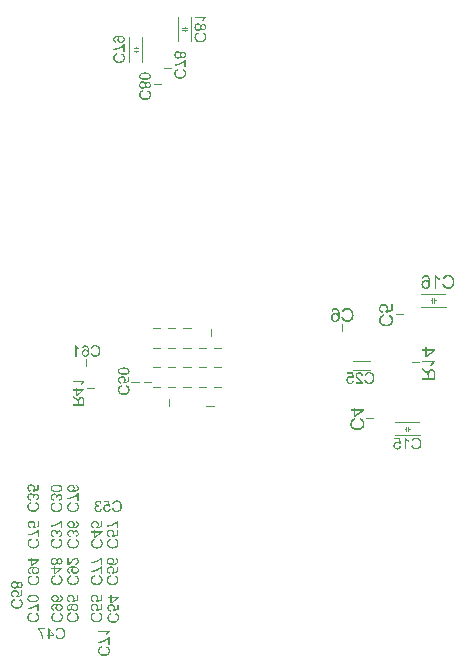
<source format=gbo>
G04 Layer_Color=32896*
%FSLAX43Y43*%
%MOMM*%
G71*
G01*
G75*
%ADD24C,0.120*%
%ADD27C,0.100*%
%ADD42C,0.080*%
G36*
X18699Y42703D02*
X18721D01*
X18744Y42702D01*
X18763Y42699D01*
X18782Y42698D01*
X18799Y42697D01*
X18814Y42694D01*
X18828Y42692D01*
X18841Y42690D01*
X18850Y42688D01*
X18859Y42687D01*
X18866Y42685D01*
X18870Y42684D01*
X18873Y42683D01*
X18874D01*
X18904Y42674D01*
X18932Y42665D01*
X18956Y42654D01*
X18977Y42645D01*
X18995Y42636D01*
X19007Y42630D01*
X19014Y42624D01*
X19017Y42623D01*
X19038Y42608D01*
X19056Y42593D01*
X19071Y42576D01*
X19085Y42561D01*
X19094Y42547D01*
X19101Y42536D01*
X19106Y42529D01*
X19107Y42527D01*
Y42526D01*
X19118Y42504D01*
X19125Y42480D01*
X19131Y42458D01*
X19135Y42437D01*
X19137Y42419D01*
X19139Y42404D01*
Y42398D01*
Y42394D01*
Y42393D01*
Y42391D01*
X19136Y42354D01*
X19131Y42319D01*
X19121Y42290D01*
X19111Y42265D01*
X19100Y42244D01*
X19096Y42236D01*
X19090Y42229D01*
X19088Y42224D01*
X19085Y42220D01*
X19082Y42218D01*
Y42217D01*
X19060Y42192D01*
X19033Y42171D01*
X19007Y42153D01*
X18982Y42139D01*
X18959Y42128D01*
X18949Y42122D01*
X18939Y42120D01*
X18932Y42117D01*
X18927Y42114D01*
X18924Y42113D01*
X18923D01*
X18902Y42107D01*
X18881Y42102D01*
X18835Y42093D01*
X18789Y42086D01*
X18746Y42082D01*
X18726Y42081D01*
X18708Y42079D01*
X18691D01*
X18676Y42078D01*
X18648D01*
X18599Y42079D01*
X18554Y42082D01*
X18512Y42086D01*
X18473Y42093D01*
X18437Y42100D01*
X18405Y42109D01*
X18376Y42117D01*
X18351Y42125D01*
X18329Y42134D01*
X18310Y42143D01*
X18293Y42150D01*
X18280Y42157D01*
X18269Y42164D01*
X18262Y42168D01*
X18258Y42171D01*
X18257Y42172D01*
X18240Y42188D01*
X18225Y42204D01*
X18211Y42222D01*
X18200Y42240D01*
X18190Y42258D01*
X18182Y42276D01*
X18176Y42294D01*
X18171Y42311D01*
X18167Y42328D01*
X18164Y42343D01*
X18161Y42357D01*
X18160Y42368D01*
X18158Y42378D01*
Y42386D01*
Y42390D01*
Y42391D01*
X18161Y42429D01*
X18167Y42464D01*
X18176Y42493D01*
X18186Y42518D01*
X18196Y42538D01*
X18201Y42545D01*
X18206Y42552D01*
X18208Y42558D01*
X18211Y42562D01*
X18214Y42563D01*
Y42565D01*
X18237Y42590D01*
X18262Y42611D01*
X18290Y42629D01*
X18315Y42642D01*
X18339Y42654D01*
X18348Y42659D01*
X18358Y42662D01*
X18365Y42665D01*
X18371Y42667D01*
X18373Y42669D01*
X18375D01*
X18396Y42676D01*
X18416Y42681D01*
X18461Y42690D01*
X18506Y42697D01*
X18551Y42701D01*
X18570Y42702D01*
X18588Y42703D01*
X18605D01*
X18620Y42705D01*
X18674D01*
X18699Y42703D01*
D02*
G37*
G36*
X19122Y41340D02*
X19008D01*
Y41810D01*
X18968Y41777D01*
X18925Y41745D01*
X18884Y41717D01*
X18843Y41691D01*
X18825Y41680D01*
X18809Y41670D01*
X18794Y41661D01*
X18781Y41654D01*
X18770Y41648D01*
X18763Y41644D01*
X18757Y41641D01*
X18756Y41640D01*
X18701Y41612D01*
X18645Y41587D01*
X18592Y41566D01*
X18569Y41558D01*
X18545Y41550D01*
X18524Y41541D01*
X18505Y41536D01*
X18488Y41530D01*
X18475Y41526D01*
X18462Y41522D01*
X18454Y41519D01*
X18448Y41518D01*
X18447D01*
X18390Y41504D01*
X18362Y41498D01*
X18337Y41494D01*
X18314Y41490D01*
X18290Y41486D01*
X18271Y41483D01*
X18251Y41480D01*
X18235Y41479D01*
X18219Y41478D01*
X18206Y41476D01*
X18194D01*
X18186Y41475D01*
X18175D01*
Y41595D01*
X18228Y41600D01*
X18276Y41607D01*
X18321Y41613D01*
X18341Y41618D01*
X18361Y41622D01*
X18377Y41625D01*
X18393Y41629D01*
X18407Y41631D01*
X18418Y41634D01*
X18426Y41637D01*
X18433Y41638D01*
X18437Y41640D01*
X18438D01*
X18502Y41661D01*
X18562Y41683D01*
X18591Y41694D01*
X18619Y41705D01*
X18644Y41717D01*
X18669Y41729D01*
X18691Y41738D01*
X18710Y41748D01*
X18727Y41756D01*
X18742Y41763D01*
X18755Y41770D01*
X18763Y41774D01*
X18769Y41777D01*
X18770Y41778D01*
X18799Y41795D01*
X18828Y41812D01*
X18855Y41828D01*
X18880Y41845D01*
X18902Y41860D01*
X18924Y41876D01*
X18943Y41891D01*
X18960Y41903D01*
X18977Y41916D01*
X18990Y41927D01*
X19002Y41938D01*
X19011Y41946D01*
X19020Y41952D01*
X19025Y41957D01*
X19028Y41960D01*
X19029Y41962D01*
X19122D01*
Y41340D01*
D02*
G37*
G36*
X18511Y41096D02*
X18488Y41091D01*
X18468Y41084D01*
X18448Y41077D01*
X18430Y41070D01*
X18414Y41061D01*
X18400Y41053D01*
X18386Y41043D01*
X18373Y41035D01*
X18362Y41028D01*
X18354Y41020D01*
X18346Y41013D01*
X18339Y41007D01*
X18334Y41002D01*
X18330Y40998D01*
X18329Y40996D01*
X18328Y40995D01*
X18316Y40981D01*
X18308Y40966D01*
X18293Y40935D01*
X18282Y40906D01*
X18275Y40877D01*
X18269Y40852D01*
X18268Y40842D01*
Y40833D01*
X18267Y40824D01*
Y40819D01*
Y40816D01*
Y40815D01*
X18268Y40783D01*
X18273Y40752D01*
X18280Y40724D01*
X18289Y40700D01*
X18297Y40680D01*
X18301Y40672D01*
X18304Y40665D01*
X18307Y40659D01*
X18310Y40655D01*
X18311Y40652D01*
Y40651D01*
X18330Y40625D01*
X18351Y40602D01*
X18375Y40583D01*
X18397Y40568D01*
X18416Y40555D01*
X18433Y40547D01*
X18440Y40544D01*
X18444Y40541D01*
X18447Y40540D01*
X18448D01*
X18484Y40529D01*
X18520Y40521D01*
X18556Y40514D01*
X18590Y40510D01*
X18605Y40508D01*
X18619Y40507D01*
X18631D01*
X18641Y40505D01*
X18662D01*
X18698Y40507D01*
X18731Y40510D01*
X18762Y40515D01*
X18789Y40521D01*
X18813Y40525D01*
X18823Y40528D01*
X18831Y40530D01*
X18838Y40532D01*
X18842Y40533D01*
X18845Y40534D01*
X18846D01*
X18878Y40548D01*
X18907Y40564D01*
X18931Y40580D01*
X18952Y40598D01*
X18968Y40614D01*
X18979Y40626D01*
X18986Y40636D01*
X18989Y40637D01*
Y40639D01*
X19007Y40668D01*
X19021Y40700D01*
X19031Y40730D01*
X19036Y40759D01*
X19040Y40785D01*
X19042Y40797D01*
Y40806D01*
X19043Y40813D01*
Y40819D01*
Y40823D01*
Y40824D01*
X19042Y40859D01*
X19036Y40891D01*
X19028Y40917D01*
X19020Y40941D01*
X19010Y40959D01*
X19003Y40973D01*
X18997Y40981D01*
X18995Y40984D01*
X18974Y41006D01*
X18950Y41027D01*
X18925Y41043D01*
X18900Y41057D01*
X18878Y41068D01*
X18867Y41073D01*
X18859Y41075D01*
X18852Y41078D01*
X18846Y41081D01*
X18843Y41082D01*
X18842D01*
X18871Y41207D01*
X18896Y41199D01*
X18918Y41190D01*
X18939Y41179D01*
X18960Y41170D01*
X18978Y41159D01*
X18995Y41146D01*
X19011Y41135D01*
X19025Y41124D01*
X19036Y41113D01*
X19047Y41103D01*
X19057Y41093D01*
X19064Y41086D01*
X19071Y41080D01*
X19075Y41074D01*
X19076Y41071D01*
X19078Y41070D01*
X19090Y41050D01*
X19103Y41031D01*
X19112Y41012D01*
X19121Y40991D01*
X19133Y40949D01*
X19142Y40912D01*
X19146Y40894D01*
X19147Y40878D01*
X19149Y40863D01*
X19150Y40851D01*
X19151Y40841D01*
Y40834D01*
Y40828D01*
Y40827D01*
X19149Y40781D01*
X19142Y40737D01*
X19133Y40698D01*
X19128Y40680D01*
X19122Y40663D01*
X19117Y40648D01*
X19111Y40634D01*
X19107Y40623D01*
X19103Y40612D01*
X19099Y40605D01*
X19096Y40600D01*
X19094Y40596D01*
X19093Y40594D01*
X19070Y40557D01*
X19042Y40525D01*
X19014Y40497D01*
X18986Y40473D01*
X18961Y40455D01*
X18950Y40449D01*
X18941Y40443D01*
X18934Y40437D01*
X18928Y40435D01*
X18924Y40433D01*
X18923Y40432D01*
X18880Y40412D01*
X18835Y40399D01*
X18791Y40389D01*
X18751Y40382D01*
X18733Y40379D01*
X18714Y40378D01*
X18701Y40376D01*
X18687D01*
X18677Y40375D01*
X18662D01*
X18612Y40378D01*
X18563Y40383D01*
X18520Y40390D01*
X18500Y40396D01*
X18481Y40400D01*
X18465Y40404D01*
X18450Y40410D01*
X18436Y40414D01*
X18425Y40417D01*
X18416Y40421D01*
X18409Y40422D01*
X18405Y40425D01*
X18404D01*
X18362Y40446D01*
X18325Y40469D01*
X18293Y40494D01*
X18280Y40507D01*
X18268Y40518D01*
X18257Y40529D01*
X18247Y40540D01*
X18239Y40550D01*
X18233Y40558D01*
X18228Y40564D01*
X18224Y40569D01*
X18222Y40572D01*
X18221Y40573D01*
X18210Y40593D01*
X18200Y40612D01*
X18185Y40654D01*
X18174Y40695D01*
X18167Y40736D01*
X18164Y40755D01*
X18161Y40772D01*
X18160Y40787D01*
Y40799D01*
X18158Y40810D01*
Y40819D01*
Y40824D01*
Y40826D01*
X18160Y40853D01*
X18163Y40880D01*
X18165Y40905D01*
X18171Y40928D01*
X18178Y40951D01*
X18185Y40971D01*
X18192Y40991D01*
X18200Y41009D01*
X18207Y41024D01*
X18214Y41039D01*
X18221Y41050D01*
X18228Y41061D01*
X18233Y41068D01*
X18236Y41075D01*
X18239Y41078D01*
X18240Y41080D01*
X18257Y41099D01*
X18273Y41116D01*
X18293Y41131D01*
X18312Y41146D01*
X18351Y41171D01*
X18390Y41190D01*
X18408Y41199D01*
X18425Y41206D01*
X18440Y41211D01*
X18452Y41215D01*
X18463Y41220D01*
X18472Y41222D01*
X18477Y41224D01*
X18479D01*
X18511Y41096D01*
D02*
G37*
G36*
X23944Y63849D02*
X23988Y63842D01*
X24027Y63833D01*
X24045Y63828D01*
X24062Y63822D01*
X24077Y63817D01*
X24091Y63811D01*
X24102Y63807D01*
X24113Y63803D01*
X24120Y63799D01*
X24125Y63796D01*
X24129Y63794D01*
X24131Y63793D01*
X24168Y63770D01*
X24200Y63742D01*
X24228Y63714D01*
X24252Y63686D01*
X24270Y63661D01*
X24277Y63650D01*
X24282Y63641D01*
X24288Y63634D01*
X24290Y63628D01*
X24292Y63624D01*
X24293Y63623D01*
X24313Y63580D01*
X24326Y63535D01*
X24336Y63491D01*
X24343Y63451D01*
X24346Y63433D01*
X24347Y63414D01*
X24349Y63401D01*
Y63387D01*
X24350Y63377D01*
Y63369D01*
Y63363D01*
Y63362D01*
X24347Y63312D01*
X24342Y63263D01*
X24335Y63220D01*
X24329Y63200D01*
X24325Y63181D01*
X24321Y63165D01*
X24315Y63150D01*
X24311Y63136D01*
X24308Y63125D01*
X24304Y63116D01*
X24303Y63109D01*
X24300Y63105D01*
Y63104D01*
X24279Y63062D01*
X24256Y63025D01*
X24231Y62993D01*
X24218Y62980D01*
X24207Y62968D01*
X24196Y62957D01*
X24185Y62947D01*
X24175Y62939D01*
X24167Y62933D01*
X24161Y62928D01*
X24156Y62924D01*
X24153Y62922D01*
X24152Y62921D01*
X24132Y62910D01*
X24113Y62900D01*
X24071Y62885D01*
X24030Y62874D01*
X23989Y62867D01*
X23970Y62864D01*
X23953Y62861D01*
X23938Y62860D01*
X23926D01*
X23915Y62858D01*
X23899D01*
X23872Y62860D01*
X23845Y62863D01*
X23820Y62865D01*
X23797Y62871D01*
X23774Y62878D01*
X23754Y62885D01*
X23734Y62892D01*
X23716Y62900D01*
X23701Y62907D01*
X23686Y62914D01*
X23675Y62921D01*
X23664Y62928D01*
X23657Y62933D01*
X23650Y62936D01*
X23647Y62939D01*
X23645Y62940D01*
X23626Y62957D01*
X23609Y62973D01*
X23594Y62993D01*
X23579Y63012D01*
X23554Y63051D01*
X23535Y63090D01*
X23526Y63108D01*
X23519Y63125D01*
X23514Y63140D01*
X23510Y63152D01*
X23505Y63163D01*
X23503Y63172D01*
X23501Y63177D01*
Y63179D01*
X23629Y63211D01*
X23634Y63188D01*
X23641Y63168D01*
X23648Y63148D01*
X23655Y63130D01*
X23664Y63114D01*
X23672Y63100D01*
X23682Y63086D01*
X23690Y63073D01*
X23697Y63062D01*
X23705Y63054D01*
X23712Y63046D01*
X23718Y63039D01*
X23723Y63034D01*
X23727Y63030D01*
X23729Y63029D01*
X23730Y63028D01*
X23744Y63016D01*
X23759Y63008D01*
X23790Y62993D01*
X23819Y62982D01*
X23848Y62975D01*
X23873Y62969D01*
X23883Y62968D01*
X23892D01*
X23901Y62967D01*
X23910D01*
X23942Y62968D01*
X23973Y62973D01*
X24001Y62980D01*
X24025Y62989D01*
X24045Y62997D01*
X24053Y63001D01*
X24060Y63004D01*
X24066Y63007D01*
X24070Y63010D01*
X24073Y63011D01*
X24074D01*
X24100Y63030D01*
X24123Y63051D01*
X24142Y63075D01*
X24157Y63097D01*
X24170Y63116D01*
X24178Y63133D01*
X24181Y63140D01*
X24184Y63144D01*
X24185Y63147D01*
Y63148D01*
X24196Y63184D01*
X24204Y63220D01*
X24211Y63256D01*
X24215Y63290D01*
X24217Y63305D01*
X24218Y63319D01*
Y63331D01*
X24220Y63341D01*
Y63349D01*
Y63356D01*
Y63360D01*
Y63362D01*
X24218Y63398D01*
X24215Y63431D01*
X24210Y63462D01*
X24204Y63489D01*
X24200Y63513D01*
X24197Y63523D01*
X24195Y63531D01*
X24193Y63538D01*
X24192Y63542D01*
X24191Y63545D01*
Y63546D01*
X24177Y63578D01*
X24161Y63607D01*
X24145Y63631D01*
X24127Y63652D01*
X24111Y63668D01*
X24099Y63679D01*
X24089Y63686D01*
X24088Y63689D01*
X24087D01*
X24057Y63707D01*
X24025Y63721D01*
X23995Y63731D01*
X23966Y63736D01*
X23939Y63740D01*
X23928Y63742D01*
X23919D01*
X23912Y63743D01*
X23901D01*
X23866Y63742D01*
X23834Y63736D01*
X23808Y63728D01*
X23784Y63720D01*
X23766Y63710D01*
X23752Y63703D01*
X23744Y63697D01*
X23741Y63695D01*
X23719Y63674D01*
X23698Y63650D01*
X23682Y63625D01*
X23668Y63600D01*
X23657Y63578D01*
X23652Y63567D01*
X23650Y63559D01*
X23647Y63552D01*
X23644Y63546D01*
X23643Y63543D01*
Y63542D01*
X23518Y63571D01*
X23526Y63596D01*
X23535Y63618D01*
X23546Y63639D01*
X23555Y63660D01*
X23566Y63678D01*
X23579Y63695D01*
X23590Y63711D01*
X23601Y63725D01*
X23612Y63736D01*
X23622Y63747D01*
X23632Y63757D01*
X23639Y63764D01*
X23645Y63771D01*
X23651Y63775D01*
X23654Y63776D01*
X23655Y63778D01*
X23675Y63790D01*
X23694Y63803D01*
X23713Y63812D01*
X23734Y63821D01*
X23776Y63833D01*
X23813Y63842D01*
X23831Y63846D01*
X23847Y63847D01*
X23862Y63849D01*
X23874Y63850D01*
X23884Y63851D01*
X23898D01*
X23944Y63849D01*
D02*
G37*
G36*
X21861Y41096D02*
X21838Y41091D01*
X21818Y41084D01*
X21798Y41077D01*
X21780Y41070D01*
X21764Y41061D01*
X21750Y41053D01*
X21736Y41043D01*
X21723Y41035D01*
X21712Y41028D01*
X21704Y41020D01*
X21696Y41013D01*
X21689Y41007D01*
X21684Y41002D01*
X21680Y40998D01*
X21679Y40996D01*
X21678Y40995D01*
X21666Y40981D01*
X21658Y40966D01*
X21643Y40935D01*
X21632Y40906D01*
X21625Y40877D01*
X21619Y40852D01*
X21618Y40842D01*
Y40833D01*
X21617Y40824D01*
Y40819D01*
Y40816D01*
Y40815D01*
X21618Y40783D01*
X21623Y40752D01*
X21630Y40724D01*
X21639Y40700D01*
X21647Y40680D01*
X21651Y40672D01*
X21654Y40665D01*
X21657Y40659D01*
X21660Y40655D01*
X21661Y40652D01*
Y40651D01*
X21680Y40625D01*
X21701Y40602D01*
X21725Y40583D01*
X21747Y40568D01*
X21766Y40555D01*
X21783Y40547D01*
X21790Y40544D01*
X21794Y40541D01*
X21797Y40540D01*
X21798D01*
X21834Y40529D01*
X21870Y40521D01*
X21906Y40514D01*
X21940Y40510D01*
X21955Y40508D01*
X21969Y40507D01*
X21981D01*
X21991Y40505D01*
X22012D01*
X22048Y40507D01*
X22081Y40510D01*
X22112Y40515D01*
X22139Y40521D01*
X22163Y40525D01*
X22173Y40528D01*
X22181Y40530D01*
X22188Y40532D01*
X22192Y40533D01*
X22195Y40534D01*
X22196D01*
X22228Y40548D01*
X22257Y40564D01*
X22281Y40580D01*
X22302Y40598D01*
X22318Y40614D01*
X22329Y40626D01*
X22336Y40636D01*
X22339Y40637D01*
Y40639D01*
X22357Y40668D01*
X22371Y40700D01*
X22381Y40730D01*
X22386Y40759D01*
X22390Y40785D01*
X22392Y40797D01*
Y40806D01*
X22393Y40813D01*
Y40819D01*
Y40823D01*
Y40824D01*
X22392Y40859D01*
X22386Y40891D01*
X22378Y40917D01*
X22370Y40941D01*
X22360Y40959D01*
X22353Y40973D01*
X22347Y40981D01*
X22345Y40984D01*
X22324Y41006D01*
X22300Y41027D01*
X22275Y41043D01*
X22250Y41057D01*
X22228Y41068D01*
X22217Y41073D01*
X22209Y41075D01*
X22202Y41078D01*
X22196Y41081D01*
X22193Y41082D01*
X22192D01*
X22221Y41207D01*
X22246Y41199D01*
X22268Y41190D01*
X22289Y41179D01*
X22310Y41170D01*
X22328Y41159D01*
X22345Y41146D01*
X22361Y41135D01*
X22375Y41124D01*
X22386Y41113D01*
X22397Y41103D01*
X22407Y41093D01*
X22414Y41086D01*
X22421Y41080D01*
X22425Y41074D01*
X22426Y41071D01*
X22428Y41070D01*
X22440Y41050D01*
X22453Y41031D01*
X22462Y41012D01*
X22471Y40991D01*
X22483Y40949D01*
X22492Y40912D01*
X22496Y40894D01*
X22497Y40878D01*
X22499Y40863D01*
X22500Y40851D01*
X22501Y40841D01*
Y40834D01*
Y40828D01*
Y40827D01*
X22499Y40781D01*
X22492Y40737D01*
X22483Y40698D01*
X22478Y40680D01*
X22472Y40663D01*
X22467Y40648D01*
X22461Y40634D01*
X22457Y40623D01*
X22453Y40612D01*
X22449Y40605D01*
X22446Y40600D01*
X22444Y40596D01*
X22443Y40594D01*
X22420Y40557D01*
X22392Y40525D01*
X22364Y40497D01*
X22336Y40473D01*
X22311Y40455D01*
X22300Y40449D01*
X22291Y40443D01*
X22284Y40437D01*
X22278Y40435D01*
X22274Y40433D01*
X22273Y40432D01*
X22230Y40412D01*
X22185Y40399D01*
X22141Y40389D01*
X22101Y40382D01*
X22083Y40379D01*
X22064Y40378D01*
X22051Y40376D01*
X22037D01*
X22027Y40375D01*
X22012D01*
X21962Y40378D01*
X21913Y40383D01*
X21870Y40390D01*
X21850Y40396D01*
X21831Y40400D01*
X21815Y40404D01*
X21800Y40410D01*
X21786Y40414D01*
X21775Y40417D01*
X21766Y40421D01*
X21759Y40422D01*
X21755Y40425D01*
X21754D01*
X21712Y40446D01*
X21675Y40469D01*
X21643Y40494D01*
X21630Y40507D01*
X21618Y40518D01*
X21607Y40529D01*
X21597Y40540D01*
X21589Y40550D01*
X21583Y40558D01*
X21578Y40564D01*
X21574Y40569D01*
X21572Y40572D01*
X21571Y40573D01*
X21560Y40593D01*
X21550Y40612D01*
X21535Y40654D01*
X21524Y40695D01*
X21517Y40736D01*
X21514Y40755D01*
X21511Y40772D01*
X21510Y40787D01*
Y40799D01*
X21508Y40810D01*
Y40819D01*
Y40824D01*
Y40826D01*
X21510Y40853D01*
X21513Y40880D01*
X21515Y40905D01*
X21521Y40928D01*
X21528Y40951D01*
X21535Y40971D01*
X21542Y40991D01*
X21550Y41009D01*
X21557Y41024D01*
X21564Y41039D01*
X21571Y41050D01*
X21578Y41061D01*
X21583Y41068D01*
X21586Y41075D01*
X21589Y41078D01*
X21590Y41080D01*
X21607Y41099D01*
X21623Y41116D01*
X21643Y41131D01*
X21662Y41146D01*
X21701Y41171D01*
X21740Y41190D01*
X21758Y41199D01*
X21775Y41206D01*
X21790Y41211D01*
X21802Y41215D01*
X21813Y41220D01*
X21822Y41222D01*
X21827Y41224D01*
X21829D01*
X21861Y41096D01*
D02*
G37*
G36*
X22087Y41962D02*
X22114Y41959D01*
X22141Y41956D01*
X22164Y41953D01*
X22187Y41950D01*
X22207Y41946D01*
X22225Y41942D01*
X22241Y41938D01*
X22254Y41935D01*
X22267Y41931D01*
X22277Y41928D01*
X22284Y41925D01*
X22289Y41923D01*
X22292Y41921D01*
X22293D01*
X22327Y41905D01*
X22356Y41887D01*
X22381Y41866D01*
X22401Y41848D01*
X22417Y41830D01*
X22428Y41816D01*
X22432Y41810D01*
X22435Y41806D01*
X22438Y41805D01*
Y41803D01*
X22454Y41774D01*
X22467Y41745D01*
X22476Y41716D01*
X22482Y41690D01*
X22486Y41666D01*
X22487Y41656D01*
Y41650D01*
X22489Y41643D01*
Y41637D01*
Y41634D01*
Y41633D01*
X22487Y41609D01*
X22485Y41587D01*
X22481Y41565D01*
X22475Y41545D01*
X22460Y41508D01*
X22453Y41491D01*
X22444Y41478D01*
X22435Y41464D01*
X22428Y41453D01*
X22420Y41441D01*
X22413Y41433D01*
X22407Y41426D01*
X22403Y41422D01*
X22400Y41419D01*
X22399Y41418D01*
X22382Y41403D01*
X22363Y41390D01*
X22345Y41378D01*
X22325Y41368D01*
X22304Y41360D01*
X22285Y41353D01*
X22249Y41343D01*
X22231Y41339D01*
X22216Y41336D01*
X22200Y41335D01*
X22188Y41333D01*
X22178Y41332D01*
X22164D01*
X22138Y41333D01*
X22114Y41336D01*
X22091Y41339D01*
X22069Y41344D01*
X22049Y41351D01*
X22030Y41358D01*
X22013Y41365D01*
X21998Y41374D01*
X21984Y41380D01*
X21972Y41387D01*
X21962Y41394D01*
X21952Y41401D01*
X21945Y41407D01*
X21941Y41410D01*
X21938Y41412D01*
X21937Y41414D01*
X21922Y41429D01*
X21909Y41446D01*
X21897Y41462D01*
X21887Y41480D01*
X21879Y41497D01*
X21872Y41514D01*
X21862Y41545D01*
X21858Y41559D01*
X21855Y41573D01*
X21854Y41584D01*
X21852Y41595D01*
X21851Y41604D01*
Y41609D01*
Y41613D01*
Y41615D01*
X21852Y41641D01*
X21856Y41666D01*
X21862Y41688D01*
X21869Y41709D01*
X21874Y41724D01*
X21880Y41737D01*
X21884Y41745D01*
X21886Y41748D01*
X21899Y41770D01*
X21915Y41790D01*
X21930Y41806D01*
X21944Y41820D01*
X21958Y41830D01*
X21967Y41838D01*
X21974Y41844D01*
X21977Y41845D01*
X21954D01*
X21926Y41844D01*
X21899Y41842D01*
X21876Y41840D01*
X21854Y41837D01*
X21836Y41833D01*
X21822Y41830D01*
X21816Y41828D01*
X21812D01*
X21811Y41827D01*
X21809D01*
X21784Y41820D01*
X21762Y41813D01*
X21743Y41806D01*
X21726Y41799D01*
X21714Y41794D01*
X21704Y41788D01*
X21697Y41785D01*
X21696Y41784D01*
X21680Y41773D01*
X21668Y41762D01*
X21657Y41751D01*
X21647Y41740D01*
X21639Y41731D01*
X21633Y41723D01*
X21630Y41717D01*
X21629Y41716D01*
X21621Y41701D01*
X21615Y41684D01*
X21611Y41669D01*
X21608Y41654D01*
X21607Y41641D01*
X21605Y41631D01*
Y41625D01*
Y41622D01*
X21607Y41600D01*
X21611Y41579D01*
X21617Y41561D01*
X21623Y41545D01*
X21629Y41534D01*
X21635Y41525D01*
X21639Y41519D01*
X21640Y41518D01*
X21655Y41504D01*
X21673Y41493D01*
X21693Y41483D01*
X21712Y41476D01*
X21729Y41471D01*
X21744Y41466D01*
X21750Y41465D01*
X21752D01*
X21755Y41464D01*
X21757D01*
X21747Y41350D01*
X21707Y41358D01*
X21672Y41369D01*
X21641Y41383D01*
X21617Y41397D01*
X21597Y41411D01*
X21589Y41418D01*
X21582Y41423D01*
X21578Y41428D01*
X21574Y41432D01*
X21572Y41433D01*
X21571Y41435D01*
X21560Y41448D01*
X21550Y41464D01*
X21535Y41494D01*
X21524Y41525D01*
X21517Y41554D01*
X21511Y41580D01*
X21510Y41591D01*
Y41601D01*
X21508Y41608D01*
Y41613D01*
Y41618D01*
Y41619D01*
X21511Y41658D01*
X21517Y41693D01*
X21526Y41724D01*
X21537Y41751D01*
X21542Y41762D01*
X21547Y41773D01*
X21553Y41781D01*
X21557Y41790D01*
X21560Y41795D01*
X21562Y41799D01*
X21565Y41802D01*
Y41803D01*
X21589Y41831D01*
X21615Y41856D01*
X21643Y41876D01*
X21669Y41892D01*
X21693Y41906D01*
X21704Y41912D01*
X21712Y41916D01*
X21721Y41919D01*
X21726Y41921D01*
X21729Y41923D01*
X21730D01*
X21751Y41930D01*
X21775Y41937D01*
X21822Y41946D01*
X21872Y41953D01*
X21919Y41957D01*
X21940Y41960D01*
X21960Y41962D01*
X21979D01*
X21994Y41963D01*
X22056D01*
X22087Y41962D01*
D02*
G37*
G36*
X25139Y39596D02*
X25115Y39582D01*
X25093Y39566D01*
X25071Y39548D01*
X25051Y39532D01*
X25035Y39515D01*
X25021Y39503D01*
X25017Y39497D01*
X25013Y39493D01*
X25011Y39492D01*
X25010Y39490D01*
X24986Y39461D01*
X24964Y39432D01*
X24945Y39404D01*
X24929Y39376D01*
X24916Y39353D01*
X24910Y39343D01*
X24906Y39335D01*
X24902Y39328D01*
X24900Y39322D01*
X24898Y39320D01*
Y39318D01*
X24784D01*
X24792Y39339D01*
X24802Y39360D01*
X24812Y39381D01*
X24821Y39400D01*
X24830Y39417D01*
X24837Y39431D01*
X24842Y39439D01*
X24843Y39440D01*
Y39442D01*
X24859Y39467D01*
X24874Y39489D01*
X24888Y39508D01*
X24900Y39523D01*
X24910Y39537D01*
X24918Y39546D01*
X24924Y39553D01*
X24925Y39554D01*
X24175D01*
Y39672D01*
X25139D01*
Y39596D01*
D02*
G37*
G36*
X20458Y39288D02*
Y39180D01*
X20041D01*
Y38950D01*
X19923D01*
Y39180D01*
X19793D01*
Y39288D01*
X19923D01*
Y39910D01*
X20019D01*
X20458Y39288D01*
D02*
G37*
G36*
X19664Y39783D02*
X19194D01*
X19227Y39743D01*
X19259Y39700D01*
X19286Y39659D01*
X19313Y39618D01*
X19324Y39600D01*
X19334Y39584D01*
X19343Y39569D01*
X19350Y39556D01*
X19356Y39545D01*
X19360Y39538D01*
X19363Y39532D01*
X19364Y39531D01*
X19392Y39476D01*
X19417Y39420D01*
X19438Y39367D01*
X19446Y39344D01*
X19454Y39320D01*
X19463Y39299D01*
X19468Y39280D01*
X19474Y39263D01*
X19478Y39250D01*
X19482Y39237D01*
X19485Y39229D01*
X19486Y39223D01*
Y39222D01*
X19500Y39165D01*
X19506Y39137D01*
X19510Y39112D01*
X19514Y39089D01*
X19518Y39065D01*
X19521Y39046D01*
X19524Y39026D01*
X19525Y39010D01*
X19526Y38994D01*
X19528Y38981D01*
Y38969D01*
X19529Y38961D01*
Y38956D01*
Y38951D01*
Y38950D01*
X19408D01*
X19404Y39003D01*
X19397Y39051D01*
X19390Y39096D01*
X19386Y39116D01*
X19382Y39136D01*
X19379Y39152D01*
X19375Y39168D01*
X19372Y39182D01*
X19370Y39193D01*
X19367Y39201D01*
X19365Y39208D01*
X19364Y39212D01*
Y39214D01*
X19343Y39277D01*
X19321Y39337D01*
X19310Y39366D01*
X19299Y39394D01*
X19286Y39419D01*
X19275Y39444D01*
X19266Y39466D01*
X19256Y39485D01*
X19248Y39502D01*
X19241Y39517D01*
X19234Y39530D01*
X19230Y39538D01*
X19227Y39544D01*
X19225Y39545D01*
X19209Y39574D01*
X19192Y39603D01*
X19175Y39630D01*
X19159Y39655D01*
X19144Y39677D01*
X19128Y39699D01*
X19113Y39718D01*
X19101Y39735D01*
X19088Y39752D01*
X19077Y39765D01*
X19066Y39777D01*
X19058Y39786D01*
X19052Y39795D01*
X19046Y39800D01*
X19044Y39803D01*
X19042Y39804D01*
Y39897D01*
X19664D01*
Y39783D01*
D02*
G37*
G36*
X21874Y42713D02*
X21898Y42710D01*
X21922Y42706D01*
X21942Y42701D01*
X21962Y42694D01*
X21981Y42687D01*
X21998Y42679D01*
X22013Y42672D01*
X22027Y42663D01*
X22040Y42655D01*
X22049Y42648D01*
X22059Y42641D01*
X22066Y42636D01*
X22070Y42631D01*
X22073Y42629D01*
X22074Y42627D01*
X22089Y42611D01*
X22103Y42594D01*
X22114Y42576D01*
X22124Y42558D01*
X22134Y42540D01*
X22141Y42522D01*
X22150Y42489D01*
X22155Y42473D01*
X22157Y42459D01*
X22159Y42447D01*
X22160Y42436D01*
X22162Y42428D01*
Y42421D01*
Y42416D01*
Y42415D01*
Y42397D01*
X22159Y42380D01*
X22152Y42347D01*
X22142Y42317D01*
X22131Y42289D01*
X22120Y42267D01*
X22114Y42257D01*
X22110Y42249D01*
X22106Y42242D01*
X22103Y42238D01*
X22102Y42235D01*
X22101Y42233D01*
X22360Y42285D01*
Y42669D01*
X22472D01*
Y42192D01*
X21979Y42099D01*
X21963Y42210D01*
X21979Y42220D01*
X21991Y42232D01*
X22003Y42243D01*
X22013Y42254D01*
X22020Y42265D01*
X22027Y42274D01*
X22030Y42279D01*
X22031Y42281D01*
X22040Y42299D01*
X22046Y42317D01*
X22051Y42333D01*
X22055Y42350D01*
X22056Y42364D01*
X22058Y42375D01*
Y42382D01*
Y42385D01*
Y42401D01*
X22055Y42418D01*
X22048Y42447D01*
X22038Y42472D01*
X22028Y42494D01*
X22017Y42511D01*
X22008Y42523D01*
X22001Y42530D01*
X21999Y42533D01*
X21998D01*
X21974Y42552D01*
X21949Y42566D01*
X21923Y42576D01*
X21897Y42583D01*
X21874Y42587D01*
X21865Y42588D01*
X21856D01*
X21850Y42590D01*
X21820D01*
X21802Y42587D01*
X21768Y42580D01*
X21739Y42570D01*
X21715Y42561D01*
X21696Y42550D01*
X21680Y42540D01*
X21676Y42536D01*
X21672Y42533D01*
X21671Y42532D01*
X21669Y42530D01*
X21658Y42519D01*
X21648Y42508D01*
X21632Y42483D01*
X21621Y42459D01*
X21614Y42436D01*
X21608Y42416D01*
X21607Y42400D01*
X21605Y42394D01*
Y42390D01*
Y42387D01*
Y42386D01*
X21607Y42360D01*
X21612Y42336D01*
X21619Y42315D01*
X21628Y42299D01*
X21636Y42283D01*
X21643Y42272D01*
X21648Y42267D01*
X21650Y42264D01*
X21669Y42247D01*
X21690Y42233D01*
X21714Y42222D01*
X21734Y42214D01*
X21755Y42208D01*
X21770Y42204D01*
X21777Y42203D01*
X21782Y42201D01*
X21786D01*
X21776Y42078D01*
X21754Y42081D01*
X21733Y42085D01*
X21694Y42097D01*
X21661Y42113D01*
X21646Y42121D01*
X21633Y42129D01*
X21621Y42136D01*
X21610Y42145D01*
X21601Y42152D01*
X21594Y42158D01*
X21589Y42164D01*
X21583Y42167D01*
X21582Y42170D01*
X21580Y42171D01*
X21568Y42188D01*
X21557Y42204D01*
X21547Y42222D01*
X21539Y42240D01*
X21526Y42275D01*
X21518Y42310D01*
X21514Y42325D01*
X21513Y42340D01*
X21511Y42353D01*
X21510Y42364D01*
X21508Y42373D01*
Y42380D01*
Y42385D01*
Y42386D01*
X21510Y42415D01*
X21514Y42443D01*
X21519Y42469D01*
X21526Y42493D01*
X21536Y42515D01*
X21546Y42536D01*
X21556Y42555D01*
X21567Y42572D01*
X21578Y42587D01*
X21587Y42601D01*
X21598Y42612D01*
X21607Y42622D01*
X21614Y42629D01*
X21619Y42634D01*
X21623Y42637D01*
X21625Y42638D01*
X21643Y42652D01*
X21662Y42663D01*
X21680Y42674D01*
X21700Y42683D01*
X21737Y42697D01*
X21773Y42705D01*
X21788Y42708D01*
X21804Y42710D01*
X21816Y42712D01*
X21827Y42713D01*
X21837Y42715D01*
X21850D01*
X21874Y42713D01*
D02*
G37*
G36*
X25122Y38490D02*
X25008D01*
Y38960D01*
X24968Y38927D01*
X24925Y38895D01*
X24884Y38867D01*
X24843Y38841D01*
X24825Y38830D01*
X24809Y38820D01*
X24794Y38811D01*
X24781Y38804D01*
X24770Y38798D01*
X24763Y38794D01*
X24757Y38791D01*
X24756Y38790D01*
X24701Y38762D01*
X24645Y38737D01*
X24592Y38716D01*
X24569Y38708D01*
X24545Y38700D01*
X24524Y38691D01*
X24505Y38686D01*
X24488Y38680D01*
X24475Y38676D01*
X24462Y38672D01*
X24454Y38669D01*
X24448Y38668D01*
X24447D01*
X24390Y38654D01*
X24362Y38648D01*
X24337Y38644D01*
X24314Y38640D01*
X24290Y38636D01*
X24271Y38633D01*
X24251Y38630D01*
X24235Y38629D01*
X24219Y38628D01*
X24206Y38626D01*
X24194D01*
X24186Y38625D01*
X24175D01*
Y38745D01*
X24228Y38750D01*
X24276Y38757D01*
X24321Y38763D01*
X24341Y38768D01*
X24361Y38772D01*
X24377Y38775D01*
X24393Y38779D01*
X24407Y38781D01*
X24418Y38784D01*
X24426Y38787D01*
X24433Y38788D01*
X24437Y38790D01*
X24438D01*
X24502Y38811D01*
X24562Y38833D01*
X24591Y38844D01*
X24619Y38855D01*
X24644Y38867D01*
X24669Y38879D01*
X24691Y38888D01*
X24710Y38898D01*
X24727Y38906D01*
X24742Y38913D01*
X24755Y38920D01*
X24763Y38924D01*
X24769Y38927D01*
X24770Y38928D01*
X24799Y38945D01*
X24828Y38962D01*
X24855Y38978D01*
X24880Y38995D01*
X24902Y39010D01*
X24924Y39026D01*
X24943Y39041D01*
X24960Y39053D01*
X24977Y39066D01*
X24990Y39077D01*
X25002Y39088D01*
X25011Y39096D01*
X25020Y39102D01*
X25025Y39107D01*
X25028Y39110D01*
X25029Y39112D01*
X25122D01*
Y38490D01*
D02*
G37*
G36*
X24511Y38246D02*
X24488Y38241D01*
X24468Y38234D01*
X24448Y38227D01*
X24430Y38220D01*
X24414Y38211D01*
X24400Y38203D01*
X24386Y38193D01*
X24373Y38185D01*
X24362Y38178D01*
X24354Y38170D01*
X24346Y38163D01*
X24339Y38157D01*
X24334Y38152D01*
X24330Y38148D01*
X24329Y38146D01*
X24328Y38145D01*
X24316Y38131D01*
X24308Y38116D01*
X24293Y38085D01*
X24282Y38056D01*
X24275Y38027D01*
X24269Y38002D01*
X24268Y37992D01*
Y37983D01*
X24267Y37974D01*
Y37969D01*
Y37966D01*
Y37965D01*
X24268Y37933D01*
X24273Y37902D01*
X24280Y37874D01*
X24289Y37850D01*
X24297Y37830D01*
X24301Y37822D01*
X24304Y37815D01*
X24307Y37809D01*
X24310Y37805D01*
X24311Y37802D01*
Y37801D01*
X24330Y37775D01*
X24351Y37752D01*
X24375Y37733D01*
X24397Y37718D01*
X24416Y37705D01*
X24433Y37697D01*
X24440Y37694D01*
X24444Y37691D01*
X24447Y37690D01*
X24448D01*
X24484Y37679D01*
X24520Y37671D01*
X24556Y37664D01*
X24590Y37660D01*
X24605Y37658D01*
X24619Y37657D01*
X24631D01*
X24641Y37655D01*
X24662D01*
X24698Y37657D01*
X24731Y37660D01*
X24762Y37665D01*
X24789Y37671D01*
X24813Y37675D01*
X24823Y37678D01*
X24831Y37680D01*
X24838Y37682D01*
X24842Y37683D01*
X24845Y37684D01*
X24846D01*
X24878Y37698D01*
X24907Y37714D01*
X24931Y37730D01*
X24952Y37748D01*
X24968Y37764D01*
X24979Y37776D01*
X24986Y37786D01*
X24989Y37787D01*
Y37789D01*
X25007Y37818D01*
X25021Y37850D01*
X25031Y37880D01*
X25036Y37909D01*
X25040Y37936D01*
X25042Y37947D01*
Y37956D01*
X25043Y37963D01*
Y37969D01*
Y37973D01*
Y37974D01*
X25042Y38009D01*
X25036Y38041D01*
X25028Y38067D01*
X25020Y38091D01*
X25010Y38109D01*
X25003Y38123D01*
X24997Y38131D01*
X24995Y38134D01*
X24974Y38156D01*
X24950Y38177D01*
X24925Y38193D01*
X24900Y38207D01*
X24878Y38218D01*
X24867Y38223D01*
X24859Y38225D01*
X24852Y38228D01*
X24846Y38231D01*
X24843Y38232D01*
X24842D01*
X24871Y38357D01*
X24896Y38349D01*
X24918Y38340D01*
X24939Y38329D01*
X24960Y38320D01*
X24978Y38309D01*
X24995Y38296D01*
X25011Y38285D01*
X25025Y38274D01*
X25036Y38263D01*
X25047Y38253D01*
X25057Y38243D01*
X25064Y38236D01*
X25071Y38230D01*
X25075Y38224D01*
X25076Y38221D01*
X25078Y38220D01*
X25090Y38200D01*
X25103Y38181D01*
X25113Y38162D01*
X25121Y38141D01*
X25133Y38099D01*
X25142Y38062D01*
X25146Y38044D01*
X25147Y38028D01*
X25149Y38013D01*
X25150Y38001D01*
X25151Y37991D01*
Y37984D01*
Y37979D01*
Y37977D01*
X25149Y37931D01*
X25142Y37887D01*
X25133Y37848D01*
X25128Y37830D01*
X25122Y37813D01*
X25117Y37798D01*
X25111Y37784D01*
X25107Y37773D01*
X25103Y37762D01*
X25099Y37755D01*
X25096Y37750D01*
X25094Y37746D01*
X25093Y37744D01*
X25070Y37707D01*
X25042Y37675D01*
X25014Y37647D01*
X24986Y37623D01*
X24961Y37605D01*
X24950Y37598D01*
X24941Y37593D01*
X24934Y37587D01*
X24928Y37585D01*
X24924Y37583D01*
X24923Y37582D01*
X24880Y37562D01*
X24835Y37549D01*
X24791Y37539D01*
X24751Y37532D01*
X24733Y37529D01*
X24714Y37528D01*
X24701Y37526D01*
X24687D01*
X24677Y37525D01*
X24662D01*
X24612Y37528D01*
X24563Y37533D01*
X24520Y37540D01*
X24500Y37546D01*
X24481Y37550D01*
X24465Y37554D01*
X24450Y37560D01*
X24436Y37564D01*
X24425Y37567D01*
X24416Y37571D01*
X24409Y37572D01*
X24405Y37575D01*
X24404D01*
X24362Y37596D01*
X24325Y37619D01*
X24293Y37644D01*
X24280Y37657D01*
X24268Y37668D01*
X24257Y37679D01*
X24247Y37690D01*
X24239Y37700D01*
X24233Y37708D01*
X24228Y37714D01*
X24224Y37719D01*
X24222Y37722D01*
X24221Y37723D01*
X24210Y37743D01*
X24200Y37762D01*
X24185Y37804D01*
X24174Y37845D01*
X24167Y37886D01*
X24164Y37905D01*
X24161Y37922D01*
X24160Y37937D01*
Y37949D01*
X24158Y37960D01*
Y37969D01*
Y37974D01*
Y37976D01*
X24160Y38003D01*
X24163Y38030D01*
X24165Y38055D01*
X24171Y38078D01*
X24178Y38101D01*
X24185Y38121D01*
X24192Y38141D01*
X24200Y38159D01*
X24207Y38174D01*
X24214Y38189D01*
X24221Y38200D01*
X24228Y38211D01*
X24233Y38218D01*
X24236Y38225D01*
X24239Y38228D01*
X24240Y38230D01*
X24257Y38249D01*
X24273Y38266D01*
X24293Y38281D01*
X24312Y38296D01*
X24351Y38321D01*
X24390Y38340D01*
X24408Y38349D01*
X24425Y38356D01*
X24440Y38361D01*
X24452Y38365D01*
X24463Y38370D01*
X24472Y38372D01*
X24477Y38374D01*
X24479D01*
X24511Y38246D01*
D02*
G37*
G36*
X20969Y39924D02*
X21013Y39917D01*
X21052Y39908D01*
X21070Y39903D01*
X21087Y39897D01*
X21102Y39892D01*
X21116Y39886D01*
X21127Y39882D01*
X21138Y39878D01*
X21145Y39874D01*
X21150Y39871D01*
X21154Y39869D01*
X21156Y39868D01*
X21193Y39845D01*
X21225Y39817D01*
X21253Y39789D01*
X21277Y39761D01*
X21295Y39736D01*
X21302Y39725D01*
X21307Y39716D01*
X21313Y39709D01*
X21315Y39703D01*
X21317Y39699D01*
X21318Y39698D01*
X21338Y39655D01*
X21351Y39610D01*
X21361Y39566D01*
X21368Y39526D01*
X21371Y39508D01*
X21372Y39489D01*
X21374Y39476D01*
Y39462D01*
X21375Y39452D01*
Y39444D01*
Y39438D01*
Y39437D01*
X21372Y39387D01*
X21367Y39338D01*
X21360Y39295D01*
X21354Y39275D01*
X21350Y39256D01*
X21346Y39240D01*
X21340Y39225D01*
X21336Y39211D01*
X21333Y39200D01*
X21329Y39191D01*
X21328Y39184D01*
X21325Y39180D01*
Y39179D01*
X21304Y39137D01*
X21281Y39100D01*
X21256Y39068D01*
X21243Y39055D01*
X21232Y39043D01*
X21221Y39032D01*
X21210Y39022D01*
X21200Y39014D01*
X21192Y39008D01*
X21186Y39003D01*
X21181Y38999D01*
X21178Y38997D01*
X21177Y38996D01*
X21157Y38985D01*
X21138Y38975D01*
X21096Y38960D01*
X21055Y38949D01*
X21014Y38942D01*
X20995Y38939D01*
X20978Y38936D01*
X20963Y38935D01*
X20951D01*
X20940Y38933D01*
X20924D01*
X20897Y38935D01*
X20870Y38938D01*
X20845Y38940D01*
X20822Y38946D01*
X20799Y38953D01*
X20779Y38960D01*
X20759Y38967D01*
X20741Y38975D01*
X20726Y38982D01*
X20711Y38989D01*
X20700Y38996D01*
X20689Y39003D01*
X20682Y39008D01*
X20675Y39011D01*
X20672Y39014D01*
X20670Y39015D01*
X20651Y39032D01*
X20634Y39048D01*
X20619Y39068D01*
X20604Y39087D01*
X20579Y39126D01*
X20560Y39165D01*
X20551Y39183D01*
X20544Y39200D01*
X20539Y39215D01*
X20535Y39227D01*
X20530Y39238D01*
X20528Y39247D01*
X20526Y39252D01*
Y39254D01*
X20654Y39286D01*
X20659Y39263D01*
X20666Y39243D01*
X20673Y39223D01*
X20680Y39205D01*
X20689Y39189D01*
X20697Y39175D01*
X20707Y39161D01*
X20715Y39148D01*
X20722Y39137D01*
X20730Y39129D01*
X20737Y39121D01*
X20743Y39114D01*
X20748Y39109D01*
X20752Y39105D01*
X20754Y39104D01*
X20755Y39103D01*
X20769Y39091D01*
X20784Y39083D01*
X20815Y39068D01*
X20844Y39057D01*
X20873Y39050D01*
X20898Y39044D01*
X20908Y39043D01*
X20917D01*
X20926Y39042D01*
X20935D01*
X20967Y39043D01*
X20998Y39048D01*
X21026Y39055D01*
X21050Y39064D01*
X21070Y39072D01*
X21078Y39076D01*
X21085Y39079D01*
X21091Y39082D01*
X21095Y39085D01*
X21098Y39086D01*
X21099D01*
X21125Y39105D01*
X21148Y39126D01*
X21167Y39150D01*
X21182Y39172D01*
X21195Y39191D01*
X21203Y39208D01*
X21206Y39215D01*
X21209Y39219D01*
X21210Y39222D01*
Y39223D01*
X21221Y39259D01*
X21229Y39295D01*
X21236Y39331D01*
X21240Y39365D01*
X21242Y39380D01*
X21243Y39394D01*
Y39406D01*
X21245Y39416D01*
Y39424D01*
Y39431D01*
Y39435D01*
Y39437D01*
X21243Y39473D01*
X21240Y39506D01*
X21235Y39537D01*
X21229Y39564D01*
X21225Y39588D01*
X21222Y39598D01*
X21220Y39606D01*
X21218Y39613D01*
X21217Y39617D01*
X21216Y39620D01*
Y39621D01*
X21202Y39653D01*
X21186Y39682D01*
X21170Y39706D01*
X21152Y39727D01*
X21136Y39743D01*
X21124Y39754D01*
X21114Y39761D01*
X21113Y39764D01*
X21111D01*
X21082Y39782D01*
X21050Y39796D01*
X21020Y39806D01*
X20991Y39811D01*
X20964Y39815D01*
X20953Y39817D01*
X20944D01*
X20937Y39818D01*
X20926D01*
X20891Y39817D01*
X20859Y39811D01*
X20833Y39803D01*
X20809Y39795D01*
X20791Y39785D01*
X20777Y39778D01*
X20769Y39772D01*
X20766Y39770D01*
X20744Y39749D01*
X20723Y39725D01*
X20707Y39700D01*
X20693Y39675D01*
X20682Y39653D01*
X20677Y39642D01*
X20675Y39634D01*
X20672Y39627D01*
X20669Y39621D01*
X20668Y39618D01*
Y39617D01*
X20543Y39646D01*
X20551Y39671D01*
X20560Y39693D01*
X20571Y39714D01*
X20580Y39735D01*
X20591Y39753D01*
X20604Y39770D01*
X20615Y39786D01*
X20626Y39800D01*
X20637Y39811D01*
X20647Y39822D01*
X20657Y39832D01*
X20664Y39839D01*
X20670Y39846D01*
X20676Y39850D01*
X20679Y39851D01*
X20680Y39853D01*
X20700Y39865D01*
X20719Y39878D01*
X20738Y39888D01*
X20759Y39896D01*
X20801Y39908D01*
X20838Y39917D01*
X20856Y39921D01*
X20872Y39922D01*
X20887Y39924D01*
X20899Y39925D01*
X20909Y39926D01*
X20923D01*
X20969Y39924D01*
D02*
G37*
G36*
X22112Y45112D02*
X22139Y45109D01*
X22166Y45106D01*
X22189Y45103D01*
X22212Y45100D01*
X22232Y45096D01*
X22250Y45092D01*
X22266Y45088D01*
X22279Y45085D01*
X22292Y45081D01*
X22302Y45078D01*
X22309Y45075D01*
X22314Y45073D01*
X22317Y45071D01*
X22318D01*
X22352Y45055D01*
X22381Y45037D01*
X22406Y45016D01*
X22426Y44998D01*
X22442Y44980D01*
X22453Y44966D01*
X22457Y44960D01*
X22460Y44956D01*
X22463Y44955D01*
Y44953D01*
X22479Y44924D01*
X22492Y44895D01*
X22501Y44866D01*
X22507Y44840D01*
X22511Y44816D01*
X22512Y44806D01*
Y44800D01*
X22514Y44793D01*
Y44787D01*
Y44784D01*
Y44783D01*
X22512Y44759D01*
X22510Y44737D01*
X22506Y44715D01*
X22500Y44695D01*
X22485Y44658D01*
X22478Y44641D01*
X22469Y44628D01*
X22460Y44614D01*
X22453Y44603D01*
X22445Y44591D01*
X22438Y44583D01*
X22432Y44576D01*
X22428Y44572D01*
X22425Y44569D01*
X22424Y44568D01*
X22407Y44553D01*
X22388Y44540D01*
X22370Y44528D01*
X22350Y44518D01*
X22329Y44510D01*
X22310Y44503D01*
X22274Y44493D01*
X22256Y44489D01*
X22241Y44486D01*
X22225Y44485D01*
X22213Y44483D01*
X22203Y44482D01*
X22189D01*
X22163Y44483D01*
X22139Y44486D01*
X22116Y44489D01*
X22094Y44494D01*
X22074Y44501D01*
X22055Y44508D01*
X22038Y44515D01*
X22023Y44524D01*
X22009Y44530D01*
X21997Y44537D01*
X21987Y44544D01*
X21977Y44551D01*
X21970Y44557D01*
X21966Y44560D01*
X21963Y44562D01*
X21962Y44564D01*
X21947Y44579D01*
X21934Y44596D01*
X21922Y44612D01*
X21912Y44630D01*
X21904Y44647D01*
X21897Y44664D01*
X21887Y44695D01*
X21883Y44709D01*
X21880Y44723D01*
X21879Y44734D01*
X21877Y44745D01*
X21876Y44754D01*
Y44759D01*
Y44763D01*
Y44765D01*
X21877Y44791D01*
X21881Y44816D01*
X21887Y44838D01*
X21894Y44859D01*
X21899Y44874D01*
X21905Y44887D01*
X21909Y44895D01*
X21911Y44898D01*
X21924Y44920D01*
X21940Y44940D01*
X21955Y44956D01*
X21969Y44970D01*
X21983Y44980D01*
X21992Y44988D01*
X21999Y44994D01*
X22002Y44995D01*
X21979D01*
X21951Y44994D01*
X21924Y44992D01*
X21901Y44989D01*
X21879Y44987D01*
X21861Y44983D01*
X21847Y44980D01*
X21841Y44978D01*
X21837D01*
X21836Y44977D01*
X21834D01*
X21809Y44970D01*
X21787Y44963D01*
X21768Y44956D01*
X21751Y44949D01*
X21739Y44944D01*
X21729Y44938D01*
X21722Y44935D01*
X21721Y44934D01*
X21705Y44923D01*
X21693Y44912D01*
X21682Y44901D01*
X21672Y44890D01*
X21664Y44881D01*
X21658Y44873D01*
X21655Y44867D01*
X21654Y44866D01*
X21646Y44851D01*
X21640Y44834D01*
X21636Y44819D01*
X21633Y44804D01*
X21632Y44791D01*
X21630Y44781D01*
Y44775D01*
Y44772D01*
X21632Y44750D01*
X21636Y44729D01*
X21642Y44711D01*
X21648Y44695D01*
X21654Y44684D01*
X21660Y44675D01*
X21664Y44669D01*
X21665Y44668D01*
X21680Y44654D01*
X21698Y44643D01*
X21718Y44633D01*
X21737Y44626D01*
X21754Y44621D01*
X21769Y44616D01*
X21775Y44615D01*
X21777D01*
X21780Y44614D01*
X21782D01*
X21772Y44500D01*
X21732Y44508D01*
X21697Y44519D01*
X21666Y44533D01*
X21642Y44547D01*
X21622Y44561D01*
X21614Y44568D01*
X21607Y44573D01*
X21603Y44578D01*
X21599Y44582D01*
X21597Y44583D01*
X21596Y44585D01*
X21585Y44598D01*
X21575Y44614D01*
X21560Y44644D01*
X21549Y44675D01*
X21542Y44704D01*
X21536Y44730D01*
X21535Y44741D01*
Y44751D01*
X21533Y44758D01*
Y44763D01*
Y44768D01*
Y44769D01*
X21536Y44808D01*
X21542Y44842D01*
X21551Y44874D01*
X21562Y44901D01*
X21567Y44912D01*
X21572Y44923D01*
X21578Y44931D01*
X21582Y44940D01*
X21585Y44945D01*
X21587Y44949D01*
X21590Y44952D01*
Y44953D01*
X21614Y44981D01*
X21640Y45006D01*
X21668Y45026D01*
X21694Y45042D01*
X21718Y45056D01*
X21729Y45062D01*
X21737Y45066D01*
X21746Y45069D01*
X21751Y45071D01*
X21754Y45073D01*
X21755D01*
X21776Y45080D01*
X21800Y45087D01*
X21847Y45096D01*
X21897Y45103D01*
X21944Y45107D01*
X21965Y45110D01*
X21985Y45112D01*
X22003D01*
X22019Y45113D01*
X22081D01*
X22112Y45112D01*
D02*
G37*
G36*
X30930Y88733D02*
X30959Y88727D01*
X30986Y88719D01*
X31008Y88710D01*
X31026Y88702D01*
X31040Y88694D01*
X31048Y88688D01*
X31049Y88687D01*
X31051D01*
X31073Y88667D01*
X31092Y88647D01*
X31108Y88624D01*
X31121Y88604D01*
X31131Y88584D01*
X31138Y88568D01*
X31141Y88562D01*
X31142Y88558D01*
X31144Y88555D01*
Y88554D01*
X31155Y88579D01*
X31167Y88600D01*
X31180Y88618D01*
X31192Y88633D01*
X31203Y88644D01*
X31212Y88652D01*
X31217Y88658D01*
X31220Y88659D01*
X31239Y88672D01*
X31259Y88680D01*
X31278Y88687D01*
X31298Y88691D01*
X31313Y88694D01*
X31325Y88695D01*
X31336D01*
X31356Y88694D01*
X31374Y88692D01*
X31409Y88683D01*
X31439Y88670D01*
X31465Y88656D01*
X31486Y88643D01*
X31495Y88636D01*
X31503Y88630D01*
X31508Y88624D01*
X31513Y88620D01*
X31514Y88619D01*
X31515Y88618D01*
X31528Y88602D01*
X31540Y88587D01*
X31550Y88570D01*
X31558Y88554D01*
X31571Y88520D01*
X31579Y88487D01*
X31583Y88473D01*
X31585Y88459D01*
X31586Y88447D01*
X31587Y88436D01*
X31589Y88428D01*
Y88421D01*
Y88416D01*
Y88415D01*
X31587Y88393D01*
X31586Y88371D01*
X31578Y88332D01*
X31572Y88314D01*
X31567Y88297D01*
X31560Y88282D01*
X31553Y88268D01*
X31546Y88257D01*
X31539Y88246D01*
X31533Y88236D01*
X31528Y88229D01*
X31524Y88224D01*
X31520Y88220D01*
X31518Y88217D01*
X31517Y88215D01*
X31503Y88203D01*
X31489Y88190D01*
X31474Y88181D01*
X31458Y88172D01*
X31429Y88159D01*
X31402Y88150D01*
X31378Y88145D01*
X31367Y88143D01*
X31359Y88142D01*
X31350Y88140D01*
X31341D01*
X31316Y88142D01*
X31292Y88146D01*
X31271Y88152D01*
X31253Y88159D01*
X31239Y88164D01*
X31228Y88170D01*
X31223Y88174D01*
X31220Y88175D01*
X31203Y88190D01*
X31188Y88207D01*
X31174Y88225D01*
X31163Y88243D01*
X31155Y88260D01*
X31149Y88272D01*
X31146Y88278D01*
X31145Y88282D01*
X31144Y88283D01*
Y88285D01*
X31134Y88253D01*
X31121Y88226D01*
X31106Y88203D01*
X31092Y88183D01*
X31079Y88168D01*
X31067Y88157D01*
X31060Y88152D01*
X31059Y88149D01*
X31058D01*
X31033Y88134D01*
X31006Y88121D01*
X30981Y88113D01*
X30956Y88107D01*
X30934Y88104D01*
X30925Y88103D01*
X30916D01*
X30911Y88102D01*
X30901D01*
X30879Y88103D01*
X30857Y88106D01*
X30836Y88110D01*
X30815Y88116D01*
X30780Y88129D01*
X30764Y88136D01*
X30750Y88145D01*
X30736Y88153D01*
X30725Y88160D01*
X30715Y88168D01*
X30707Y88174D01*
X30700Y88179D01*
X30696Y88183D01*
X30693Y88186D01*
X30692Y88188D01*
X30676Y88204D01*
X30664Y88222D01*
X30653Y88242D01*
X30643Y88261D01*
X30636Y88279D01*
X30629Y88299D01*
X30619Y88336D01*
X30615Y88353D01*
X30613Y88368D01*
X30611Y88382D01*
X30610Y88394D01*
X30608Y88404D01*
Y88411D01*
Y88416D01*
Y88418D01*
X30610Y88444D01*
X30613Y88468D01*
X30617Y88491D01*
X30621Y88514D01*
X30628Y88533D01*
X30635Y88552D01*
X30642Y88570D01*
X30650Y88586D01*
X30658Y88600D01*
X30665Y88612D01*
X30672Y88622D01*
X30679Y88631D01*
X30683Y88638D01*
X30687Y88643D01*
X30690Y88645D01*
X30692Y88647D01*
X30708Y88662D01*
X30725Y88676D01*
X30742Y88687D01*
X30760Y88697D01*
X30776Y88706D01*
X30794Y88713D01*
X30826Y88723D01*
X30841Y88727D01*
X30855Y88730D01*
X30868Y88731D01*
X30877Y88733D01*
X30886Y88734D01*
X30898D01*
X30930Y88733D01*
D02*
G37*
G36*
X31572Y87365D02*
X31458D01*
Y87835D01*
X31418Y87802D01*
X31375Y87770D01*
X31334Y87742D01*
X31293Y87716D01*
X31275Y87705D01*
X31259Y87695D01*
X31244Y87686D01*
X31231Y87679D01*
X31220Y87673D01*
X31213Y87669D01*
X31207Y87666D01*
X31206Y87665D01*
X31151Y87637D01*
X31095Y87612D01*
X31042Y87591D01*
X31019Y87583D01*
X30995Y87575D01*
X30974Y87566D01*
X30955Y87561D01*
X30938Y87555D01*
X30925Y87551D01*
X30912Y87547D01*
X30904Y87544D01*
X30898Y87543D01*
X30897D01*
X30840Y87529D01*
X30812Y87523D01*
X30787Y87519D01*
X30764Y87515D01*
X30740Y87511D01*
X30721Y87508D01*
X30701Y87505D01*
X30685Y87504D01*
X30669Y87503D01*
X30656Y87501D01*
X30644D01*
X30636Y87500D01*
X30625D01*
Y87620D01*
X30678Y87625D01*
X30726Y87632D01*
X30771Y87638D01*
X30791Y87643D01*
X30811Y87647D01*
X30827Y87650D01*
X30843Y87654D01*
X30857Y87656D01*
X30868Y87659D01*
X30876Y87662D01*
X30883Y87663D01*
X30887Y87665D01*
X30889D01*
X30952Y87686D01*
X31012Y87708D01*
X31041Y87719D01*
X31069Y87730D01*
X31094Y87742D01*
X31119Y87754D01*
X31141Y87763D01*
X31160Y87773D01*
X31177Y87781D01*
X31192Y87788D01*
X31205Y87795D01*
X31213Y87799D01*
X31219Y87802D01*
X31220Y87803D01*
X31249Y87820D01*
X31278Y87837D01*
X31305Y87853D01*
X31330Y87870D01*
X31352Y87885D01*
X31374Y87901D01*
X31393Y87916D01*
X31410Y87928D01*
X31427Y87941D01*
X31440Y87952D01*
X31452Y87963D01*
X31461Y87971D01*
X31470Y87977D01*
X31475Y87982D01*
X31478Y87985D01*
X31479Y87987D01*
X31572D01*
Y87365D01*
D02*
G37*
G36*
X26012Y90058D02*
X26039Y90055D01*
X26066Y90052D01*
X26089Y90049D01*
X26112Y90047D01*
X26132Y90042D01*
X26150Y90038D01*
X26166Y90034D01*
X26179Y90031D01*
X26192Y90027D01*
X26202Y90024D01*
X26209Y90022D01*
X26214Y90019D01*
X26217Y90017D01*
X26218D01*
X26252Y90001D01*
X26281Y89983D01*
X26306Y89962D01*
X26326Y89944D01*
X26342Y89926D01*
X26353Y89912D01*
X26357Y89907D01*
X26360Y89902D01*
X26363Y89901D01*
Y89900D01*
X26379Y89870D01*
X26392Y89841D01*
X26401Y89812D01*
X26407Y89786D01*
X26411Y89762D01*
X26412Y89753D01*
Y89746D01*
X26414Y89739D01*
Y89733D01*
Y89730D01*
Y89729D01*
X26412Y89705D01*
X26410Y89683D01*
X26406Y89661D01*
X26400Y89642D01*
X26385Y89604D01*
X26378Y89588D01*
X26369Y89574D01*
X26360Y89560D01*
X26353Y89549D01*
X26345Y89538D01*
X26338Y89529D01*
X26332Y89522D01*
X26328Y89518D01*
X26325Y89515D01*
X26324Y89514D01*
X26307Y89499D01*
X26288Y89486D01*
X26270Y89474D01*
X26250Y89464D01*
X26229Y89456D01*
X26210Y89449D01*
X26174Y89439D01*
X26156Y89435D01*
X26141Y89432D01*
X26125Y89431D01*
X26113Y89429D01*
X26103Y89428D01*
X26089D01*
X26063Y89429D01*
X26039Y89432D01*
X26016Y89435D01*
X25994Y89441D01*
X25974Y89447D01*
X25955Y89454D01*
X25938Y89461D01*
X25923Y89470D01*
X25909Y89477D01*
X25897Y89484D01*
X25887Y89490D01*
X25877Y89497D01*
X25870Y89503D01*
X25866Y89506D01*
X25863Y89508D01*
X25862Y89510D01*
X25847Y89525D01*
X25834Y89542D01*
X25822Y89558D01*
X25812Y89576D01*
X25804Y89593D01*
X25797Y89610D01*
X25787Y89642D01*
X25783Y89655D01*
X25780Y89669D01*
X25779Y89680D01*
X25777Y89692D01*
X25776Y89700D01*
Y89705D01*
Y89710D01*
Y89711D01*
X25777Y89737D01*
X25781Y89762D01*
X25787Y89784D01*
X25794Y89805D01*
X25799Y89821D01*
X25805Y89833D01*
X25809Y89841D01*
X25811Y89844D01*
X25824Y89866D01*
X25840Y89886D01*
X25855Y89902D01*
X25869Y89916D01*
X25883Y89926D01*
X25892Y89934D01*
X25899Y89940D01*
X25902Y89941D01*
X25879D01*
X25851Y89940D01*
X25824Y89938D01*
X25801Y89936D01*
X25779Y89933D01*
X25761Y89929D01*
X25747Y89926D01*
X25741Y89925D01*
X25737D01*
X25736Y89923D01*
X25734D01*
X25709Y89916D01*
X25687Y89909D01*
X25668Y89902D01*
X25651Y89895D01*
X25639Y89890D01*
X25629Y89884D01*
X25622Y89882D01*
X25621Y89880D01*
X25605Y89869D01*
X25593Y89858D01*
X25582Y89847D01*
X25572Y89836D01*
X25564Y89827D01*
X25558Y89819D01*
X25555Y89814D01*
X25554Y89812D01*
X25546Y89797D01*
X25540Y89780D01*
X25536Y89765D01*
X25533Y89750D01*
X25532Y89737D01*
X25530Y89728D01*
Y89721D01*
Y89718D01*
X25532Y89696D01*
X25536Y89675D01*
X25542Y89657D01*
X25548Y89642D01*
X25554Y89631D01*
X25560Y89621D01*
X25564Y89615D01*
X25565Y89614D01*
X25580Y89600D01*
X25598Y89589D01*
X25618Y89579D01*
X25637Y89572D01*
X25654Y89567D01*
X25669Y89563D01*
X25675Y89561D01*
X25677D01*
X25680Y89560D01*
X25682D01*
X25672Y89446D01*
X25632Y89454D01*
X25597Y89465D01*
X25566Y89479D01*
X25542Y89493D01*
X25522Y89507D01*
X25514Y89514D01*
X25507Y89520D01*
X25503Y89524D01*
X25499Y89528D01*
X25497Y89529D01*
X25496Y89531D01*
X25485Y89545D01*
X25475Y89560D01*
X25460Y89590D01*
X25449Y89621D01*
X25442Y89650D01*
X25436Y89676D01*
X25435Y89687D01*
Y89697D01*
X25433Y89704D01*
Y89710D01*
Y89714D01*
Y89715D01*
X25436Y89754D01*
X25442Y89789D01*
X25451Y89821D01*
X25462Y89847D01*
X25467Y89858D01*
X25472Y89869D01*
X25478Y89877D01*
X25482Y89886D01*
X25485Y89891D01*
X25487Y89895D01*
X25490Y89898D01*
Y89900D01*
X25514Y89927D01*
X25540Y89952D01*
X25568Y89972D01*
X25594Y89988D01*
X25618Y90002D01*
X25629Y90008D01*
X25637Y90012D01*
X25646Y90015D01*
X25651Y90017D01*
X25654Y90019D01*
X25655D01*
X25676Y90026D01*
X25700Y90033D01*
X25747Y90042D01*
X25797Y90049D01*
X25844Y90054D01*
X25865Y90056D01*
X25885Y90058D01*
X25903D01*
X25919Y90059D01*
X25981D01*
X26012Y90058D01*
D02*
G37*
G36*
X26397Y88690D02*
X26283D01*
Y89160D01*
X26243Y89127D01*
X26200Y89095D01*
X26159Y89067D01*
X26118Y89041D01*
X26100Y89030D01*
X26084Y89020D01*
X26069Y89011D01*
X26056Y89004D01*
X26045Y88998D01*
X26038Y88994D01*
X26032Y88991D01*
X26031Y88990D01*
X25976Y88962D01*
X25920Y88937D01*
X25867Y88916D01*
X25844Y88908D01*
X25820Y88900D01*
X25799Y88891D01*
X25780Y88886D01*
X25763Y88880D01*
X25750Y88876D01*
X25737Y88872D01*
X25729Y88869D01*
X25723Y88868D01*
X25722D01*
X25665Y88854D01*
X25637Y88848D01*
X25612Y88844D01*
X25589Y88840D01*
X25565Y88836D01*
X25546Y88833D01*
X25526Y88830D01*
X25510Y88829D01*
X25494Y88828D01*
X25481Y88826D01*
X25469D01*
X25461Y88825D01*
X25450D01*
Y88945D01*
X25503Y88950D01*
X25551Y88957D01*
X25596Y88963D01*
X25616Y88968D01*
X25636Y88972D01*
X25652Y88975D01*
X25668Y88979D01*
X25682Y88981D01*
X25693Y88984D01*
X25701Y88987D01*
X25708Y88988D01*
X25712Y88990D01*
X25713D01*
X25777Y89011D01*
X25837Y89033D01*
X25866Y89044D01*
X25894Y89055D01*
X25919Y89067D01*
X25944Y89079D01*
X25966Y89088D01*
X25985Y89098D01*
X26002Y89106D01*
X26017Y89113D01*
X26030Y89120D01*
X26038Y89124D01*
X26044Y89127D01*
X26045Y89128D01*
X26074Y89145D01*
X26103Y89162D01*
X26130Y89178D01*
X26155Y89195D01*
X26177Y89210D01*
X26199Y89226D01*
X26218Y89241D01*
X26235Y89253D01*
X26252Y89266D01*
X26265Y89277D01*
X26277Y89288D01*
X26286Y89296D01*
X26295Y89302D01*
X26300Y89307D01*
X26303Y89310D01*
X26304Y89312D01*
X26397D01*
Y88690D01*
D02*
G37*
G36*
X25786Y88446D02*
X25763Y88441D01*
X25743Y88434D01*
X25723Y88427D01*
X25705Y88420D01*
X25689Y88411D01*
X25675Y88403D01*
X25661Y88393D01*
X25648Y88385D01*
X25637Y88378D01*
X25629Y88370D01*
X25621Y88363D01*
X25614Y88357D01*
X25609Y88352D01*
X25605Y88348D01*
X25604Y88346D01*
X25603Y88345D01*
X25591Y88331D01*
X25583Y88316D01*
X25568Y88285D01*
X25557Y88256D01*
X25550Y88227D01*
X25544Y88202D01*
X25543Y88192D01*
Y88183D01*
X25542Y88174D01*
Y88169D01*
Y88166D01*
Y88165D01*
X25543Y88133D01*
X25548Y88102D01*
X25555Y88074D01*
X25564Y88050D01*
X25572Y88030D01*
X25576Y88022D01*
X25579Y88015D01*
X25582Y88009D01*
X25585Y88005D01*
X25586Y88002D01*
Y88001D01*
X25605Y87975D01*
X25626Y87952D01*
X25650Y87933D01*
X25672Y87918D01*
X25691Y87905D01*
X25708Y87897D01*
X25715Y87894D01*
X25719Y87891D01*
X25722Y87890D01*
X25723D01*
X25759Y87879D01*
X25795Y87871D01*
X25831Y87864D01*
X25865Y87860D01*
X25880Y87858D01*
X25894Y87857D01*
X25906D01*
X25916Y87855D01*
X25937D01*
X25973Y87857D01*
X26006Y87860D01*
X26037Y87865D01*
X26064Y87871D01*
X26088Y87875D01*
X26098Y87878D01*
X26106Y87880D01*
X26113Y87882D01*
X26117Y87883D01*
X26120Y87884D01*
X26121D01*
X26153Y87898D01*
X26182Y87914D01*
X26206Y87930D01*
X26227Y87948D01*
X26243Y87964D01*
X26254Y87976D01*
X26261Y87986D01*
X26264Y87987D01*
Y87989D01*
X26282Y88018D01*
X26296Y88050D01*
X26306Y88080D01*
X26311Y88109D01*
X26315Y88136D01*
X26317Y88147D01*
Y88156D01*
X26318Y88163D01*
Y88169D01*
Y88173D01*
Y88174D01*
X26317Y88209D01*
X26311Y88241D01*
X26303Y88267D01*
X26295Y88291D01*
X26285Y88309D01*
X26278Y88323D01*
X26272Y88331D01*
X26270Y88334D01*
X26249Y88356D01*
X26225Y88377D01*
X26200Y88393D01*
X26175Y88407D01*
X26153Y88418D01*
X26142Y88423D01*
X26134Y88425D01*
X26127Y88428D01*
X26121Y88431D01*
X26118Y88432D01*
X26117D01*
X26146Y88557D01*
X26171Y88549D01*
X26193Y88540D01*
X26214Y88529D01*
X26235Y88520D01*
X26253Y88509D01*
X26270Y88496D01*
X26286Y88485D01*
X26300Y88474D01*
X26311Y88463D01*
X26322Y88453D01*
X26332Y88443D01*
X26339Y88436D01*
X26346Y88430D01*
X26350Y88424D01*
X26351Y88421D01*
X26353Y88420D01*
X26365Y88400D01*
X26378Y88381D01*
X26388Y88362D01*
X26396Y88341D01*
X26408Y88299D01*
X26417Y88262D01*
X26421Y88244D01*
X26422Y88228D01*
X26424Y88213D01*
X26425Y88201D01*
X26426Y88191D01*
Y88184D01*
Y88178D01*
Y88177D01*
X26424Y88131D01*
X26417Y88087D01*
X26408Y88048D01*
X26403Y88030D01*
X26397Y88013D01*
X26392Y87998D01*
X26386Y87984D01*
X26382Y87973D01*
X26378Y87962D01*
X26374Y87955D01*
X26371Y87950D01*
X26369Y87946D01*
X26368Y87944D01*
X26345Y87907D01*
X26317Y87875D01*
X26289Y87847D01*
X26261Y87823D01*
X26236Y87805D01*
X26225Y87799D01*
X26216Y87793D01*
X26209Y87787D01*
X26203Y87785D01*
X26199Y87783D01*
X26198Y87782D01*
X26155Y87762D01*
X26110Y87749D01*
X26066Y87739D01*
X26026Y87732D01*
X26008Y87729D01*
X25989Y87728D01*
X25976Y87726D01*
X25962D01*
X25952Y87725D01*
X25937D01*
X25887Y87728D01*
X25838Y87733D01*
X25795Y87740D01*
X25775Y87746D01*
X25756Y87750D01*
X25740Y87754D01*
X25725Y87760D01*
X25711Y87764D01*
X25700Y87767D01*
X25691Y87771D01*
X25684Y87772D01*
X25680Y87775D01*
X25679D01*
X25637Y87796D01*
X25600Y87819D01*
X25568Y87844D01*
X25555Y87857D01*
X25543Y87868D01*
X25532Y87879D01*
X25522Y87890D01*
X25514Y87900D01*
X25508Y87908D01*
X25503Y87914D01*
X25499Y87919D01*
X25497Y87922D01*
X25496Y87923D01*
X25485Y87943D01*
X25475Y87962D01*
X25460Y88004D01*
X25449Y88045D01*
X25442Y88086D01*
X25439Y88105D01*
X25436Y88122D01*
X25435Y88137D01*
Y88149D01*
X25433Y88160D01*
Y88169D01*
Y88174D01*
Y88176D01*
X25435Y88203D01*
X25438Y88230D01*
X25440Y88255D01*
X25446Y88278D01*
X25453Y88301D01*
X25460Y88321D01*
X25467Y88341D01*
X25475Y88359D01*
X25482Y88374D01*
X25489Y88389D01*
X25496Y88400D01*
X25503Y88411D01*
X25508Y88418D01*
X25511Y88425D01*
X25514Y88428D01*
X25515Y88430D01*
X25532Y88449D01*
X25548Y88466D01*
X25568Y88481D01*
X25587Y88496D01*
X25626Y88521D01*
X25665Y88540D01*
X25683Y88549D01*
X25700Y88556D01*
X25715Y88561D01*
X25727Y88565D01*
X25738Y88570D01*
X25747Y88572D01*
X25752Y88574D01*
X25754D01*
X25786Y88446D01*
D02*
G37*
G36*
X30961Y87121D02*
X30938Y87116D01*
X30918Y87109D01*
X30898Y87102D01*
X30880Y87095D01*
X30864Y87086D01*
X30850Y87078D01*
X30836Y87068D01*
X30823Y87060D01*
X30812Y87053D01*
X30804Y87045D01*
X30796Y87038D01*
X30789Y87032D01*
X30784Y87027D01*
X30780Y87023D01*
X30779Y87021D01*
X30778Y87020D01*
X30766Y87006D01*
X30758Y86991D01*
X30743Y86960D01*
X30732Y86931D01*
X30725Y86902D01*
X30719Y86877D01*
X30718Y86867D01*
Y86858D01*
X30717Y86849D01*
Y86844D01*
Y86841D01*
Y86840D01*
X30718Y86808D01*
X30723Y86777D01*
X30730Y86749D01*
X30739Y86725D01*
X30747Y86705D01*
X30751Y86697D01*
X30754Y86690D01*
X30757Y86684D01*
X30760Y86680D01*
X30761Y86677D01*
Y86676D01*
X30780Y86650D01*
X30801Y86627D01*
X30825Y86608D01*
X30847Y86593D01*
X30866Y86580D01*
X30883Y86572D01*
X30890Y86569D01*
X30894Y86566D01*
X30897Y86565D01*
X30898D01*
X30934Y86554D01*
X30970Y86546D01*
X31006Y86539D01*
X31040Y86535D01*
X31055Y86533D01*
X31069Y86532D01*
X31081D01*
X31091Y86530D01*
X31112D01*
X31148Y86532D01*
X31181Y86535D01*
X31212Y86540D01*
X31239Y86546D01*
X31263Y86550D01*
X31273Y86553D01*
X31281Y86555D01*
X31288Y86557D01*
X31292Y86558D01*
X31295Y86559D01*
X31296D01*
X31328Y86573D01*
X31357Y86589D01*
X31381Y86605D01*
X31402Y86623D01*
X31418Y86639D01*
X31429Y86651D01*
X31436Y86661D01*
X31439Y86662D01*
Y86663D01*
X31457Y86693D01*
X31471Y86725D01*
X31481Y86755D01*
X31486Y86784D01*
X31490Y86811D01*
X31492Y86822D01*
Y86831D01*
X31493Y86838D01*
Y86844D01*
Y86848D01*
Y86849D01*
X31492Y86884D01*
X31486Y86916D01*
X31478Y86942D01*
X31470Y86966D01*
X31460Y86984D01*
X31453Y86998D01*
X31447Y87006D01*
X31445Y87009D01*
X31424Y87031D01*
X31400Y87052D01*
X31375Y87068D01*
X31350Y87082D01*
X31328Y87093D01*
X31317Y87098D01*
X31309Y87100D01*
X31302Y87103D01*
X31296Y87106D01*
X31293Y87107D01*
X31292D01*
X31321Y87232D01*
X31346Y87224D01*
X31368Y87215D01*
X31389Y87204D01*
X31410Y87195D01*
X31428Y87184D01*
X31445Y87171D01*
X31461Y87160D01*
X31475Y87149D01*
X31486Y87138D01*
X31497Y87128D01*
X31507Y87118D01*
X31514Y87111D01*
X31521Y87105D01*
X31525Y87099D01*
X31526Y87096D01*
X31528Y87095D01*
X31540Y87075D01*
X31553Y87056D01*
X31562Y87037D01*
X31571Y87016D01*
X31583Y86974D01*
X31592Y86937D01*
X31596Y86919D01*
X31597Y86903D01*
X31599Y86888D01*
X31600Y86876D01*
X31601Y86866D01*
Y86859D01*
Y86854D01*
Y86852D01*
X31599Y86806D01*
X31592Y86762D01*
X31583Y86723D01*
X31578Y86705D01*
X31572Y86688D01*
X31567Y86673D01*
X31561Y86659D01*
X31557Y86648D01*
X31553Y86637D01*
X31549Y86630D01*
X31546Y86625D01*
X31544Y86621D01*
X31543Y86619D01*
X31520Y86582D01*
X31492Y86550D01*
X31464Y86522D01*
X31436Y86498D01*
X31411Y86480D01*
X31400Y86474D01*
X31391Y86468D01*
X31384Y86462D01*
X31378Y86460D01*
X31374Y86458D01*
X31373Y86457D01*
X31330Y86437D01*
X31285Y86424D01*
X31241Y86414D01*
X31201Y86407D01*
X31183Y86404D01*
X31164Y86403D01*
X31151Y86401D01*
X31137D01*
X31127Y86400D01*
X31112D01*
X31062Y86403D01*
X31013Y86408D01*
X30970Y86415D01*
X30950Y86421D01*
X30931Y86425D01*
X30915Y86429D01*
X30900Y86435D01*
X30886Y86439D01*
X30875Y86442D01*
X30866Y86446D01*
X30859Y86447D01*
X30855Y86450D01*
X30854D01*
X30812Y86471D01*
X30775Y86494D01*
X30743Y86519D01*
X30730Y86532D01*
X30718Y86543D01*
X30707Y86554D01*
X30697Y86565D01*
X30689Y86575D01*
X30683Y86583D01*
X30678Y86589D01*
X30674Y86594D01*
X30672Y86597D01*
X30671Y86598D01*
X30660Y86618D01*
X30650Y86637D01*
X30635Y86679D01*
X30624Y86720D01*
X30617Y86761D01*
X30614Y86780D01*
X30611Y86797D01*
X30610Y86812D01*
Y86824D01*
X30608Y86835D01*
Y86844D01*
Y86849D01*
Y86851D01*
X30610Y86878D01*
X30613Y86905D01*
X30615Y86930D01*
X30621Y86953D01*
X30628Y86976D01*
X30635Y86996D01*
X30642Y87016D01*
X30650Y87034D01*
X30657Y87049D01*
X30664Y87064D01*
X30671Y87075D01*
X30678Y87086D01*
X30683Y87093D01*
X30686Y87100D01*
X30689Y87103D01*
X30690Y87105D01*
X30707Y87124D01*
X30723Y87141D01*
X30743Y87156D01*
X30762Y87171D01*
X30801Y87196D01*
X30840Y87215D01*
X30858Y87224D01*
X30875Y87231D01*
X30890Y87236D01*
X30902Y87240D01*
X30913Y87245D01*
X30922Y87247D01*
X30927Y87249D01*
X30929D01*
X30961Y87121D01*
D02*
G37*
G36*
X26186Y60346D02*
X26163Y60341D01*
X26143Y60334D01*
X26123Y60327D01*
X26105Y60320D01*
X26089Y60311D01*
X26075Y60303D01*
X26061Y60293D01*
X26048Y60285D01*
X26037Y60278D01*
X26029Y60270D01*
X26021Y60263D01*
X26014Y60257D01*
X26009Y60252D01*
X26005Y60248D01*
X26004Y60246D01*
X26003Y60245D01*
X25991Y60231D01*
X25983Y60216D01*
X25968Y60185D01*
X25957Y60156D01*
X25950Y60127D01*
X25944Y60102D01*
X25943Y60092D01*
Y60083D01*
X25942Y60074D01*
Y60069D01*
Y60066D01*
Y60065D01*
X25943Y60033D01*
X25948Y60002D01*
X25955Y59974D01*
X25964Y59950D01*
X25972Y59930D01*
X25976Y59922D01*
X25979Y59915D01*
X25982Y59909D01*
X25985Y59905D01*
X25986Y59902D01*
Y59901D01*
X26005Y59875D01*
X26026Y59852D01*
X26050Y59833D01*
X26072Y59818D01*
X26091Y59805D01*
X26108Y59797D01*
X26115Y59794D01*
X26119Y59791D01*
X26122Y59790D01*
X26123D01*
X26159Y59779D01*
X26195Y59771D01*
X26231Y59764D01*
X26265Y59760D01*
X26280Y59758D01*
X26294Y59757D01*
X26306D01*
X26316Y59755D01*
X26337D01*
X26373Y59757D01*
X26406Y59760D01*
X26437Y59765D01*
X26464Y59771D01*
X26488Y59775D01*
X26498Y59778D01*
X26506Y59780D01*
X26513Y59782D01*
X26517Y59783D01*
X26520Y59784D01*
X26521D01*
X26553Y59798D01*
X26582Y59814D01*
X26606Y59830D01*
X26627Y59848D01*
X26643Y59864D01*
X26654Y59876D01*
X26661Y59886D01*
X26664Y59887D01*
Y59889D01*
X26682Y59918D01*
X26696Y59950D01*
X26706Y59980D01*
X26711Y60009D01*
X26715Y60035D01*
X26717Y60047D01*
Y60056D01*
X26718Y60063D01*
Y60069D01*
Y60073D01*
Y60074D01*
X26717Y60109D01*
X26711Y60141D01*
X26703Y60167D01*
X26695Y60191D01*
X26685Y60209D01*
X26678Y60223D01*
X26672Y60231D01*
X26670Y60234D01*
X26649Y60256D01*
X26625Y60277D01*
X26600Y60293D01*
X26575Y60307D01*
X26553Y60318D01*
X26542Y60323D01*
X26534Y60325D01*
X26527Y60328D01*
X26521Y60331D01*
X26518Y60332D01*
X26517D01*
X26546Y60457D01*
X26571Y60449D01*
X26593Y60440D01*
X26614Y60429D01*
X26635Y60420D01*
X26653Y60409D01*
X26670Y60396D01*
X26686Y60385D01*
X26700Y60374D01*
X26711Y60363D01*
X26722Y60353D01*
X26732Y60343D01*
X26739Y60336D01*
X26746Y60330D01*
X26750Y60324D01*
X26751Y60321D01*
X26753Y60320D01*
X26765Y60300D01*
X26778Y60281D01*
X26788Y60262D01*
X26796Y60241D01*
X26808Y60199D01*
X26817Y60162D01*
X26821Y60144D01*
X26822Y60128D01*
X26824Y60113D01*
X26825Y60101D01*
X26826Y60091D01*
Y60084D01*
Y60078D01*
Y60077D01*
X26824Y60031D01*
X26817Y59987D01*
X26808Y59948D01*
X26803Y59930D01*
X26797Y59913D01*
X26792Y59898D01*
X26786Y59884D01*
X26782Y59873D01*
X26778Y59862D01*
X26774Y59855D01*
X26771Y59850D01*
X26769Y59846D01*
X26768Y59844D01*
X26745Y59807D01*
X26717Y59775D01*
X26689Y59747D01*
X26661Y59723D01*
X26636Y59705D01*
X26625Y59699D01*
X26616Y59693D01*
X26609Y59687D01*
X26603Y59685D01*
X26599Y59683D01*
X26598Y59682D01*
X26555Y59662D01*
X26510Y59649D01*
X26466Y59639D01*
X26426Y59632D01*
X26408Y59629D01*
X26389Y59628D01*
X26376Y59626D01*
X26362D01*
X26352Y59625D01*
X26337D01*
X26287Y59628D01*
X26238Y59633D01*
X26195Y59640D01*
X26175Y59646D01*
X26156Y59650D01*
X26140Y59654D01*
X26125Y59660D01*
X26111Y59664D01*
X26100Y59667D01*
X26091Y59671D01*
X26084Y59672D01*
X26080Y59675D01*
X26079D01*
X26037Y59696D01*
X26000Y59719D01*
X25968Y59744D01*
X25955Y59757D01*
X25943Y59768D01*
X25932Y59779D01*
X25922Y59790D01*
X25914Y59800D01*
X25908Y59808D01*
X25903Y59814D01*
X25899Y59819D01*
X25897Y59822D01*
X25896Y59823D01*
X25885Y59843D01*
X25875Y59862D01*
X25860Y59904D01*
X25849Y59945D01*
X25842Y59986D01*
X25839Y60005D01*
X25836Y60022D01*
X25835Y60037D01*
Y60049D01*
X25833Y60060D01*
Y60069D01*
Y60074D01*
Y60076D01*
X25835Y60103D01*
X25838Y60130D01*
X25840Y60155D01*
X25846Y60178D01*
X25853Y60201D01*
X25860Y60221D01*
X25867Y60241D01*
X25875Y60259D01*
X25882Y60274D01*
X25889Y60289D01*
X25896Y60300D01*
X25903Y60311D01*
X25908Y60318D01*
X25911Y60325D01*
X25914Y60328D01*
X25915Y60330D01*
X25932Y60349D01*
X25948Y60366D01*
X25968Y60381D01*
X25987Y60396D01*
X26026Y60421D01*
X26065Y60440D01*
X26083Y60449D01*
X26100Y60456D01*
X26115Y60461D01*
X26127Y60465D01*
X26138Y60470D01*
X26147Y60472D01*
X26152Y60474D01*
X26154D01*
X26186Y60346D01*
D02*
G37*
G36*
X22293Y63815D02*
X22309Y63793D01*
X22327Y63771D01*
X22343Y63751D01*
X22360Y63735D01*
X22372Y63721D01*
X22378Y63717D01*
X22382Y63713D01*
X22383Y63711D01*
X22385Y63710D01*
X22414Y63686D01*
X22443Y63664D01*
X22471Y63645D01*
X22499Y63629D01*
X22522Y63616D01*
X22532Y63610D01*
X22540Y63606D01*
X22547Y63602D01*
X22553Y63600D01*
X22555Y63598D01*
X22557D01*
Y63484D01*
X22536Y63492D01*
X22515Y63502D01*
X22494Y63512D01*
X22475Y63521D01*
X22458Y63530D01*
X22444Y63537D01*
X22436Y63542D01*
X22435Y63543D01*
X22433D01*
X22408Y63559D01*
X22386Y63574D01*
X22367Y63588D01*
X22352Y63600D01*
X22338Y63610D01*
X22329Y63618D01*
X22322Y63624D01*
X22321Y63625D01*
Y62875D01*
X22203D01*
Y63839D01*
X22279D01*
X22293Y63815D01*
D02*
G37*
G36*
X23081Y63837D02*
X23107Y63835D01*
X23132Y63829D01*
X23156Y63822D01*
X23177Y63812D01*
X23198Y63804D01*
X23216Y63793D01*
X23232Y63783D01*
X23246Y63774D01*
X23260Y63763D01*
X23271Y63754D01*
X23279Y63746D01*
X23286Y63738D01*
X23292Y63732D01*
X23295Y63729D01*
X23296Y63728D01*
X23314Y63703D01*
X23329Y63674D01*
X23343Y63643D01*
X23356Y63611D01*
X23365Y63578D01*
X23374Y63545D01*
X23381Y63510D01*
X23386Y63478D01*
X23390Y63446D01*
X23393Y63417D01*
X23396Y63391D01*
X23397Y63369D01*
Y63349D01*
X23399Y63335D01*
Y63330D01*
Y63326D01*
Y63324D01*
Y63323D01*
X23397Y63279D01*
X23394Y63237D01*
X23390Y63198D01*
X23383Y63162D01*
X23376Y63130D01*
X23369Y63101D01*
X23361Y63075D01*
X23351Y63051D01*
X23343Y63032D01*
X23335Y63014D01*
X23328Y63000D01*
X23320Y62987D01*
X23314Y62978D01*
X23310Y62972D01*
X23307Y62968D01*
X23306Y62967D01*
X23288Y62947D01*
X23268Y62930D01*
X23249Y62917D01*
X23229Y62904D01*
X23209Y62893D01*
X23189Y62885D01*
X23170Y62878D01*
X23150Y62872D01*
X23134Y62868D01*
X23117Y62864D01*
X23103Y62861D01*
X23091Y62860D01*
X23080D01*
X23073Y62858D01*
X23066D01*
X23034Y62860D01*
X23005Y62865D01*
X22978Y62871D01*
X22955Y62879D01*
X22937Y62886D01*
X22923Y62893D01*
X22917Y62894D01*
X22913Y62897D01*
X22912Y62899D01*
X22910D01*
X22887Y62915D01*
X22865Y62935D01*
X22847Y62954D01*
X22831Y62973D01*
X22819Y62991D01*
X22811Y63005D01*
X22808Y63011D01*
X22805Y63015D01*
X22804Y63016D01*
Y63018D01*
X22790Y63047D01*
X22780Y63077D01*
X22773Y63105D01*
X22769Y63132D01*
X22765Y63154D01*
Y63162D01*
X22763Y63170D01*
Y63177D01*
Y63181D01*
Y63184D01*
Y63186D01*
X22765Y63211D01*
X22768Y63234D01*
X22772Y63258D01*
X22776Y63279D01*
X22783Y63298D01*
X22790Y63317D01*
X22797Y63334D01*
X22805Y63349D01*
X22813Y63363D01*
X22820Y63376D01*
X22827Y63385D01*
X22834Y63395D01*
X22838Y63402D01*
X22843Y63406D01*
X22845Y63409D01*
X22847Y63410D01*
X22862Y63426D01*
X22879Y63439D01*
X22897Y63451D01*
X22913Y63460D01*
X22930Y63470D01*
X22947Y63477D01*
X22978Y63487D01*
X22992Y63491D01*
X23006Y63494D01*
X23017Y63495D01*
X23028Y63496D01*
X23037Y63498D01*
X23048D01*
X23073Y63496D01*
X23096Y63492D01*
X23118Y63488D01*
X23138Y63482D01*
X23155Y63475D01*
X23167Y63471D01*
X23175Y63467D01*
X23177Y63466D01*
X23178D01*
X23200Y63452D01*
X23220Y63437D01*
X23238Y63421D01*
X23252Y63405D01*
X23264Y63391D01*
X23274Y63380D01*
X23279Y63371D01*
X23281Y63370D01*
Y63395D01*
X23279Y63420D01*
X23278Y63442D01*
X23275Y63464D01*
X23274Y63484D01*
X23271Y63502D01*
X23268Y63518D01*
X23264Y63534D01*
X23261Y63548D01*
X23259Y63559D01*
X23256Y63568D01*
X23254Y63577D01*
X23252Y63582D01*
X23250Y63586D01*
X23249Y63589D01*
Y63591D01*
X23235Y63618D01*
X23221Y63643D01*
X23206Y63663D01*
X23192Y63679D01*
X23180Y63693D01*
X23170Y63703D01*
X23163Y63708D01*
X23160Y63710D01*
X23143Y63721D01*
X23127Y63728D01*
X23110Y63733D01*
X23094Y63738D01*
X23081Y63740D01*
X23070Y63742D01*
X23060D01*
X23035Y63739D01*
X23012Y63733D01*
X22992Y63725D01*
X22974Y63717D01*
X22960Y63707D01*
X22951Y63699D01*
X22945Y63693D01*
X22942Y63690D01*
X22933Y63678D01*
X22923Y63663D01*
X22915Y63646D01*
X22909Y63629D01*
X22904Y63614D01*
X22899Y63602D01*
X22898Y63593D01*
X22897Y63592D01*
Y63591D01*
X22779Y63600D01*
X22787Y63639D01*
X22800Y63674D01*
X22813Y63704D01*
X22829Y63729D01*
X22844Y63749D01*
X22849Y63757D01*
X22856Y63764D01*
X22861Y63768D01*
X22865Y63772D01*
X22866Y63774D01*
X22867Y63775D01*
X22881Y63786D01*
X22897Y63796D01*
X22927Y63812D01*
X22958Y63824D01*
X22987Y63831D01*
X23013Y63836D01*
X23024Y63837D01*
X23034D01*
X23042Y63839D01*
X23053D01*
X23081Y63837D01*
D02*
G37*
G36*
X21664Y45375D02*
X21687Y45392D01*
X21697Y45400D01*
X21707Y45407D01*
X21715Y45414D01*
X21721Y45419D01*
X21725Y45424D01*
X21726Y45425D01*
X21733Y45432D01*
X21740Y45440D01*
X21758Y45460D01*
X21779Y45482D01*
X21800Y45505D01*
X21818Y45528D01*
X21826Y45537D01*
X21834Y45546D01*
X21840Y45553D01*
X21844Y45558D01*
X21847Y45561D01*
X21848Y45562D01*
X21868Y45584D01*
X21886Y45607D01*
X21904Y45626D01*
X21919Y45644D01*
X21934Y45661D01*
X21948Y45675D01*
X21961Y45688D01*
X21972Y45700D01*
X21983Y45711D01*
X21991Y45719D01*
X21998Y45726D01*
X22005Y45733D01*
X22013Y45740D01*
X22016Y45743D01*
X22040Y45762D01*
X22060Y45779D01*
X22081Y45792D01*
X22098Y45804D01*
X22113Y45812D01*
X22124Y45817D01*
X22131Y45820D01*
X22134Y45822D01*
X22155Y45830D01*
X22175Y45835D01*
X22195Y45841D01*
X22212Y45844D01*
X22227Y45845D01*
X22238Y45847D01*
X22248D01*
X22268Y45845D01*
X22288Y45842D01*
X22307Y45840D01*
X22324Y45834D01*
X22357Y45820D01*
X22383Y45806D01*
X22396Y45798D01*
X22406Y45791D01*
X22415Y45784D01*
X22422Y45777D01*
X22428Y45772D01*
X22433Y45769D01*
X22435Y45766D01*
X22436Y45765D01*
X22450Y45749D01*
X22463Y45733D01*
X22472Y45715D01*
X22481Y45697D01*
X22494Y45661D01*
X22504Y45625D01*
X22507Y45609D01*
X22510Y45594D01*
X22511Y45580D01*
X22512Y45569D01*
X22514Y45559D01*
Y45551D01*
Y45547D01*
Y45546D01*
X22512Y45521D01*
X22511Y45497D01*
X22507Y45475D01*
X22503Y45454D01*
X22497Y45435D01*
X22492Y45417D01*
X22485Y45400D01*
X22478Y45385D01*
X22471Y45371D01*
X22464Y45360D01*
X22458Y45350D01*
X22453Y45342D01*
X22449Y45335D01*
X22445Y45331D01*
X22443Y45328D01*
X22442Y45327D01*
X22428Y45313D01*
X22413Y45300D01*
X22396Y45288D01*
X22379Y45278D01*
X22346Y45261D01*
X22313Y45250D01*
X22298Y45246D01*
X22282Y45242D01*
X22270Y45239D01*
X22259Y45236D01*
X22249Y45235D01*
X22242D01*
X22238Y45234D01*
X22236D01*
X22224Y45354D01*
X22256Y45357D01*
X22284Y45363D01*
X22309Y45371D01*
X22328Y45381D01*
X22345Y45389D01*
X22356Y45397D01*
X22363Y45403D01*
X22365Y45406D01*
X22382Y45426D01*
X22395Y45449D01*
X22404Y45472D01*
X22410Y45493D01*
X22414Y45512D01*
X22415Y45529D01*
X22417Y45535D01*
Y45539D01*
Y45541D01*
Y45543D01*
X22415Y45572D01*
X22410Y45598D01*
X22402Y45621D01*
X22393Y45640D01*
X22383Y45655D01*
X22377Y45665D01*
X22371Y45672D01*
X22368Y45675D01*
X22349Y45691D01*
X22329Y45704D01*
X22310Y45713D01*
X22291Y45719D01*
X22275Y45723D01*
X22261Y45725D01*
X22253Y45726D01*
X22250D01*
X22225Y45723D01*
X22199Y45718D01*
X22175Y45708D01*
X22153Y45698D01*
X22135Y45687D01*
X22120Y45677D01*
X22114Y45675D01*
X22110Y45672D01*
X22109Y45669D01*
X22108D01*
X22092Y45658D01*
X22077Y45644D01*
X22060Y45629D01*
X22044Y45612D01*
X22010Y45578D01*
X21977Y45543D01*
X21962Y45525D01*
X21948Y45510D01*
X21936Y45494D01*
X21924Y45482D01*
X21916Y45472D01*
X21909Y45464D01*
X21905Y45458D01*
X21904Y45457D01*
X21875Y45422D01*
X21847Y45390D01*
X21822Y45364D01*
X21801Y45343D01*
X21783Y45325D01*
X21771Y45313D01*
X21762Y45306D01*
X21761Y45303D01*
X21759D01*
X21736Y45284D01*
X21714Y45268D01*
X21691Y45254D01*
X21672Y45243D01*
X21655Y45235D01*
X21643Y45229D01*
X21635Y45227D01*
X21633Y45225D01*
X21632D01*
X21617Y45220D01*
X21603Y45217D01*
X21589Y45214D01*
X21576Y45213D01*
X21565Y45211D01*
X21550D01*
Y45848D01*
X21664D01*
Y45375D01*
D02*
G37*
G36*
X26374Y61953D02*
X26396D01*
X26419Y61952D01*
X26438Y61949D01*
X26457Y61948D01*
X26474Y61947D01*
X26489Y61944D01*
X26503Y61942D01*
X26516Y61940D01*
X26525Y61938D01*
X26534Y61937D01*
X26541Y61935D01*
X26545Y61934D01*
X26548Y61933D01*
X26549D01*
X26579Y61924D01*
X26607Y61915D01*
X26631Y61904D01*
X26652Y61895D01*
X26670Y61886D01*
X26682Y61880D01*
X26689Y61874D01*
X26692Y61873D01*
X26713Y61858D01*
X26731Y61843D01*
X26746Y61826D01*
X26760Y61811D01*
X26769Y61797D01*
X26776Y61786D01*
X26781Y61779D01*
X26782Y61777D01*
Y61776D01*
X26793Y61754D01*
X26800Y61730D01*
X26806Y61708D01*
X26810Y61687D01*
X26812Y61669D01*
X26814Y61654D01*
Y61648D01*
Y61644D01*
Y61643D01*
Y61641D01*
X26811Y61604D01*
X26806Y61569D01*
X26796Y61540D01*
X26786Y61515D01*
X26775Y61494D01*
X26771Y61486D01*
X26765Y61479D01*
X26763Y61474D01*
X26760Y61470D01*
X26757Y61468D01*
Y61467D01*
X26735Y61442D01*
X26708Y61421D01*
X26682Y61403D01*
X26657Y61389D01*
X26634Y61378D01*
X26624Y61372D01*
X26614Y61370D01*
X26607Y61367D01*
X26602Y61364D01*
X26599Y61363D01*
X26598D01*
X26577Y61357D01*
X26556Y61352D01*
X26510Y61343D01*
X26464Y61336D01*
X26421Y61332D01*
X26401Y61331D01*
X26383Y61329D01*
X26366D01*
X26351Y61328D01*
X26323D01*
X26274Y61329D01*
X26229Y61332D01*
X26187Y61336D01*
X26148Y61343D01*
X26112Y61350D01*
X26080Y61359D01*
X26051Y61367D01*
X26026Y61375D01*
X26004Y61384D01*
X25985Y61393D01*
X25968Y61400D01*
X25955Y61407D01*
X25944Y61414D01*
X25937Y61418D01*
X25933Y61421D01*
X25932Y61422D01*
X25915Y61438D01*
X25900Y61454D01*
X25886Y61472D01*
X25875Y61490D01*
X25865Y61508D01*
X25857Y61526D01*
X25851Y61544D01*
X25846Y61561D01*
X25842Y61578D01*
X25839Y61593D01*
X25836Y61607D01*
X25835Y61618D01*
X25833Y61628D01*
Y61636D01*
Y61640D01*
Y61641D01*
X25836Y61679D01*
X25842Y61714D01*
X25851Y61743D01*
X25861Y61768D01*
X25871Y61788D01*
X25876Y61795D01*
X25881Y61802D01*
X25883Y61808D01*
X25886Y61812D01*
X25889Y61813D01*
Y61815D01*
X25912Y61840D01*
X25937Y61861D01*
X25965Y61879D01*
X25990Y61892D01*
X26014Y61904D01*
X26023Y61909D01*
X26033Y61912D01*
X26040Y61915D01*
X26046Y61917D01*
X26048Y61919D01*
X26050D01*
X26071Y61926D01*
X26091Y61931D01*
X26136Y61940D01*
X26181Y61947D01*
X26226Y61951D01*
X26245Y61952D01*
X26263Y61953D01*
X26280D01*
X26295Y61955D01*
X26349D01*
X26374Y61953D01*
D02*
G37*
G36*
X26199Y61217D02*
X26223Y61214D01*
X26247Y61210D01*
X26267Y61205D01*
X26287Y61198D01*
X26306Y61191D01*
X26323Y61182D01*
X26338Y61175D01*
X26352Y61167D01*
X26365Y61159D01*
X26374Y61152D01*
X26384Y61145D01*
X26391Y61139D01*
X26395Y61135D01*
X26398Y61132D01*
X26399Y61131D01*
X26414Y61114D01*
X26428Y61098D01*
X26439Y61080D01*
X26449Y61062D01*
X26459Y61044D01*
X26466Y61026D01*
X26475Y60992D01*
X26480Y60977D01*
X26482Y60963D01*
X26484Y60951D01*
X26485Y60940D01*
X26487Y60931D01*
Y60924D01*
Y60920D01*
Y60919D01*
Y60901D01*
X26484Y60884D01*
X26477Y60851D01*
X26467Y60820D01*
X26456Y60793D01*
X26445Y60771D01*
X26439Y60761D01*
X26435Y60752D01*
X26431Y60746D01*
X26428Y60741D01*
X26427Y60739D01*
X26426Y60737D01*
X26685Y60789D01*
Y61173D01*
X26797D01*
Y60696D01*
X26303Y60603D01*
X26288Y60714D01*
X26303Y60723D01*
X26316Y60736D01*
X26328Y60747D01*
X26338Y60758D01*
X26345Y60769D01*
X26352Y60777D01*
X26355Y60783D01*
X26356Y60784D01*
X26365Y60802D01*
X26371Y60820D01*
X26376Y60837D01*
X26380Y60854D01*
X26381Y60868D01*
X26383Y60879D01*
Y60886D01*
Y60888D01*
Y60905D01*
X26380Y60922D01*
X26373Y60951D01*
X26363Y60976D01*
X26353Y60998D01*
X26342Y61015D01*
X26333Y61027D01*
X26326Y61034D01*
X26324Y61037D01*
X26323D01*
X26299Y61056D01*
X26274Y61070D01*
X26248Y61080D01*
X26222Y61087D01*
X26199Y61091D01*
X26190Y61092D01*
X26181D01*
X26175Y61094D01*
X26145D01*
X26127Y61091D01*
X26093Y61084D01*
X26064Y61074D01*
X26040Y61065D01*
X26021Y61053D01*
X26005Y61044D01*
X26001Y61040D01*
X25997Y61037D01*
X25996Y61035D01*
X25994Y61034D01*
X25983Y61023D01*
X25973Y61012D01*
X25957Y60987D01*
X25946Y60963D01*
X25939Y60940D01*
X25933Y60920D01*
X25932Y60904D01*
X25930Y60898D01*
Y60894D01*
Y60891D01*
Y60890D01*
X25932Y60863D01*
X25937Y60840D01*
X25944Y60819D01*
X25953Y60802D01*
X25961Y60787D01*
X25968Y60776D01*
X25973Y60771D01*
X25975Y60768D01*
X25994Y60751D01*
X26015Y60737D01*
X26039Y60726D01*
X26059Y60718D01*
X26080Y60712D01*
X26095Y60708D01*
X26102Y60707D01*
X26107Y60705D01*
X26111D01*
X26101Y60582D01*
X26079Y60585D01*
X26058Y60589D01*
X26019Y60601D01*
X25986Y60617D01*
X25971Y60625D01*
X25958Y60633D01*
X25946Y60640D01*
X25935Y60648D01*
X25926Y60655D01*
X25919Y60662D01*
X25914Y60668D01*
X25908Y60671D01*
X25907Y60673D01*
X25905Y60675D01*
X25893Y60691D01*
X25882Y60708D01*
X25872Y60726D01*
X25864Y60744D01*
X25851Y60779D01*
X25843Y60814D01*
X25839Y60829D01*
X25838Y60844D01*
X25836Y60857D01*
X25835Y60868D01*
X25833Y60877D01*
Y60884D01*
Y60888D01*
Y60890D01*
X25835Y60919D01*
X25839Y60947D01*
X25844Y60973D01*
X25851Y60997D01*
X25861Y61019D01*
X25871Y61040D01*
X25881Y61059D01*
X25892Y61076D01*
X25903Y61091D01*
X25912Y61105D01*
X25924Y61116D01*
X25932Y61126D01*
X25939Y61132D01*
X25944Y61138D01*
X25948Y61141D01*
X25950Y61142D01*
X25968Y61156D01*
X25987Y61167D01*
X26005Y61178D01*
X26025Y61187D01*
X26062Y61200D01*
X26098Y61209D01*
X26114Y61212D01*
X26129Y61214D01*
X26141Y61216D01*
X26152Y61217D01*
X26162Y61218D01*
X26175D01*
X26199Y61217D01*
D02*
G37*
G36*
X20674Y52028D02*
X20696D01*
X20719Y52027D01*
X20738Y52024D01*
X20757Y52023D01*
X20774Y52022D01*
X20789Y52019D01*
X20803Y52017D01*
X20816Y52015D01*
X20825Y52013D01*
X20834Y52012D01*
X20841Y52010D01*
X20845Y52009D01*
X20848Y52008D01*
X20849D01*
X20879Y51999D01*
X20907Y51990D01*
X20931Y51979D01*
X20952Y51970D01*
X20970Y51961D01*
X20982Y51955D01*
X20989Y51949D01*
X20992Y51948D01*
X21013Y51933D01*
X21031Y51918D01*
X21046Y51901D01*
X21060Y51886D01*
X21069Y51872D01*
X21076Y51861D01*
X21081Y51854D01*
X21082Y51852D01*
Y51851D01*
X21093Y51829D01*
X21100Y51805D01*
X21106Y51783D01*
X21110Y51762D01*
X21112Y51744D01*
X21114Y51729D01*
Y51723D01*
Y51719D01*
Y51718D01*
Y51716D01*
X21111Y51679D01*
X21106Y51644D01*
X21096Y51615D01*
X21086Y51590D01*
X21075Y51569D01*
X21071Y51561D01*
X21065Y51554D01*
X21063Y51549D01*
X21060Y51544D01*
X21057Y51543D01*
Y51542D01*
X21035Y51517D01*
X21008Y51496D01*
X20982Y51478D01*
X20957Y51464D01*
X20934Y51453D01*
X20924Y51447D01*
X20914Y51445D01*
X20907Y51442D01*
X20902Y51439D01*
X20899Y51438D01*
X20898D01*
X20877Y51432D01*
X20856Y51427D01*
X20810Y51418D01*
X20764Y51411D01*
X20721Y51407D01*
X20701Y51406D01*
X20683Y51404D01*
X20666D01*
X20651Y51403D01*
X20623D01*
X20574Y51404D01*
X20529Y51407D01*
X20487Y51411D01*
X20448Y51418D01*
X20412Y51425D01*
X20380Y51434D01*
X20351Y51442D01*
X20326Y51450D01*
X20304Y51459D01*
X20285Y51468D01*
X20268Y51475D01*
X20255Y51482D01*
X20244Y51489D01*
X20237Y51493D01*
X20233Y51496D01*
X20232Y51497D01*
X20215Y51513D01*
X20200Y51529D01*
X20186Y51547D01*
X20175Y51565D01*
X20165Y51583D01*
X20157Y51601D01*
X20151Y51619D01*
X20146Y51636D01*
X20142Y51653D01*
X20139Y51668D01*
X20136Y51682D01*
X20135Y51693D01*
X20133Y51703D01*
Y51711D01*
Y51715D01*
Y51716D01*
X20136Y51754D01*
X20142Y51789D01*
X20151Y51818D01*
X20161Y51843D01*
X20171Y51863D01*
X20176Y51870D01*
X20181Y51877D01*
X20183Y51883D01*
X20186Y51887D01*
X20189Y51888D01*
Y51890D01*
X20212Y51915D01*
X20237Y51936D01*
X20265Y51954D01*
X20290Y51967D01*
X20314Y51979D01*
X20323Y51984D01*
X20333Y51987D01*
X20340Y51990D01*
X20346Y51992D01*
X20348Y51994D01*
X20350D01*
X20371Y52001D01*
X20391Y52006D01*
X20436Y52015D01*
X20481Y52022D01*
X20526Y52026D01*
X20545Y52027D01*
X20563Y52028D01*
X20580D01*
X20595Y52030D01*
X20649D01*
X20674Y52028D01*
D02*
G37*
G36*
X21097Y48336D02*
X20983D01*
Y48806D01*
X20943Y48773D01*
X20900Y48741D01*
X20859Y48714D01*
X20818Y48687D01*
X20800Y48676D01*
X20784Y48666D01*
X20769Y48657D01*
X20756Y48650D01*
X20745Y48644D01*
X20738Y48640D01*
X20732Y48637D01*
X20731Y48636D01*
X20676Y48608D01*
X20620Y48583D01*
X20567Y48562D01*
X20544Y48554D01*
X20520Y48546D01*
X20499Y48537D01*
X20480Y48532D01*
X20463Y48526D01*
X20450Y48522D01*
X20437Y48518D01*
X20429Y48515D01*
X20423Y48514D01*
X20422D01*
X20365Y48500D01*
X20337Y48494D01*
X20312Y48490D01*
X20289Y48486D01*
X20265Y48482D01*
X20246Y48479D01*
X20226Y48476D01*
X20210Y48475D01*
X20194Y48474D01*
X20181Y48472D01*
X20169D01*
X20161Y48471D01*
X20150D01*
Y48592D01*
X20203Y48596D01*
X20251Y48603D01*
X20296Y48610D01*
X20316Y48614D01*
X20336Y48618D01*
X20352Y48621D01*
X20368Y48625D01*
X20382Y48628D01*
X20393Y48630D01*
X20401Y48633D01*
X20408Y48635D01*
X20412Y48636D01*
X20413D01*
X20477Y48657D01*
X20537Y48679D01*
X20566Y48690D01*
X20594Y48701D01*
X20619Y48714D01*
X20644Y48725D01*
X20666Y48734D01*
X20685Y48744D01*
X20702Y48752D01*
X20717Y48759D01*
X20730Y48766D01*
X20738Y48770D01*
X20744Y48773D01*
X20745Y48775D01*
X20774Y48791D01*
X20803Y48808D01*
X20830Y48825D01*
X20855Y48841D01*
X20877Y48856D01*
X20899Y48872D01*
X20918Y48887D01*
X20935Y48899D01*
X20952Y48912D01*
X20965Y48923D01*
X20977Y48934D01*
X20986Y48942D01*
X20995Y48948D01*
X21000Y48953D01*
X21003Y48956D01*
X21004Y48958D01*
X21097D01*
Y48336D01*
D02*
G37*
G36*
X20466Y48210D02*
X20497Y48205D01*
X20523Y48196D01*
X20545Y48188D01*
X20563Y48180D01*
X20577Y48171D01*
X20585Y48166D01*
X20588Y48164D01*
X20609Y48145D01*
X20627Y48124D01*
X20641Y48102D01*
X20652Y48080D01*
X20660Y48060D01*
X20666Y48045D01*
X20667Y48040D01*
X20669Y48035D01*
X20670Y48033D01*
Y48031D01*
X20683Y48055D01*
X20695Y48074D01*
X20709Y48091D01*
X20721Y48105D01*
X20732Y48116D01*
X20742Y48124D01*
X20748Y48128D01*
X20750Y48130D01*
X20770Y48141D01*
X20789Y48149D01*
X20809Y48156D01*
X20827Y48160D01*
X20842Y48163D01*
X20853Y48164D01*
X20864D01*
X20888Y48163D01*
X20911Y48159D01*
X20932Y48153D01*
X20950Y48146D01*
X20965Y48139D01*
X20978Y48134D01*
X20985Y48130D01*
X20988Y48128D01*
X21008Y48114D01*
X21026Y48098D01*
X21042Y48081D01*
X21056Y48065D01*
X21065Y48051D01*
X21074Y48038D01*
X21078Y48030D01*
X21079Y48028D01*
Y48027D01*
X21090Y48002D01*
X21099Y47977D01*
X21106Y47952D01*
X21110Y47930D01*
X21112Y47912D01*
X21114Y47897D01*
Y47891D01*
Y47887D01*
Y47884D01*
Y47883D01*
Y47862D01*
X21111Y47843D01*
X21104Y47805D01*
X21093Y47773D01*
X21082Y47746D01*
X21075Y47733D01*
X21069Y47723D01*
X21064Y47714D01*
X21058Y47707D01*
X21054Y47701D01*
X21051Y47697D01*
X21050Y47694D01*
X21049Y47693D01*
X21022Y47667D01*
X20993Y47646D01*
X20963Y47629D01*
X20932Y47615D01*
X20906Y47607D01*
X20895Y47603D01*
X20885Y47600D01*
X20877Y47599D01*
X20871Y47597D01*
X20867Y47596D01*
X20866D01*
X20845Y47714D01*
X20875Y47719D01*
X20902Y47728D01*
X20924Y47737D01*
X20942Y47747D01*
X20956Y47757D01*
X20965Y47765D01*
X20972Y47771D01*
X20974Y47772D01*
X20988Y47790D01*
X20999Y47809D01*
X21006Y47827D01*
X21011Y47845D01*
X21014Y47862D01*
X21017Y47875D01*
Y47883D01*
Y47884D01*
Y47886D01*
X21015Y47911D01*
X21010Y47933D01*
X21003Y47952D01*
X20996Y47969D01*
X20988Y47981D01*
X20981Y47991D01*
X20975Y47998D01*
X20974Y47999D01*
X20957Y48015D01*
X20939Y48026D01*
X20921Y48033D01*
X20904Y48038D01*
X20889Y48041D01*
X20878Y48044D01*
X20852D01*
X20838Y48041D01*
X20814Y48034D01*
X20793Y48024D01*
X20775Y48013D01*
X20763Y48002D01*
X20753Y47992D01*
X20748Y47985D01*
X20746Y47984D01*
Y47983D01*
X20734Y47959D01*
X20724Y47937D01*
X20717Y47913D01*
X20713Y47893D01*
X20710Y47875D01*
X20708Y47859D01*
Y47854D01*
Y47850D01*
Y47848D01*
Y47847D01*
Y47841D01*
X20709Y47836D01*
Y47830D01*
Y47829D01*
X20605Y47815D01*
X20609Y47833D01*
X20612Y47850D01*
X20615Y47863D01*
X20616Y47876D01*
X20617Y47886D01*
Y47893D01*
Y47897D01*
Y47898D01*
X20615Y47927D01*
X20609Y47954D01*
X20601Y47977D01*
X20591Y47997D01*
X20581Y48012D01*
X20573Y48023D01*
X20567Y48030D01*
X20565Y48033D01*
X20544Y48051D01*
X20522Y48065D01*
X20499Y48074D01*
X20477Y48080D01*
X20459Y48084D01*
X20444Y48085D01*
X20438Y48087D01*
X20430D01*
X20400Y48084D01*
X20372Y48077D01*
X20348Y48069D01*
X20328Y48058D01*
X20311Y48047D01*
X20298Y48038D01*
X20290Y48031D01*
X20287Y48028D01*
X20268Y48006D01*
X20254Y47983D01*
X20244Y47959D01*
X20237Y47937D01*
X20233Y47918D01*
X20232Y47902D01*
X20230Y47897D01*
Y47893D01*
Y47890D01*
Y47888D01*
X20232Y47863D01*
X20237Y47840D01*
X20244Y47819D01*
X20253Y47802D01*
X20260Y47789D01*
X20266Y47777D01*
X20272Y47772D01*
X20273Y47769D01*
X20293Y47752D01*
X20315Y47739D01*
X20339Y47726D01*
X20364Y47716D01*
X20384Y47710D01*
X20394Y47707D01*
X20402Y47705D01*
X20409Y47704D01*
X20415Y47703D01*
X20418Y47701D01*
X20419D01*
X20404Y47583D01*
X20382Y47586D01*
X20361Y47590D01*
X20322Y47603D01*
X20289Y47618D01*
X20275Y47626D01*
X20261Y47635D01*
X20248Y47643D01*
X20239Y47651D01*
X20229Y47658D01*
X20222Y47665D01*
X20217Y47669D01*
X20212Y47673D01*
X20210Y47676D01*
X20208Y47678D01*
X20196Y47694D01*
X20183Y47711D01*
X20174Y47728D01*
X20165Y47746D01*
X20151Y47780D01*
X20143Y47814D01*
X20140Y47829D01*
X20138Y47843D01*
X20136Y47855D01*
X20135Y47866D01*
X20133Y47875D01*
Y47881D01*
Y47886D01*
Y47887D01*
X20135Y47913D01*
X20138Y47937D01*
X20142Y47961D01*
X20147Y47983D01*
X20154Y48004D01*
X20161Y48022D01*
X20169Y48040D01*
X20178Y48055D01*
X20185Y48070D01*
X20193Y48083D01*
X20200Y48094D01*
X20207Y48102D01*
X20212Y48109D01*
X20217Y48114D01*
X20219Y48117D01*
X20221Y48119D01*
X20237Y48135D01*
X20255Y48149D01*
X20273Y48162D01*
X20291Y48173D01*
X20308Y48181D01*
X20326Y48189D01*
X20359Y48200D01*
X20375Y48203D01*
X20389Y48206D01*
X20401Y48209D01*
X20412Y48210D01*
X20420Y48212D01*
X20433D01*
X20466Y48210D01*
D02*
G37*
G36*
X20486Y47346D02*
X20463Y47341D01*
X20443Y47334D01*
X20423Y47327D01*
X20405Y47320D01*
X20389Y47311D01*
X20375Y47303D01*
X20361Y47293D01*
X20348Y47285D01*
X20337Y47278D01*
X20329Y47270D01*
X20321Y47263D01*
X20314Y47257D01*
X20309Y47252D01*
X20305Y47248D01*
X20304Y47246D01*
X20303Y47245D01*
X20291Y47231D01*
X20283Y47216D01*
X20268Y47185D01*
X20257Y47156D01*
X20250Y47127D01*
X20244Y47102D01*
X20243Y47092D01*
Y47083D01*
X20242Y47074D01*
Y47069D01*
Y47066D01*
Y47065D01*
X20243Y47033D01*
X20248Y47002D01*
X20255Y46974D01*
X20264Y46950D01*
X20272Y46930D01*
X20276Y46922D01*
X20279Y46915D01*
X20282Y46909D01*
X20285Y46905D01*
X20286Y46902D01*
Y46901D01*
X20305Y46875D01*
X20326Y46852D01*
X20350Y46833D01*
X20372Y46818D01*
X20391Y46805D01*
X20408Y46797D01*
X20415Y46794D01*
X20419Y46791D01*
X20422Y46790D01*
X20423D01*
X20459Y46779D01*
X20495Y46771D01*
X20531Y46764D01*
X20565Y46760D01*
X20580Y46758D01*
X20594Y46757D01*
X20606D01*
X20616Y46755D01*
X20637D01*
X20673Y46757D01*
X20706Y46760D01*
X20737Y46765D01*
X20764Y46771D01*
X20788Y46775D01*
X20798Y46778D01*
X20806Y46780D01*
X20813Y46782D01*
X20817Y46783D01*
X20820Y46784D01*
X20821D01*
X20853Y46798D01*
X20882Y46814D01*
X20906Y46830D01*
X20927Y46848D01*
X20943Y46864D01*
X20954Y46876D01*
X20961Y46886D01*
X20964Y46887D01*
Y46889D01*
X20982Y46918D01*
X20996Y46950D01*
X21006Y46980D01*
X21011Y47009D01*
X21015Y47035D01*
X21017Y47047D01*
Y47056D01*
X21018Y47063D01*
Y47069D01*
Y47073D01*
Y47074D01*
X21017Y47109D01*
X21011Y47141D01*
X21003Y47167D01*
X20995Y47191D01*
X20985Y47209D01*
X20978Y47223D01*
X20972Y47231D01*
X20970Y47234D01*
X20949Y47256D01*
X20925Y47277D01*
X20900Y47293D01*
X20875Y47307D01*
X20853Y47318D01*
X20842Y47323D01*
X20834Y47325D01*
X20827Y47328D01*
X20821Y47331D01*
X20818Y47332D01*
X20817D01*
X20846Y47457D01*
X20871Y47449D01*
X20893Y47440D01*
X20914Y47429D01*
X20935Y47420D01*
X20953Y47409D01*
X20970Y47396D01*
X20986Y47385D01*
X21000Y47374D01*
X21011Y47363D01*
X21022Y47353D01*
X21032Y47343D01*
X21039Y47336D01*
X21046Y47330D01*
X21050Y47324D01*
X21051Y47321D01*
X21053Y47320D01*
X21065Y47300D01*
X21078Y47281D01*
X21087Y47262D01*
X21096Y47241D01*
X21108Y47199D01*
X21117Y47162D01*
X21121Y47144D01*
X21122Y47128D01*
X21124Y47113D01*
X21125Y47101D01*
X21126Y47091D01*
Y47084D01*
Y47078D01*
Y47077D01*
X21124Y47031D01*
X21117Y46987D01*
X21108Y46948D01*
X21103Y46930D01*
X21097Y46913D01*
X21092Y46898D01*
X21086Y46884D01*
X21082Y46873D01*
X21078Y46862D01*
X21074Y46855D01*
X21071Y46850D01*
X21069Y46846D01*
X21068Y46844D01*
X21045Y46807D01*
X21017Y46775D01*
X20989Y46747D01*
X20961Y46723D01*
X20936Y46705D01*
X20925Y46699D01*
X20916Y46693D01*
X20909Y46687D01*
X20903Y46685D01*
X20899Y46683D01*
X20898Y46682D01*
X20855Y46662D01*
X20810Y46649D01*
X20766Y46639D01*
X20726Y46632D01*
X20708Y46629D01*
X20689Y46628D01*
X20676Y46626D01*
X20662D01*
X20652Y46625D01*
X20637D01*
X20587Y46628D01*
X20538Y46633D01*
X20495Y46640D01*
X20475Y46646D01*
X20456Y46650D01*
X20440Y46654D01*
X20425Y46660D01*
X20411Y46664D01*
X20400Y46667D01*
X20391Y46671D01*
X20384Y46672D01*
X20380Y46675D01*
X20379D01*
X20337Y46696D01*
X20300Y46719D01*
X20268Y46744D01*
X20255Y46757D01*
X20243Y46768D01*
X20232Y46779D01*
X20222Y46790D01*
X20214Y46800D01*
X20208Y46808D01*
X20203Y46814D01*
X20199Y46819D01*
X20197Y46822D01*
X20196Y46823D01*
X20185Y46843D01*
X20175Y46862D01*
X20160Y46904D01*
X20149Y46945D01*
X20142Y46986D01*
X20139Y47005D01*
X20136Y47022D01*
X20135Y47037D01*
Y47049D01*
X20133Y47060D01*
Y47069D01*
Y47074D01*
Y47076D01*
X20135Y47103D01*
X20138Y47130D01*
X20140Y47155D01*
X20146Y47178D01*
X20153Y47201D01*
X20160Y47221D01*
X20167Y47241D01*
X20175Y47259D01*
X20182Y47274D01*
X20189Y47289D01*
X20196Y47300D01*
X20203Y47311D01*
X20208Y47318D01*
X20211Y47325D01*
X20214Y47328D01*
X20215Y47330D01*
X20232Y47349D01*
X20248Y47366D01*
X20268Y47381D01*
X20287Y47396D01*
X20326Y47421D01*
X20365Y47440D01*
X20383Y47449D01*
X20400Y47456D01*
X20415Y47461D01*
X20427Y47465D01*
X20438Y47470D01*
X20447Y47472D01*
X20452Y47474D01*
X20454D01*
X20486Y47346D01*
D02*
G37*
G36*
X18524Y52063D02*
X18548Y52060D01*
X18572Y52056D01*
X18592Y52051D01*
X18612Y52044D01*
X18631Y52037D01*
X18648Y52029D01*
X18663Y52022D01*
X18677Y52013D01*
X18690Y52005D01*
X18699Y51998D01*
X18709Y51991D01*
X18716Y51986D01*
X18720Y51981D01*
X18723Y51979D01*
X18724Y51977D01*
X18739Y51961D01*
X18753Y51944D01*
X18764Y51926D01*
X18774Y51908D01*
X18784Y51890D01*
X18791Y51872D01*
X18800Y51839D01*
X18805Y51823D01*
X18807Y51809D01*
X18809Y51797D01*
X18810Y51786D01*
X18812Y51778D01*
Y51771D01*
Y51766D01*
Y51765D01*
Y51747D01*
X18809Y51730D01*
X18802Y51697D01*
X18792Y51667D01*
X18781Y51639D01*
X18770Y51617D01*
X18764Y51607D01*
X18760Y51599D01*
X18756Y51592D01*
X18753Y51588D01*
X18752Y51585D01*
X18751Y51583D01*
X19010Y51635D01*
Y52019D01*
X19122D01*
Y51542D01*
X18628Y51449D01*
X18613Y51560D01*
X18628Y51569D01*
X18641Y51582D01*
X18653Y51593D01*
X18663Y51604D01*
X18670Y51615D01*
X18677Y51624D01*
X18680Y51629D01*
X18681Y51631D01*
X18690Y51649D01*
X18696Y51667D01*
X18701Y51683D01*
X18705Y51700D01*
X18706Y51714D01*
X18708Y51725D01*
Y51732D01*
Y51735D01*
Y51751D01*
X18705Y51768D01*
X18698Y51797D01*
X18688Y51822D01*
X18678Y51844D01*
X18667Y51861D01*
X18658Y51873D01*
X18651Y51880D01*
X18649Y51883D01*
X18648D01*
X18624Y51902D01*
X18599Y51916D01*
X18573Y51926D01*
X18547Y51933D01*
X18524Y51937D01*
X18515Y51938D01*
X18506D01*
X18500Y51940D01*
X18470D01*
X18452Y51937D01*
X18418Y51930D01*
X18389Y51920D01*
X18365Y51911D01*
X18346Y51900D01*
X18330Y51890D01*
X18326Y51886D01*
X18322Y51883D01*
X18321Y51882D01*
X18319Y51880D01*
X18308Y51869D01*
X18298Y51858D01*
X18282Y51833D01*
X18271Y51809D01*
X18264Y51786D01*
X18258Y51766D01*
X18257Y51750D01*
X18255Y51744D01*
Y51740D01*
Y51737D01*
Y51736D01*
X18257Y51710D01*
X18262Y51686D01*
X18269Y51665D01*
X18278Y51649D01*
X18286Y51633D01*
X18293Y51622D01*
X18298Y51617D01*
X18300Y51614D01*
X18319Y51597D01*
X18340Y51583D01*
X18364Y51572D01*
X18384Y51564D01*
X18405Y51558D01*
X18420Y51554D01*
X18427Y51553D01*
X18432Y51551D01*
X18436D01*
X18426Y51428D01*
X18404Y51431D01*
X18383Y51435D01*
X18344Y51447D01*
X18311Y51463D01*
X18296Y51471D01*
X18283Y51479D01*
X18271Y51486D01*
X18260Y51495D01*
X18251Y51502D01*
X18244Y51508D01*
X18239Y51514D01*
X18233Y51517D01*
X18232Y51520D01*
X18230Y51521D01*
X18218Y51538D01*
X18207Y51554D01*
X18197Y51572D01*
X18189Y51590D01*
X18176Y51625D01*
X18168Y51660D01*
X18164Y51675D01*
X18163Y51690D01*
X18161Y51703D01*
X18160Y51714D01*
X18158Y51723D01*
Y51730D01*
Y51735D01*
Y51736D01*
X18160Y51765D01*
X18164Y51793D01*
X18169Y51819D01*
X18176Y51843D01*
X18186Y51865D01*
X18196Y51886D01*
X18206Y51905D01*
X18217Y51922D01*
X18228Y51937D01*
X18237Y51951D01*
X18249Y51962D01*
X18257Y51972D01*
X18264Y51979D01*
X18269Y51984D01*
X18273Y51987D01*
X18275Y51988D01*
X18293Y52002D01*
X18312Y52013D01*
X18330Y52024D01*
X18350Y52033D01*
X18387Y52047D01*
X18423Y52055D01*
X18438Y52058D01*
X18454Y52060D01*
X18466Y52062D01*
X18477Y52063D01*
X18487Y52065D01*
X18500D01*
X18524Y52063D01*
D02*
G37*
G36*
X18491Y51310D02*
X18522Y51305D01*
X18548Y51296D01*
X18570Y51288D01*
X18588Y51280D01*
X18602Y51271D01*
X18610Y51266D01*
X18613Y51264D01*
X18634Y51245D01*
X18652Y51224D01*
X18666Y51202D01*
X18677Y51180D01*
X18685Y51160D01*
X18691Y51145D01*
X18692Y51140D01*
X18694Y51135D01*
X18695Y51133D01*
Y51131D01*
X18708Y51155D01*
X18720Y51174D01*
X18734Y51191D01*
X18746Y51205D01*
X18757Y51216D01*
X18767Y51224D01*
X18773Y51228D01*
X18775Y51230D01*
X18795Y51241D01*
X18814Y51249D01*
X18834Y51256D01*
X18852Y51260D01*
X18867Y51263D01*
X18878Y51264D01*
X18889D01*
X18913Y51263D01*
X18936Y51259D01*
X18957Y51253D01*
X18975Y51246D01*
X18990Y51239D01*
X19003Y51234D01*
X19010Y51230D01*
X19013Y51228D01*
X19033Y51214D01*
X19051Y51198D01*
X19067Y51181D01*
X19081Y51165D01*
X19090Y51151D01*
X19099Y51138D01*
X19103Y51130D01*
X19104Y51128D01*
Y51127D01*
X19115Y51102D01*
X19124Y51077D01*
X19131Y51052D01*
X19135Y51030D01*
X19137Y51012D01*
X19139Y50997D01*
Y50991D01*
Y50987D01*
Y50984D01*
Y50983D01*
Y50962D01*
X19136Y50943D01*
X19129Y50905D01*
X19118Y50873D01*
X19107Y50846D01*
X19100Y50833D01*
X19094Y50823D01*
X19089Y50814D01*
X19083Y50807D01*
X19079Y50801D01*
X19076Y50797D01*
X19075Y50794D01*
X19074Y50793D01*
X19047Y50767D01*
X19018Y50746D01*
X18988Y50729D01*
X18957Y50715D01*
X18931Y50707D01*
X18920Y50703D01*
X18910Y50700D01*
X18902Y50699D01*
X18896Y50697D01*
X18892Y50696D01*
X18891D01*
X18870Y50814D01*
X18900Y50819D01*
X18927Y50828D01*
X18949Y50837D01*
X18967Y50847D01*
X18981Y50857D01*
X18990Y50865D01*
X18997Y50871D01*
X18999Y50872D01*
X19013Y50890D01*
X19024Y50909D01*
X19031Y50927D01*
X19036Y50945D01*
X19039Y50962D01*
X19042Y50975D01*
Y50983D01*
Y50984D01*
Y50986D01*
X19040Y51011D01*
X19035Y51033D01*
X19028Y51052D01*
X19021Y51069D01*
X19013Y51081D01*
X19006Y51091D01*
X19000Y51098D01*
X18999Y51099D01*
X18982Y51115D01*
X18964Y51126D01*
X18946Y51133D01*
X18929Y51138D01*
X18914Y51141D01*
X18903Y51144D01*
X18877D01*
X18863Y51141D01*
X18839Y51134D01*
X18818Y51124D01*
X18800Y51113D01*
X18788Y51102D01*
X18778Y51092D01*
X18773Y51085D01*
X18771Y51084D01*
Y51083D01*
X18759Y51059D01*
X18749Y51037D01*
X18742Y51013D01*
X18738Y50993D01*
X18735Y50975D01*
X18733Y50959D01*
Y50954D01*
Y50950D01*
Y50948D01*
Y50947D01*
Y50941D01*
X18734Y50936D01*
Y50930D01*
Y50929D01*
X18630Y50915D01*
X18634Y50933D01*
X18637Y50950D01*
X18640Y50963D01*
X18641Y50976D01*
X18642Y50986D01*
Y50993D01*
Y50997D01*
Y50998D01*
X18640Y51027D01*
X18634Y51054D01*
X18626Y51077D01*
X18616Y51097D01*
X18606Y51112D01*
X18598Y51123D01*
X18592Y51130D01*
X18590Y51133D01*
X18569Y51151D01*
X18547Y51165D01*
X18524Y51174D01*
X18502Y51180D01*
X18484Y51184D01*
X18469Y51185D01*
X18463Y51187D01*
X18455D01*
X18425Y51184D01*
X18397Y51177D01*
X18373Y51169D01*
X18353Y51158D01*
X18336Y51147D01*
X18323Y51138D01*
X18315Y51131D01*
X18312Y51128D01*
X18293Y51106D01*
X18279Y51083D01*
X18269Y51059D01*
X18262Y51037D01*
X18258Y51018D01*
X18257Y51002D01*
X18255Y50997D01*
Y50993D01*
Y50990D01*
Y50988D01*
X18257Y50963D01*
X18262Y50940D01*
X18269Y50919D01*
X18278Y50902D01*
X18285Y50889D01*
X18292Y50877D01*
X18297Y50872D01*
X18298Y50869D01*
X18318Y50853D01*
X18340Y50839D01*
X18364Y50826D01*
X18389Y50816D01*
X18409Y50810D01*
X18419Y50807D01*
X18427Y50805D01*
X18434Y50804D01*
X18440Y50803D01*
X18443Y50801D01*
X18444D01*
X18429Y50683D01*
X18407Y50686D01*
X18386Y50690D01*
X18347Y50703D01*
X18314Y50718D01*
X18300Y50726D01*
X18286Y50735D01*
X18273Y50743D01*
X18264Y50751D01*
X18254Y50758D01*
X18247Y50765D01*
X18242Y50769D01*
X18237Y50773D01*
X18235Y50776D01*
X18233Y50778D01*
X18221Y50794D01*
X18208Y50811D01*
X18199Y50828D01*
X18190Y50846D01*
X18176Y50880D01*
X18168Y50914D01*
X18165Y50929D01*
X18163Y50943D01*
X18161Y50955D01*
X18160Y50966D01*
X18158Y50975D01*
Y50981D01*
Y50986D01*
Y50987D01*
X18160Y51013D01*
X18163Y51037D01*
X18167Y51061D01*
X18172Y51083D01*
X18179Y51104D01*
X18186Y51122D01*
X18194Y51140D01*
X18203Y51155D01*
X18210Y51170D01*
X18218Y51183D01*
X18225Y51194D01*
X18232Y51202D01*
X18237Y51209D01*
X18242Y51214D01*
X18244Y51217D01*
X18246Y51219D01*
X18262Y51235D01*
X18280Y51249D01*
X18298Y51262D01*
X18316Y51273D01*
X18333Y51281D01*
X18351Y51289D01*
X18384Y51300D01*
X18400Y51303D01*
X18414Y51306D01*
X18426Y51309D01*
X18437Y51310D01*
X18445Y51312D01*
X18458D01*
X18491Y51310D01*
D02*
G37*
G36*
X18511Y50446D02*
X18488Y50441D01*
X18468Y50434D01*
X18448Y50427D01*
X18430Y50420D01*
X18414Y50411D01*
X18400Y50403D01*
X18386Y50393D01*
X18373Y50385D01*
X18362Y50378D01*
X18354Y50370D01*
X18346Y50363D01*
X18339Y50357D01*
X18334Y50352D01*
X18330Y50348D01*
X18329Y50346D01*
X18328Y50345D01*
X18316Y50331D01*
X18308Y50316D01*
X18293Y50285D01*
X18282Y50256D01*
X18275Y50227D01*
X18269Y50202D01*
X18268Y50192D01*
Y50183D01*
X18267Y50174D01*
Y50169D01*
Y50166D01*
Y50165D01*
X18268Y50133D01*
X18273Y50102D01*
X18280Y50074D01*
X18289Y50050D01*
X18297Y50030D01*
X18301Y50022D01*
X18304Y50015D01*
X18307Y50009D01*
X18310Y50005D01*
X18311Y50002D01*
Y50001D01*
X18330Y49975D01*
X18351Y49952D01*
X18375Y49933D01*
X18397Y49918D01*
X18416Y49905D01*
X18433Y49897D01*
X18440Y49894D01*
X18444Y49891D01*
X18447Y49890D01*
X18448D01*
X18484Y49879D01*
X18520Y49871D01*
X18556Y49864D01*
X18590Y49860D01*
X18605Y49858D01*
X18619Y49857D01*
X18631D01*
X18641Y49855D01*
X18662D01*
X18698Y49857D01*
X18731Y49860D01*
X18762Y49865D01*
X18789Y49871D01*
X18813Y49875D01*
X18823Y49878D01*
X18831Y49880D01*
X18838Y49882D01*
X18842Y49883D01*
X18845Y49884D01*
X18846D01*
X18878Y49898D01*
X18907Y49914D01*
X18931Y49930D01*
X18952Y49948D01*
X18968Y49964D01*
X18979Y49976D01*
X18986Y49986D01*
X18989Y49987D01*
Y49988D01*
X19007Y50018D01*
X19021Y50050D01*
X19031Y50080D01*
X19036Y50109D01*
X19040Y50136D01*
X19042Y50147D01*
Y50156D01*
X19043Y50163D01*
Y50169D01*
Y50173D01*
Y50174D01*
X19042Y50209D01*
X19036Y50241D01*
X19028Y50267D01*
X19020Y50291D01*
X19010Y50309D01*
X19003Y50323D01*
X18997Y50331D01*
X18995Y50334D01*
X18974Y50356D01*
X18950Y50377D01*
X18925Y50393D01*
X18900Y50407D01*
X18878Y50418D01*
X18867Y50423D01*
X18859Y50425D01*
X18852Y50428D01*
X18846Y50431D01*
X18843Y50432D01*
X18842D01*
X18871Y50557D01*
X18896Y50549D01*
X18918Y50540D01*
X18939Y50529D01*
X18960Y50520D01*
X18978Y50509D01*
X18995Y50496D01*
X19011Y50485D01*
X19025Y50474D01*
X19036Y50463D01*
X19047Y50453D01*
X19057Y50443D01*
X19064Y50436D01*
X19071Y50430D01*
X19075Y50424D01*
X19076Y50421D01*
X19078Y50420D01*
X19090Y50400D01*
X19103Y50381D01*
X19112Y50362D01*
X19121Y50341D01*
X19133Y50299D01*
X19142Y50262D01*
X19146Y50244D01*
X19147Y50228D01*
X19149Y50213D01*
X19150Y50201D01*
X19151Y50191D01*
Y50184D01*
Y50179D01*
Y50177D01*
X19149Y50131D01*
X19142Y50087D01*
X19133Y50048D01*
X19128Y50030D01*
X19122Y50013D01*
X19117Y49998D01*
X19111Y49984D01*
X19107Y49973D01*
X19103Y49962D01*
X19099Y49955D01*
X19096Y49950D01*
X19094Y49946D01*
X19093Y49944D01*
X19070Y49907D01*
X19042Y49875D01*
X19014Y49847D01*
X18986Y49823D01*
X18961Y49805D01*
X18950Y49799D01*
X18941Y49793D01*
X18934Y49787D01*
X18928Y49785D01*
X18924Y49783D01*
X18923Y49782D01*
X18880Y49762D01*
X18835Y49749D01*
X18791Y49739D01*
X18751Y49732D01*
X18733Y49729D01*
X18714Y49728D01*
X18701Y49726D01*
X18687D01*
X18677Y49725D01*
X18662D01*
X18612Y49728D01*
X18563Y49733D01*
X18520Y49740D01*
X18500Y49746D01*
X18481Y49750D01*
X18465Y49754D01*
X18450Y49760D01*
X18436Y49764D01*
X18425Y49767D01*
X18416Y49771D01*
X18409Y49772D01*
X18405Y49775D01*
X18404D01*
X18362Y49796D01*
X18325Y49819D01*
X18293Y49844D01*
X18280Y49857D01*
X18268Y49868D01*
X18257Y49879D01*
X18247Y49890D01*
X18239Y49900D01*
X18233Y49908D01*
X18228Y49914D01*
X18224Y49919D01*
X18222Y49922D01*
X18221Y49923D01*
X18210Y49943D01*
X18200Y49962D01*
X18185Y50004D01*
X18174Y50045D01*
X18167Y50086D01*
X18164Y50105D01*
X18161Y50122D01*
X18160Y50137D01*
Y50149D01*
X18158Y50160D01*
Y50169D01*
Y50174D01*
Y50176D01*
X18160Y50203D01*
X18163Y50230D01*
X18165Y50255D01*
X18171Y50278D01*
X18178Y50301D01*
X18185Y50321D01*
X18192Y50341D01*
X18200Y50359D01*
X18207Y50374D01*
X18214Y50389D01*
X18221Y50400D01*
X18228Y50411D01*
X18233Y50418D01*
X18236Y50425D01*
X18239Y50428D01*
X18240Y50430D01*
X18257Y50449D01*
X18273Y50466D01*
X18293Y50481D01*
X18312Y50496D01*
X18351Y50521D01*
X18390Y50540D01*
X18408Y50549D01*
X18425Y50556D01*
X18440Y50561D01*
X18452Y50565D01*
X18463Y50570D01*
X18472Y50572D01*
X18477Y50574D01*
X18479D01*
X18511Y50446D01*
D02*
G37*
G36*
X24497Y45236D02*
X24383D01*
Y45707D01*
X24343Y45673D01*
X24300Y45641D01*
X24259Y45614D01*
X24218Y45587D01*
X24200Y45576D01*
X24184Y45566D01*
X24169Y45557D01*
X24156Y45550D01*
X24145Y45544D01*
X24138Y45540D01*
X24132Y45537D01*
X24131Y45536D01*
X24076Y45508D01*
X24020Y45483D01*
X23967Y45462D01*
X23944Y45454D01*
X23920Y45446D01*
X23899Y45437D01*
X23880Y45432D01*
X23863Y45426D01*
X23850Y45422D01*
X23837Y45418D01*
X23829Y45415D01*
X23823Y45414D01*
X23822D01*
X23765Y45400D01*
X23737Y45394D01*
X23712Y45390D01*
X23689Y45386D01*
X23665Y45382D01*
X23646Y45379D01*
X23626Y45376D01*
X23610Y45375D01*
X23594Y45374D01*
X23581Y45372D01*
X23569D01*
X23561Y45371D01*
X23550D01*
Y45492D01*
X23603Y45496D01*
X23651Y45503D01*
X23696Y45510D01*
X23716Y45514D01*
X23736Y45518D01*
X23752Y45521D01*
X23768Y45525D01*
X23782Y45528D01*
X23793Y45530D01*
X23801Y45533D01*
X23808Y45535D01*
X23812Y45536D01*
X23813D01*
X23877Y45557D01*
X23937Y45579D01*
X23966Y45590D01*
X23994Y45601D01*
X24019Y45614D01*
X24044Y45625D01*
X24066Y45634D01*
X24085Y45644D01*
X24102Y45652D01*
X24117Y45659D01*
X24130Y45666D01*
X24138Y45670D01*
X24144Y45673D01*
X24145Y45675D01*
X24174Y45691D01*
X24203Y45708D01*
X24230Y45725D01*
X24255Y45741D01*
X24277Y45756D01*
X24299Y45772D01*
X24318Y45787D01*
X24335Y45799D01*
X24352Y45812D01*
X24365Y45823D01*
X24377Y45834D01*
X24386Y45842D01*
X24395Y45848D01*
X24400Y45854D01*
X24403Y45856D01*
X24404Y45858D01*
X24497D01*
Y45236D01*
D02*
G37*
G36*
X20480Y45858D02*
X20509Y45852D01*
X20536Y45844D01*
X20558Y45835D01*
X20576Y45827D01*
X20590Y45819D01*
X20598Y45813D01*
X20599Y45812D01*
X20601D01*
X20623Y45792D01*
X20642Y45772D01*
X20658Y45749D01*
X20671Y45729D01*
X20681Y45709D01*
X20688Y45693D01*
X20691Y45687D01*
X20692Y45683D01*
X20694Y45680D01*
Y45679D01*
X20705Y45704D01*
X20717Y45725D01*
X20730Y45743D01*
X20742Y45758D01*
X20753Y45769D01*
X20762Y45777D01*
X20767Y45783D01*
X20770Y45784D01*
X20789Y45797D01*
X20809Y45805D01*
X20828Y45812D01*
X20848Y45816D01*
X20863Y45819D01*
X20875Y45820D01*
X20886D01*
X20906Y45819D01*
X20924Y45817D01*
X20959Y45808D01*
X20989Y45795D01*
X21015Y45781D01*
X21036Y45768D01*
X21045Y45761D01*
X21053Y45755D01*
X21058Y45749D01*
X21063Y45745D01*
X21064Y45744D01*
X21065Y45743D01*
X21078Y45727D01*
X21090Y45712D01*
X21100Y45695D01*
X21108Y45679D01*
X21121Y45645D01*
X21129Y45612D01*
X21133Y45598D01*
X21135Y45584D01*
X21136Y45572D01*
X21137Y45561D01*
X21139Y45553D01*
Y45546D01*
Y45541D01*
Y45540D01*
X21137Y45518D01*
X21136Y45496D01*
X21128Y45457D01*
X21122Y45439D01*
X21117Y45422D01*
X21110Y45407D01*
X21103Y45393D01*
X21096Y45382D01*
X21089Y45371D01*
X21083Y45361D01*
X21078Y45354D01*
X21074Y45349D01*
X21070Y45345D01*
X21068Y45342D01*
X21067Y45340D01*
X21053Y45328D01*
X21039Y45315D01*
X21024Y45306D01*
X21008Y45297D01*
X20979Y45284D01*
X20952Y45275D01*
X20928Y45270D01*
X20917Y45268D01*
X20909Y45267D01*
X20900Y45265D01*
X20891D01*
X20866Y45267D01*
X20842Y45271D01*
X20821Y45277D01*
X20803Y45284D01*
X20789Y45289D01*
X20778Y45295D01*
X20773Y45299D01*
X20770Y45300D01*
X20753Y45315D01*
X20738Y45332D01*
X20724Y45350D01*
X20713Y45368D01*
X20705Y45385D01*
X20699Y45397D01*
X20696Y45403D01*
X20695Y45407D01*
X20694Y45408D01*
Y45410D01*
X20684Y45378D01*
X20671Y45351D01*
X20656Y45328D01*
X20642Y45308D01*
X20628Y45293D01*
X20617Y45282D01*
X20610Y45277D01*
X20609Y45274D01*
X20608D01*
X20583Y45259D01*
X20556Y45246D01*
X20531Y45238D01*
X20506Y45232D01*
X20484Y45229D01*
X20475Y45228D01*
X20466D01*
X20461Y45227D01*
X20451D01*
X20429Y45228D01*
X20407Y45231D01*
X20386Y45235D01*
X20365Y45241D01*
X20330Y45254D01*
X20314Y45261D01*
X20300Y45270D01*
X20286Y45278D01*
X20275Y45285D01*
X20265Y45293D01*
X20257Y45299D01*
X20250Y45304D01*
X20246Y45308D01*
X20243Y45311D01*
X20242Y45313D01*
X20226Y45329D01*
X20214Y45347D01*
X20203Y45367D01*
X20193Y45386D01*
X20186Y45404D01*
X20179Y45424D01*
X20169Y45461D01*
X20165Y45478D01*
X20163Y45493D01*
X20161Y45507D01*
X20160Y45519D01*
X20158Y45529D01*
Y45536D01*
Y45541D01*
Y45543D01*
X20160Y45569D01*
X20163Y45593D01*
X20167Y45616D01*
X20171Y45639D01*
X20178Y45658D01*
X20185Y45677D01*
X20192Y45695D01*
X20200Y45711D01*
X20208Y45725D01*
X20215Y45737D01*
X20222Y45747D01*
X20229Y45756D01*
X20233Y45763D01*
X20237Y45768D01*
X20240Y45770D01*
X20242Y45772D01*
X20258Y45787D01*
X20275Y45801D01*
X20291Y45812D01*
X20310Y45822D01*
X20326Y45831D01*
X20344Y45838D01*
X20376Y45848D01*
X20391Y45852D01*
X20405Y45855D01*
X20418Y45856D01*
X20427Y45858D01*
X20436Y45859D01*
X20448D01*
X20480Y45858D01*
D02*
G37*
G36*
X20513Y44977D02*
X21135D01*
Y44881D01*
X20513Y44442D01*
X20405D01*
Y44859D01*
X20175D01*
Y44977D01*
X20405D01*
Y45107D01*
X20513D01*
Y44977D01*
D02*
G37*
G36*
X20511Y44246D02*
X20488Y44241D01*
X20468Y44234D01*
X20448Y44227D01*
X20430Y44220D01*
X20414Y44211D01*
X20400Y44203D01*
X20386Y44193D01*
X20373Y44185D01*
X20362Y44178D01*
X20354Y44170D01*
X20346Y44163D01*
X20339Y44157D01*
X20334Y44152D01*
X20330Y44148D01*
X20329Y44146D01*
X20328Y44145D01*
X20316Y44131D01*
X20308Y44116D01*
X20293Y44085D01*
X20282Y44056D01*
X20275Y44027D01*
X20269Y44002D01*
X20268Y43992D01*
Y43983D01*
X20267Y43974D01*
Y43969D01*
Y43966D01*
Y43965D01*
X20268Y43933D01*
X20273Y43902D01*
X20280Y43874D01*
X20289Y43850D01*
X20297Y43830D01*
X20301Y43822D01*
X20304Y43815D01*
X20307Y43809D01*
X20310Y43805D01*
X20311Y43802D01*
Y43801D01*
X20330Y43775D01*
X20351Y43752D01*
X20375Y43733D01*
X20397Y43718D01*
X20416Y43705D01*
X20433Y43697D01*
X20440Y43694D01*
X20444Y43691D01*
X20447Y43690D01*
X20448D01*
X20484Y43679D01*
X20520Y43671D01*
X20556Y43664D01*
X20590Y43660D01*
X20605Y43658D01*
X20619Y43657D01*
X20631D01*
X20641Y43655D01*
X20662D01*
X20698Y43657D01*
X20731Y43660D01*
X20762Y43665D01*
X20789Y43671D01*
X20813Y43675D01*
X20823Y43678D01*
X20831Y43680D01*
X20838Y43682D01*
X20842Y43683D01*
X20845Y43684D01*
X20846D01*
X20878Y43698D01*
X20907Y43714D01*
X20931Y43730D01*
X20952Y43748D01*
X20968Y43764D01*
X20979Y43776D01*
X20986Y43786D01*
X20989Y43787D01*
Y43789D01*
X21007Y43818D01*
X21021Y43850D01*
X21031Y43880D01*
X21036Y43909D01*
X21040Y43936D01*
X21042Y43947D01*
Y43956D01*
X21043Y43963D01*
Y43969D01*
Y43973D01*
Y43974D01*
X21042Y44009D01*
X21036Y44041D01*
X21028Y44067D01*
X21020Y44091D01*
X21010Y44109D01*
X21003Y44123D01*
X20997Y44131D01*
X20995Y44134D01*
X20974Y44156D01*
X20950Y44177D01*
X20925Y44193D01*
X20900Y44207D01*
X20878Y44218D01*
X20867Y44223D01*
X20859Y44225D01*
X20852Y44228D01*
X20846Y44231D01*
X20843Y44232D01*
X20842D01*
X20871Y44357D01*
X20896Y44349D01*
X20918Y44340D01*
X20939Y44329D01*
X20960Y44320D01*
X20978Y44309D01*
X20995Y44296D01*
X21011Y44285D01*
X21025Y44274D01*
X21036Y44263D01*
X21047Y44253D01*
X21057Y44243D01*
X21064Y44236D01*
X21071Y44230D01*
X21075Y44224D01*
X21076Y44221D01*
X21078Y44220D01*
X21090Y44200D01*
X21103Y44181D01*
X21112Y44162D01*
X21121Y44141D01*
X21133Y44099D01*
X21142Y44062D01*
X21146Y44044D01*
X21147Y44028D01*
X21149Y44013D01*
X21150Y44001D01*
X21151Y43991D01*
Y43984D01*
Y43979D01*
Y43977D01*
X21149Y43931D01*
X21142Y43887D01*
X21133Y43848D01*
X21128Y43830D01*
X21122Y43813D01*
X21117Y43798D01*
X21111Y43784D01*
X21107Y43773D01*
X21103Y43762D01*
X21099Y43755D01*
X21096Y43750D01*
X21094Y43746D01*
X21093Y43744D01*
X21070Y43707D01*
X21042Y43675D01*
X21014Y43647D01*
X20986Y43623D01*
X20961Y43605D01*
X20950Y43598D01*
X20941Y43593D01*
X20934Y43587D01*
X20928Y43585D01*
X20924Y43583D01*
X20923Y43582D01*
X20880Y43562D01*
X20835Y43549D01*
X20791Y43539D01*
X20751Y43532D01*
X20733Y43529D01*
X20714Y43528D01*
X20701Y43526D01*
X20687D01*
X20677Y43525D01*
X20662D01*
X20612Y43528D01*
X20563Y43533D01*
X20520Y43540D01*
X20500Y43546D01*
X20481Y43550D01*
X20465Y43554D01*
X20450Y43560D01*
X20436Y43564D01*
X20425Y43567D01*
X20416Y43571D01*
X20409Y43572D01*
X20405Y43575D01*
X20404D01*
X20362Y43596D01*
X20325Y43619D01*
X20293Y43644D01*
X20280Y43657D01*
X20268Y43668D01*
X20257Y43679D01*
X20247Y43690D01*
X20239Y43700D01*
X20233Y43708D01*
X20228Y43714D01*
X20224Y43719D01*
X20222Y43722D01*
X20221Y43723D01*
X20210Y43743D01*
X20200Y43762D01*
X20185Y43804D01*
X20174Y43845D01*
X20167Y43886D01*
X20164Y43905D01*
X20161Y43922D01*
X20160Y43937D01*
Y43949D01*
X20158Y43960D01*
Y43969D01*
Y43974D01*
Y43976D01*
X20160Y44003D01*
X20163Y44030D01*
X20165Y44055D01*
X20171Y44078D01*
X20178Y44101D01*
X20185Y44121D01*
X20192Y44141D01*
X20200Y44159D01*
X20207Y44174D01*
X20214Y44189D01*
X20221Y44200D01*
X20228Y44211D01*
X20233Y44218D01*
X20236Y44225D01*
X20239Y44228D01*
X20240Y44230D01*
X20257Y44249D01*
X20273Y44266D01*
X20293Y44281D01*
X20312Y44296D01*
X20351Y44321D01*
X20390Y44340D01*
X20408Y44349D01*
X20425Y44356D01*
X20440Y44361D01*
X20452Y44365D01*
X20463Y44370D01*
X20472Y44372D01*
X20477Y44374D01*
X20479D01*
X20511Y44246D01*
D02*
G37*
G36*
X24497Y44490D02*
X24383D01*
Y44960D01*
X24343Y44927D01*
X24300Y44895D01*
X24259Y44867D01*
X24218Y44841D01*
X24200Y44830D01*
X24184Y44820D01*
X24169Y44811D01*
X24156Y44804D01*
X24145Y44798D01*
X24138Y44794D01*
X24132Y44791D01*
X24131Y44790D01*
X24076Y44762D01*
X24020Y44737D01*
X23967Y44716D01*
X23944Y44708D01*
X23920Y44700D01*
X23899Y44691D01*
X23880Y44686D01*
X23863Y44680D01*
X23850Y44676D01*
X23837Y44672D01*
X23829Y44669D01*
X23823Y44668D01*
X23822D01*
X23765Y44654D01*
X23737Y44648D01*
X23712Y44644D01*
X23689Y44640D01*
X23665Y44636D01*
X23646Y44633D01*
X23626Y44630D01*
X23610Y44629D01*
X23594Y44628D01*
X23581Y44626D01*
X23569D01*
X23561Y44625D01*
X23550D01*
Y44745D01*
X23603Y44750D01*
X23651Y44757D01*
X23696Y44763D01*
X23716Y44768D01*
X23736Y44772D01*
X23752Y44775D01*
X23768Y44779D01*
X23782Y44781D01*
X23793Y44784D01*
X23801Y44787D01*
X23808Y44788D01*
X23812Y44790D01*
X23813D01*
X23877Y44811D01*
X23937Y44833D01*
X23966Y44844D01*
X23994Y44855D01*
X24019Y44867D01*
X24044Y44879D01*
X24066Y44888D01*
X24085Y44898D01*
X24102Y44906D01*
X24117Y44913D01*
X24130Y44920D01*
X24138Y44924D01*
X24144Y44927D01*
X24145Y44928D01*
X24174Y44945D01*
X24203Y44962D01*
X24230Y44978D01*
X24255Y44995D01*
X24277Y45010D01*
X24299Y45026D01*
X24318Y45041D01*
X24335Y45053D01*
X24352Y45066D01*
X24365Y45077D01*
X24377Y45088D01*
X24386Y45096D01*
X24395Y45102D01*
X24400Y45107D01*
X24403Y45110D01*
X24404Y45112D01*
X24497D01*
Y44490D01*
D02*
G37*
G36*
X23886Y44246D02*
X23863Y44241D01*
X23843Y44234D01*
X23823Y44227D01*
X23805Y44220D01*
X23789Y44211D01*
X23775Y44203D01*
X23761Y44193D01*
X23748Y44185D01*
X23737Y44178D01*
X23729Y44170D01*
X23721Y44163D01*
X23714Y44157D01*
X23709Y44152D01*
X23705Y44148D01*
X23704Y44146D01*
X23703Y44145D01*
X23691Y44131D01*
X23683Y44116D01*
X23668Y44085D01*
X23657Y44056D01*
X23650Y44027D01*
X23644Y44002D01*
X23643Y43992D01*
Y43983D01*
X23642Y43974D01*
Y43969D01*
Y43966D01*
Y43965D01*
X23643Y43933D01*
X23648Y43902D01*
X23655Y43874D01*
X23664Y43850D01*
X23672Y43830D01*
X23676Y43822D01*
X23679Y43815D01*
X23682Y43809D01*
X23685Y43805D01*
X23686Y43802D01*
Y43801D01*
X23705Y43775D01*
X23726Y43752D01*
X23750Y43733D01*
X23772Y43718D01*
X23791Y43705D01*
X23808Y43697D01*
X23815Y43694D01*
X23819Y43691D01*
X23822Y43690D01*
X23823D01*
X23859Y43679D01*
X23895Y43671D01*
X23931Y43664D01*
X23965Y43660D01*
X23980Y43658D01*
X23994Y43657D01*
X24006D01*
X24016Y43655D01*
X24037D01*
X24073Y43657D01*
X24106Y43660D01*
X24137Y43665D01*
X24164Y43671D01*
X24188Y43675D01*
X24198Y43678D01*
X24206Y43680D01*
X24213Y43682D01*
X24217Y43683D01*
X24220Y43684D01*
X24221D01*
X24253Y43698D01*
X24282Y43714D01*
X24306Y43730D01*
X24327Y43748D01*
X24343Y43764D01*
X24354Y43776D01*
X24361Y43786D01*
X24364Y43787D01*
Y43789D01*
X24382Y43818D01*
X24396Y43850D01*
X24406Y43880D01*
X24411Y43909D01*
X24415Y43936D01*
X24417Y43947D01*
Y43956D01*
X24418Y43963D01*
Y43969D01*
Y43973D01*
Y43974D01*
X24417Y44009D01*
X24411Y44041D01*
X24403Y44067D01*
X24395Y44091D01*
X24385Y44109D01*
X24378Y44123D01*
X24372Y44131D01*
X24370Y44134D01*
X24349Y44156D01*
X24325Y44177D01*
X24300Y44193D01*
X24275Y44207D01*
X24253Y44218D01*
X24242Y44223D01*
X24234Y44225D01*
X24227Y44228D01*
X24221Y44231D01*
X24218Y44232D01*
X24217D01*
X24246Y44357D01*
X24271Y44349D01*
X24293Y44340D01*
X24314Y44329D01*
X24335Y44320D01*
X24353Y44309D01*
X24370Y44296D01*
X24386Y44285D01*
X24400Y44274D01*
X24411Y44263D01*
X24422Y44253D01*
X24432Y44243D01*
X24439Y44236D01*
X24446Y44230D01*
X24450Y44224D01*
X24451Y44221D01*
X24453Y44220D01*
X24465Y44200D01*
X24478Y44181D01*
X24487Y44162D01*
X24496Y44141D01*
X24508Y44099D01*
X24517Y44062D01*
X24521Y44044D01*
X24522Y44028D01*
X24524Y44013D01*
X24525Y44001D01*
X24526Y43991D01*
Y43984D01*
Y43979D01*
Y43977D01*
X24524Y43931D01*
X24517Y43887D01*
X24508Y43848D01*
X24503Y43830D01*
X24497Y43813D01*
X24492Y43798D01*
X24486Y43784D01*
X24482Y43773D01*
X24478Y43762D01*
X24474Y43755D01*
X24471Y43750D01*
X24469Y43746D01*
X24468Y43744D01*
X24445Y43707D01*
X24417Y43675D01*
X24389Y43647D01*
X24361Y43623D01*
X24336Y43605D01*
X24325Y43598D01*
X24316Y43593D01*
X24309Y43587D01*
X24303Y43585D01*
X24299Y43583D01*
X24298Y43582D01*
X24255Y43562D01*
X24210Y43549D01*
X24166Y43539D01*
X24126Y43532D01*
X24108Y43529D01*
X24089Y43528D01*
X24076Y43526D01*
X24062D01*
X24052Y43525D01*
X24037D01*
X23987Y43528D01*
X23938Y43533D01*
X23895Y43540D01*
X23875Y43546D01*
X23856Y43550D01*
X23840Y43554D01*
X23825Y43560D01*
X23811Y43564D01*
X23800Y43567D01*
X23791Y43571D01*
X23784Y43572D01*
X23780Y43575D01*
X23779D01*
X23737Y43596D01*
X23700Y43619D01*
X23668Y43644D01*
X23655Y43657D01*
X23643Y43668D01*
X23632Y43679D01*
X23622Y43690D01*
X23614Y43700D01*
X23608Y43708D01*
X23603Y43714D01*
X23599Y43719D01*
X23597Y43722D01*
X23596Y43723D01*
X23585Y43743D01*
X23575Y43762D01*
X23560Y43804D01*
X23549Y43845D01*
X23542Y43886D01*
X23539Y43905D01*
X23536Y43922D01*
X23535Y43937D01*
Y43949D01*
X23533Y43960D01*
Y43969D01*
Y43974D01*
Y43976D01*
X23535Y44003D01*
X23538Y44030D01*
X23540Y44055D01*
X23546Y44078D01*
X23553Y44101D01*
X23560Y44121D01*
X23567Y44141D01*
X23575Y44159D01*
X23582Y44174D01*
X23589Y44189D01*
X23596Y44200D01*
X23603Y44211D01*
X23608Y44218D01*
X23611Y44225D01*
X23614Y44228D01*
X23615Y44230D01*
X23632Y44249D01*
X23648Y44266D01*
X23668Y44281D01*
X23687Y44296D01*
X23726Y44321D01*
X23765Y44340D01*
X23783Y44349D01*
X23800Y44356D01*
X23815Y44361D01*
X23827Y44365D01*
X23838Y44370D01*
X23847Y44372D01*
X23852Y44374D01*
X23854D01*
X23886Y44246D01*
D02*
G37*
G36*
X20536Y42706D02*
X20559Y42703D01*
X20583Y42699D01*
X20604Y42695D01*
X20623Y42688D01*
X20642Y42681D01*
X20659Y42674D01*
X20674Y42666D01*
X20688Y42658D01*
X20701Y42651D01*
X20710Y42644D01*
X20720Y42637D01*
X20727Y42633D01*
X20731Y42629D01*
X20734Y42626D01*
X20735Y42624D01*
X20751Y42609D01*
X20764Y42593D01*
X20776Y42575D01*
X20785Y42558D01*
X20795Y42541D01*
X20802Y42525D01*
X20812Y42493D01*
X20816Y42479D01*
X20819Y42465D01*
X20820Y42454D01*
X20821Y42443D01*
X20823Y42434D01*
Y42429D01*
Y42425D01*
Y42423D01*
X20821Y42398D01*
X20817Y42375D01*
X20813Y42353D01*
X20807Y42333D01*
X20801Y42317D01*
X20796Y42304D01*
X20792Y42296D01*
X20791Y42294D01*
Y42293D01*
X20777Y42271D01*
X20762Y42251D01*
X20746Y42233D01*
X20730Y42220D01*
X20716Y42207D01*
X20705Y42197D01*
X20696Y42192D01*
X20695Y42190D01*
X20720D01*
X20745Y42192D01*
X20767Y42193D01*
X20789Y42196D01*
X20809Y42197D01*
X20827Y42200D01*
X20843Y42203D01*
X20859Y42207D01*
X20873Y42210D01*
X20884Y42213D01*
X20893Y42215D01*
X20902Y42217D01*
X20907Y42220D01*
X20911Y42221D01*
X20914Y42222D01*
X20916D01*
X20943Y42236D01*
X20968Y42250D01*
X20988Y42265D01*
X21004Y42279D01*
X21018Y42292D01*
X21028Y42301D01*
X21033Y42308D01*
X21035Y42311D01*
X21046Y42328D01*
X21053Y42344D01*
X21058Y42361D01*
X21063Y42378D01*
X21065Y42390D01*
X21067Y42401D01*
Y42408D01*
Y42411D01*
X21064Y42436D01*
X21058Y42459D01*
X21050Y42479D01*
X21042Y42497D01*
X21032Y42511D01*
X21024Y42520D01*
X21018Y42526D01*
X21015Y42529D01*
X21003Y42538D01*
X20988Y42548D01*
X20971Y42556D01*
X20954Y42562D01*
X20939Y42568D01*
X20927Y42572D01*
X20918Y42573D01*
X20917Y42575D01*
X20916D01*
X20925Y42692D01*
X20964Y42684D01*
X20999Y42672D01*
X21029Y42658D01*
X21054Y42642D01*
X21074Y42627D01*
X21082Y42622D01*
X21089Y42615D01*
X21093Y42611D01*
X21097Y42606D01*
X21099Y42605D01*
X21100Y42604D01*
X21111Y42590D01*
X21121Y42575D01*
X21138Y42544D01*
X21149Y42514D01*
X21156Y42484D01*
X21161Y42458D01*
X21162Y42447D01*
Y42437D01*
X21164Y42429D01*
Y42423D01*
Y42419D01*
Y42418D01*
X21162Y42390D01*
X21160Y42364D01*
X21154Y42339D01*
X21147Y42315D01*
X21138Y42294D01*
X21129Y42274D01*
X21118Y42256D01*
X21108Y42239D01*
X21099Y42225D01*
X21088Y42211D01*
X21079Y42200D01*
X21071Y42192D01*
X21063Y42185D01*
X21057Y42179D01*
X21054Y42176D01*
X21053Y42175D01*
X21028Y42157D01*
X20999Y42142D01*
X20968Y42128D01*
X20936Y42115D01*
X20903Y42106D01*
X20870Y42097D01*
X20835Y42091D01*
X20803Y42085D01*
X20771Y42081D01*
X20742Y42078D01*
X20716Y42075D01*
X20694Y42074D01*
X20674D01*
X20660Y42072D01*
X20648D01*
X20604Y42074D01*
X20562Y42077D01*
X20523Y42081D01*
X20487Y42088D01*
X20455Y42095D01*
X20426Y42102D01*
X20400Y42110D01*
X20376Y42120D01*
X20357Y42128D01*
X20339Y42136D01*
X20325Y42143D01*
X20312Y42152D01*
X20303Y42157D01*
X20297Y42161D01*
X20293Y42164D01*
X20292Y42165D01*
X20272Y42183D01*
X20255Y42203D01*
X20242Y42222D01*
X20229Y42242D01*
X20218Y42262D01*
X20210Y42282D01*
X20203Y42301D01*
X20197Y42321D01*
X20193Y42337D01*
X20189Y42354D01*
X20186Y42368D01*
X20185Y42380D01*
Y42391D01*
X20183Y42398D01*
Y42404D01*
Y42405D01*
X20185Y42437D01*
X20190Y42466D01*
X20196Y42493D01*
X20204Y42516D01*
X20211Y42534D01*
X20218Y42548D01*
X20219Y42554D01*
X20222Y42558D01*
X20224Y42559D01*
Y42561D01*
X20240Y42584D01*
X20260Y42606D01*
X20279Y42624D01*
X20298Y42640D01*
X20316Y42652D01*
X20330Y42661D01*
X20336Y42663D01*
X20340Y42666D01*
X20341Y42667D01*
X20343D01*
X20372Y42681D01*
X20402Y42691D01*
X20430Y42698D01*
X20457Y42702D01*
X20479Y42706D01*
X20487D01*
X20495Y42708D01*
X20511D01*
X20536Y42706D01*
D02*
G37*
G36*
X21886Y52031D02*
X21909Y52028D01*
X21933Y52024D01*
X21954Y52020D01*
X21973Y52013D01*
X21992Y52006D01*
X22009Y51999D01*
X22024Y51991D01*
X22038Y51983D01*
X22051Y51976D01*
X22060Y51969D01*
X22070Y51962D01*
X22077Y51958D01*
X22081Y51954D01*
X22084Y51951D01*
X22085Y51949D01*
X22101Y51934D01*
X22114Y51918D01*
X22126Y51900D01*
X22135Y51883D01*
X22145Y51866D01*
X22152Y51850D01*
X22162Y51818D01*
X22166Y51804D01*
X22169Y51790D01*
X22170Y51779D01*
X22171Y51768D01*
X22173Y51759D01*
Y51754D01*
Y51750D01*
Y51748D01*
X22171Y51723D01*
X22167Y51700D01*
X22163Y51678D01*
X22157Y51658D01*
X22150Y51642D01*
X22146Y51629D01*
X22142Y51621D01*
X22141Y51619D01*
Y51618D01*
X22127Y51596D01*
X22112Y51576D01*
X22096Y51558D01*
X22080Y51544D01*
X22066Y51532D01*
X22055Y51522D01*
X22046Y51517D01*
X22045Y51515D01*
X22070D01*
X22095Y51517D01*
X22117Y51518D01*
X22139Y51521D01*
X22159Y51522D01*
X22177Y51525D01*
X22193Y51528D01*
X22209Y51532D01*
X22223Y51535D01*
X22234Y51538D01*
X22243Y51540D01*
X22252Y51542D01*
X22257Y51544D01*
X22261Y51546D01*
X22264Y51547D01*
X22266D01*
X22293Y51561D01*
X22318Y51575D01*
X22338Y51590D01*
X22354Y51604D01*
X22368Y51617D01*
X22378Y51626D01*
X22383Y51633D01*
X22385Y51636D01*
X22396Y51653D01*
X22403Y51669D01*
X22408Y51686D01*
X22413Y51703D01*
X22415Y51715D01*
X22417Y51726D01*
Y51733D01*
Y51736D01*
X22414Y51761D01*
X22408Y51784D01*
X22400Y51804D01*
X22392Y51822D01*
X22382Y51836D01*
X22374Y51845D01*
X22368Y51851D01*
X22365Y51854D01*
X22353Y51863D01*
X22338Y51873D01*
X22321Y51882D01*
X22304Y51887D01*
X22289Y51893D01*
X22277Y51897D01*
X22268Y51898D01*
X22267Y51900D01*
X22266D01*
X22275Y52017D01*
X22314Y52009D01*
X22349Y51997D01*
X22379Y51983D01*
X22404Y51967D01*
X22424Y51952D01*
X22432Y51947D01*
X22439Y51940D01*
X22443Y51936D01*
X22447Y51931D01*
X22449Y51930D01*
X22450Y51929D01*
X22461Y51915D01*
X22471Y51900D01*
X22487Y51869D01*
X22499Y51839D01*
X22506Y51809D01*
X22511Y51783D01*
X22512Y51772D01*
Y51762D01*
X22514Y51754D01*
Y51748D01*
Y51744D01*
Y51743D01*
X22512Y51715D01*
X22510Y51689D01*
X22504Y51664D01*
X22497Y51640D01*
X22487Y51619D01*
X22479Y51599D01*
X22468Y51581D01*
X22458Y51564D01*
X22449Y51550D01*
X22438Y51536D01*
X22429Y51525D01*
X22421Y51517D01*
X22413Y51510D01*
X22407Y51504D01*
X22404Y51501D01*
X22403Y51500D01*
X22378Y51482D01*
X22349Y51467D01*
X22318Y51453D01*
X22286Y51440D01*
X22253Y51431D01*
X22220Y51422D01*
X22185Y51416D01*
X22153Y51410D01*
X22121Y51406D01*
X22092Y51403D01*
X22066Y51400D01*
X22044Y51399D01*
X22024D01*
X22010Y51397D01*
X21998D01*
X21954Y51399D01*
X21912Y51402D01*
X21873Y51406D01*
X21837Y51413D01*
X21805Y51420D01*
X21776Y51427D01*
X21750Y51435D01*
X21726Y51445D01*
X21707Y51453D01*
X21689Y51461D01*
X21675Y51468D01*
X21662Y51477D01*
X21653Y51482D01*
X21647Y51486D01*
X21643Y51489D01*
X21642Y51490D01*
X21622Y51508D01*
X21605Y51528D01*
X21592Y51547D01*
X21579Y51567D01*
X21568Y51587D01*
X21560Y51607D01*
X21553Y51626D01*
X21547Y51646D01*
X21543Y51662D01*
X21539Y51679D01*
X21536Y51693D01*
X21535Y51705D01*
Y51716D01*
X21533Y51723D01*
Y51729D01*
Y51730D01*
X21535Y51762D01*
X21540Y51791D01*
X21546Y51818D01*
X21554Y51841D01*
X21561Y51859D01*
X21568Y51873D01*
X21569Y51879D01*
X21572Y51883D01*
X21574Y51884D01*
Y51886D01*
X21590Y51909D01*
X21610Y51931D01*
X21629Y51949D01*
X21648Y51965D01*
X21666Y51977D01*
X21680Y51986D01*
X21686Y51988D01*
X21690Y51991D01*
X21691Y51992D01*
X21693D01*
X21722Y52006D01*
X21752Y52016D01*
X21780Y52023D01*
X21807Y52027D01*
X21829Y52031D01*
X21837D01*
X21845Y52033D01*
X21861D01*
X21886Y52031D01*
D02*
G37*
G36*
X22497Y50665D02*
X22383D01*
Y51135D01*
X22343Y51102D01*
X22300Y51070D01*
X22259Y51042D01*
X22218Y51016D01*
X22200Y51005D01*
X22184Y50995D01*
X22169Y50986D01*
X22156Y50979D01*
X22145Y50973D01*
X22138Y50969D01*
X22132Y50966D01*
X22131Y50965D01*
X22076Y50937D01*
X22020Y50912D01*
X21967Y50891D01*
X21944Y50883D01*
X21920Y50875D01*
X21899Y50866D01*
X21880Y50861D01*
X21863Y50855D01*
X21850Y50851D01*
X21837Y50847D01*
X21829Y50844D01*
X21823Y50843D01*
X21822D01*
X21765Y50829D01*
X21737Y50823D01*
X21712Y50819D01*
X21689Y50815D01*
X21665Y50811D01*
X21646Y50808D01*
X21626Y50805D01*
X21610Y50804D01*
X21594Y50803D01*
X21581Y50801D01*
X21569D01*
X21561Y50800D01*
X21550D01*
Y50920D01*
X21603Y50925D01*
X21651Y50932D01*
X21696Y50938D01*
X21716Y50943D01*
X21736Y50947D01*
X21752Y50950D01*
X21768Y50954D01*
X21782Y50956D01*
X21793Y50959D01*
X21801Y50962D01*
X21808Y50963D01*
X21812Y50965D01*
X21813D01*
X21877Y50986D01*
X21937Y51008D01*
X21966Y51019D01*
X21994Y51030D01*
X22019Y51042D01*
X22044Y51054D01*
X22066Y51063D01*
X22085Y51073D01*
X22102Y51081D01*
X22117Y51088D01*
X22130Y51095D01*
X22138Y51099D01*
X22144Y51102D01*
X22145Y51103D01*
X22174Y51120D01*
X22203Y51137D01*
X22230Y51153D01*
X22255Y51170D01*
X22277Y51185D01*
X22299Y51201D01*
X22318Y51216D01*
X22335Y51228D01*
X22352Y51241D01*
X22365Y51252D01*
X22377Y51263D01*
X22386Y51271D01*
X22395Y51277D01*
X22400Y51282D01*
X22403Y51285D01*
X22404Y51287D01*
X22497D01*
Y50665D01*
D02*
G37*
G36*
X21886Y50421D02*
X21863Y50416D01*
X21843Y50409D01*
X21823Y50402D01*
X21805Y50395D01*
X21789Y50386D01*
X21775Y50378D01*
X21761Y50368D01*
X21748Y50360D01*
X21737Y50353D01*
X21729Y50345D01*
X21721Y50338D01*
X21714Y50332D01*
X21709Y50327D01*
X21705Y50323D01*
X21704Y50321D01*
X21703Y50320D01*
X21691Y50306D01*
X21683Y50291D01*
X21668Y50260D01*
X21657Y50231D01*
X21650Y50202D01*
X21644Y50177D01*
X21643Y50167D01*
Y50158D01*
X21642Y50149D01*
Y50144D01*
Y50141D01*
Y50140D01*
X21643Y50108D01*
X21648Y50077D01*
X21655Y50049D01*
X21664Y50025D01*
X21672Y50005D01*
X21676Y49997D01*
X21679Y49990D01*
X21682Y49984D01*
X21685Y49980D01*
X21686Y49977D01*
Y49976D01*
X21705Y49950D01*
X21726Y49927D01*
X21750Y49908D01*
X21772Y49893D01*
X21791Y49880D01*
X21808Y49872D01*
X21815Y49869D01*
X21819Y49866D01*
X21822Y49865D01*
X21823D01*
X21859Y49854D01*
X21895Y49846D01*
X21931Y49839D01*
X21965Y49835D01*
X21980Y49833D01*
X21994Y49832D01*
X22006D01*
X22016Y49830D01*
X22037D01*
X22073Y49832D01*
X22106Y49835D01*
X22137Y49840D01*
X22164Y49846D01*
X22188Y49850D01*
X22198Y49853D01*
X22206Y49855D01*
X22213Y49857D01*
X22217Y49858D01*
X22220Y49859D01*
X22221D01*
X22253Y49873D01*
X22282Y49889D01*
X22306Y49905D01*
X22327Y49923D01*
X22343Y49939D01*
X22354Y49951D01*
X22361Y49961D01*
X22364Y49962D01*
Y49964D01*
X22382Y49993D01*
X22396Y50025D01*
X22406Y50055D01*
X22411Y50084D01*
X22415Y50111D01*
X22417Y50122D01*
Y50131D01*
X22418Y50138D01*
Y50144D01*
Y50148D01*
Y50149D01*
X22417Y50184D01*
X22411Y50216D01*
X22403Y50242D01*
X22395Y50266D01*
X22385Y50284D01*
X22378Y50298D01*
X22372Y50306D01*
X22370Y50309D01*
X22349Y50331D01*
X22325Y50352D01*
X22300Y50368D01*
X22275Y50382D01*
X22253Y50393D01*
X22242Y50398D01*
X22234Y50400D01*
X22227Y50403D01*
X22221Y50406D01*
X22218Y50407D01*
X22217D01*
X22246Y50532D01*
X22271Y50524D01*
X22293Y50515D01*
X22314Y50504D01*
X22335Y50495D01*
X22353Y50484D01*
X22370Y50471D01*
X22386Y50460D01*
X22400Y50449D01*
X22411Y50438D01*
X22422Y50428D01*
X22432Y50418D01*
X22439Y50411D01*
X22446Y50405D01*
X22450Y50399D01*
X22451Y50396D01*
X22453Y50395D01*
X22465Y50375D01*
X22478Y50356D01*
X22487Y50337D01*
X22496Y50316D01*
X22508Y50274D01*
X22517Y50237D01*
X22521Y50219D01*
X22522Y50203D01*
X22524Y50188D01*
X22525Y50176D01*
X22526Y50166D01*
Y50159D01*
Y50153D01*
Y50152D01*
X22524Y50106D01*
X22517Y50062D01*
X22508Y50023D01*
X22503Y50005D01*
X22497Y49988D01*
X22492Y49973D01*
X22486Y49959D01*
X22482Y49948D01*
X22478Y49937D01*
X22474Y49930D01*
X22471Y49925D01*
X22469Y49921D01*
X22468Y49919D01*
X22445Y49882D01*
X22417Y49850D01*
X22389Y49822D01*
X22361Y49798D01*
X22336Y49780D01*
X22325Y49773D01*
X22316Y49768D01*
X22309Y49762D01*
X22303Y49760D01*
X22299Y49758D01*
X22298Y49757D01*
X22255Y49737D01*
X22210Y49724D01*
X22166Y49714D01*
X22126Y49707D01*
X22108Y49704D01*
X22089Y49703D01*
X22076Y49701D01*
X22062D01*
X22052Y49700D01*
X22037D01*
X21987Y49703D01*
X21938Y49708D01*
X21895Y49715D01*
X21875Y49721D01*
X21856Y49725D01*
X21840Y49729D01*
X21825Y49735D01*
X21811Y49739D01*
X21800Y49742D01*
X21791Y49746D01*
X21784Y49747D01*
X21780Y49750D01*
X21779D01*
X21737Y49771D01*
X21700Y49794D01*
X21668Y49819D01*
X21655Y49832D01*
X21643Y49843D01*
X21632Y49854D01*
X21622Y49865D01*
X21614Y49875D01*
X21608Y49883D01*
X21603Y49889D01*
X21599Y49894D01*
X21597Y49897D01*
X21596Y49898D01*
X21585Y49918D01*
X21575Y49937D01*
X21560Y49979D01*
X21549Y50020D01*
X21542Y50061D01*
X21539Y50080D01*
X21536Y50097D01*
X21535Y50112D01*
Y50124D01*
X21533Y50135D01*
Y50144D01*
Y50149D01*
Y50151D01*
X21535Y50178D01*
X21538Y50205D01*
X21540Y50230D01*
X21546Y50253D01*
X21553Y50276D01*
X21560Y50296D01*
X21567Y50316D01*
X21575Y50334D01*
X21582Y50349D01*
X21589Y50364D01*
X21596Y50375D01*
X21603Y50386D01*
X21608Y50393D01*
X21611Y50400D01*
X21614Y50403D01*
X21615Y50405D01*
X21632Y50424D01*
X21648Y50441D01*
X21668Y50456D01*
X21687Y50471D01*
X21726Y50496D01*
X21765Y50515D01*
X21783Y50524D01*
X21800Y50531D01*
X21815Y50536D01*
X21827Y50540D01*
X21838Y50545D01*
X21847Y50547D01*
X21852Y50549D01*
X21854D01*
X21886Y50421D01*
D02*
G37*
G36*
X20466Y51285D02*
X20497Y51280D01*
X20523Y51271D01*
X20545Y51263D01*
X20563Y51255D01*
X20577Y51246D01*
X20585Y51241D01*
X20588Y51239D01*
X20609Y51220D01*
X20627Y51199D01*
X20641Y51177D01*
X20652Y51155D01*
X20660Y51135D01*
X20666Y51120D01*
X20667Y51115D01*
X20669Y51110D01*
X20670Y51108D01*
Y51106D01*
X20683Y51130D01*
X20695Y51149D01*
X20709Y51166D01*
X20721Y51180D01*
X20732Y51191D01*
X20742Y51199D01*
X20748Y51203D01*
X20750Y51205D01*
X20770Y51216D01*
X20789Y51224D01*
X20809Y51231D01*
X20827Y51235D01*
X20842Y51238D01*
X20853Y51239D01*
X20864D01*
X20888Y51238D01*
X20911Y51234D01*
X20932Y51228D01*
X20950Y51221D01*
X20965Y51214D01*
X20978Y51209D01*
X20985Y51205D01*
X20988Y51203D01*
X21008Y51189D01*
X21026Y51173D01*
X21042Y51156D01*
X21056Y51140D01*
X21065Y51126D01*
X21074Y51113D01*
X21078Y51105D01*
X21079Y51103D01*
Y51102D01*
X21090Y51077D01*
X21099Y51052D01*
X21106Y51027D01*
X21110Y51005D01*
X21112Y50987D01*
X21114Y50972D01*
Y50966D01*
Y50962D01*
Y50959D01*
Y50958D01*
Y50937D01*
X21111Y50918D01*
X21104Y50880D01*
X21093Y50848D01*
X21082Y50821D01*
X21075Y50808D01*
X21069Y50798D01*
X21064Y50789D01*
X21058Y50782D01*
X21054Y50776D01*
X21051Y50772D01*
X21050Y50769D01*
X21049Y50768D01*
X21022Y50742D01*
X20993Y50721D01*
X20963Y50704D01*
X20932Y50690D01*
X20906Y50682D01*
X20895Y50678D01*
X20885Y50675D01*
X20877Y50674D01*
X20871Y50672D01*
X20867Y50671D01*
X20866D01*
X20845Y50789D01*
X20875Y50794D01*
X20902Y50803D01*
X20924Y50812D01*
X20942Y50822D01*
X20956Y50832D01*
X20965Y50840D01*
X20972Y50846D01*
X20974Y50847D01*
X20988Y50865D01*
X20999Y50884D01*
X21006Y50902D01*
X21011Y50920D01*
X21014Y50937D01*
X21017Y50950D01*
Y50958D01*
Y50959D01*
Y50961D01*
X21015Y50986D01*
X21010Y51008D01*
X21003Y51027D01*
X20996Y51044D01*
X20988Y51056D01*
X20981Y51066D01*
X20975Y51073D01*
X20974Y51074D01*
X20957Y51090D01*
X20939Y51101D01*
X20921Y51108D01*
X20904Y51113D01*
X20889Y51116D01*
X20878Y51119D01*
X20852D01*
X20838Y51116D01*
X20814Y51109D01*
X20793Y51099D01*
X20775Y51088D01*
X20763Y51077D01*
X20753Y51067D01*
X20748Y51060D01*
X20746Y51059D01*
Y51058D01*
X20734Y51034D01*
X20724Y51012D01*
X20717Y50988D01*
X20713Y50968D01*
X20710Y50950D01*
X20708Y50934D01*
Y50929D01*
Y50925D01*
Y50923D01*
Y50922D01*
Y50916D01*
X20709Y50911D01*
Y50905D01*
Y50904D01*
X20605Y50890D01*
X20609Y50908D01*
X20612Y50925D01*
X20615Y50938D01*
X20616Y50951D01*
X20617Y50961D01*
Y50968D01*
Y50972D01*
Y50973D01*
X20615Y51002D01*
X20609Y51029D01*
X20601Y51052D01*
X20591Y51072D01*
X20581Y51087D01*
X20573Y51098D01*
X20567Y51105D01*
X20565Y51108D01*
X20544Y51126D01*
X20522Y51140D01*
X20499Y51149D01*
X20477Y51155D01*
X20459Y51159D01*
X20444Y51160D01*
X20438Y51162D01*
X20430D01*
X20400Y51159D01*
X20372Y51152D01*
X20348Y51144D01*
X20328Y51133D01*
X20311Y51122D01*
X20298Y51113D01*
X20290Y51106D01*
X20287Y51103D01*
X20268Y51081D01*
X20254Y51058D01*
X20244Y51034D01*
X20237Y51012D01*
X20233Y50993D01*
X20232Y50977D01*
X20230Y50972D01*
Y50968D01*
Y50965D01*
Y50963D01*
X20232Y50938D01*
X20237Y50915D01*
X20244Y50894D01*
X20253Y50877D01*
X20260Y50864D01*
X20266Y50852D01*
X20272Y50847D01*
X20273Y50844D01*
X20293Y50827D01*
X20315Y50814D01*
X20339Y50801D01*
X20364Y50791D01*
X20384Y50785D01*
X20394Y50782D01*
X20402Y50780D01*
X20409Y50779D01*
X20415Y50778D01*
X20418Y50776D01*
X20419D01*
X20404Y50658D01*
X20382Y50661D01*
X20361Y50665D01*
X20322Y50678D01*
X20289Y50693D01*
X20275Y50701D01*
X20261Y50710D01*
X20248Y50718D01*
X20239Y50726D01*
X20229Y50733D01*
X20222Y50740D01*
X20217Y50744D01*
X20212Y50748D01*
X20210Y50751D01*
X20208Y50753D01*
X20196Y50769D01*
X20183Y50786D01*
X20174Y50803D01*
X20165Y50821D01*
X20151Y50855D01*
X20143Y50889D01*
X20140Y50904D01*
X20138Y50918D01*
X20136Y50930D01*
X20135Y50941D01*
X20133Y50950D01*
Y50956D01*
Y50961D01*
Y50962D01*
X20135Y50988D01*
X20138Y51012D01*
X20142Y51036D01*
X20147Y51058D01*
X20154Y51079D01*
X20161Y51097D01*
X20169Y51115D01*
X20178Y51130D01*
X20185Y51145D01*
X20193Y51158D01*
X20200Y51169D01*
X20207Y51177D01*
X20212Y51184D01*
X20217Y51189D01*
X20219Y51192D01*
X20221Y51194D01*
X20237Y51210D01*
X20255Y51224D01*
X20273Y51237D01*
X20291Y51248D01*
X20308Y51256D01*
X20326Y51264D01*
X20359Y51275D01*
X20375Y51278D01*
X20389Y51281D01*
X20401Y51284D01*
X20412Y51285D01*
X20420Y51287D01*
X20433D01*
X20466Y51285D01*
D02*
G37*
G36*
X20486Y50421D02*
X20463Y50416D01*
X20443Y50409D01*
X20423Y50402D01*
X20405Y50395D01*
X20389Y50386D01*
X20375Y50378D01*
X20361Y50368D01*
X20348Y50360D01*
X20337Y50353D01*
X20329Y50345D01*
X20321Y50338D01*
X20314Y50332D01*
X20309Y50327D01*
X20305Y50323D01*
X20304Y50321D01*
X20303Y50320D01*
X20291Y50306D01*
X20283Y50291D01*
X20268Y50260D01*
X20257Y50231D01*
X20250Y50202D01*
X20244Y50177D01*
X20243Y50167D01*
Y50158D01*
X20242Y50149D01*
Y50144D01*
Y50141D01*
Y50140D01*
X20243Y50108D01*
X20248Y50077D01*
X20255Y50049D01*
X20264Y50025D01*
X20272Y50005D01*
X20276Y49997D01*
X20279Y49990D01*
X20282Y49984D01*
X20285Y49980D01*
X20286Y49977D01*
Y49976D01*
X20305Y49950D01*
X20326Y49927D01*
X20350Y49908D01*
X20372Y49893D01*
X20391Y49880D01*
X20408Y49872D01*
X20415Y49869D01*
X20419Y49866D01*
X20422Y49865D01*
X20423D01*
X20459Y49854D01*
X20495Y49846D01*
X20531Y49839D01*
X20565Y49835D01*
X20580Y49833D01*
X20594Y49832D01*
X20606D01*
X20616Y49830D01*
X20637D01*
X20673Y49832D01*
X20706Y49835D01*
X20737Y49840D01*
X20764Y49846D01*
X20788Y49850D01*
X20798Y49853D01*
X20806Y49855D01*
X20813Y49857D01*
X20817Y49858D01*
X20820Y49859D01*
X20821D01*
X20853Y49873D01*
X20882Y49889D01*
X20906Y49905D01*
X20927Y49923D01*
X20943Y49939D01*
X20954Y49951D01*
X20961Y49961D01*
X20964Y49962D01*
Y49964D01*
X20982Y49993D01*
X20996Y50025D01*
X21006Y50055D01*
X21011Y50084D01*
X21015Y50111D01*
X21017Y50122D01*
Y50131D01*
X21018Y50138D01*
Y50144D01*
Y50148D01*
Y50149D01*
X21017Y50184D01*
X21011Y50216D01*
X21003Y50242D01*
X20995Y50266D01*
X20985Y50284D01*
X20978Y50298D01*
X20972Y50306D01*
X20970Y50309D01*
X20949Y50331D01*
X20925Y50352D01*
X20900Y50368D01*
X20875Y50382D01*
X20853Y50393D01*
X20842Y50398D01*
X20834Y50400D01*
X20827Y50403D01*
X20821Y50406D01*
X20818Y50407D01*
X20817D01*
X20846Y50532D01*
X20871Y50524D01*
X20893Y50515D01*
X20914Y50504D01*
X20935Y50495D01*
X20953Y50484D01*
X20970Y50471D01*
X20986Y50460D01*
X21000Y50449D01*
X21011Y50438D01*
X21022Y50428D01*
X21032Y50418D01*
X21039Y50411D01*
X21046Y50405D01*
X21050Y50399D01*
X21051Y50396D01*
X21053Y50395D01*
X21065Y50375D01*
X21078Y50356D01*
X21087Y50337D01*
X21096Y50316D01*
X21108Y50274D01*
X21117Y50237D01*
X21121Y50219D01*
X21122Y50203D01*
X21124Y50188D01*
X21125Y50176D01*
X21126Y50166D01*
Y50159D01*
Y50153D01*
Y50152D01*
X21124Y50106D01*
X21117Y50062D01*
X21108Y50023D01*
X21103Y50005D01*
X21097Y49988D01*
X21092Y49973D01*
X21086Y49959D01*
X21082Y49948D01*
X21078Y49937D01*
X21074Y49930D01*
X21071Y49925D01*
X21069Y49921D01*
X21068Y49919D01*
X21045Y49882D01*
X21017Y49850D01*
X20989Y49822D01*
X20961Y49798D01*
X20936Y49780D01*
X20925Y49773D01*
X20916Y49768D01*
X20909Y49762D01*
X20903Y49760D01*
X20899Y49758D01*
X20898Y49757D01*
X20855Y49737D01*
X20810Y49724D01*
X20766Y49714D01*
X20726Y49707D01*
X20708Y49704D01*
X20689Y49703D01*
X20676Y49701D01*
X20662D01*
X20652Y49700D01*
X20637D01*
X20587Y49703D01*
X20538Y49708D01*
X20495Y49715D01*
X20475Y49721D01*
X20456Y49725D01*
X20440Y49729D01*
X20425Y49735D01*
X20411Y49739D01*
X20400Y49742D01*
X20391Y49746D01*
X20384Y49747D01*
X20380Y49750D01*
X20379D01*
X20337Y49771D01*
X20300Y49794D01*
X20268Y49819D01*
X20255Y49832D01*
X20243Y49843D01*
X20232Y49854D01*
X20222Y49865D01*
X20214Y49875D01*
X20208Y49883D01*
X20203Y49889D01*
X20199Y49894D01*
X20197Y49897D01*
X20196Y49898D01*
X20185Y49918D01*
X20175Y49937D01*
X20160Y49979D01*
X20149Y50020D01*
X20142Y50061D01*
X20139Y50080D01*
X20136Y50097D01*
X20135Y50112D01*
Y50124D01*
X20133Y50135D01*
Y50144D01*
Y50149D01*
Y50151D01*
X20135Y50178D01*
X20138Y50205D01*
X20140Y50230D01*
X20146Y50253D01*
X20153Y50276D01*
X20160Y50296D01*
X20167Y50316D01*
X20175Y50334D01*
X20182Y50349D01*
X20189Y50364D01*
X20196Y50375D01*
X20203Y50386D01*
X20208Y50393D01*
X20211Y50400D01*
X20214Y50403D01*
X20215Y50405D01*
X20232Y50424D01*
X20248Y50441D01*
X20268Y50456D01*
X20287Y50471D01*
X20326Y50496D01*
X20365Y50515D01*
X20383Y50524D01*
X20400Y50531D01*
X20415Y50536D01*
X20427Y50540D01*
X20438Y50545D01*
X20447Y50547D01*
X20452Y50549D01*
X20454D01*
X20486Y50421D01*
D02*
G37*
G36*
X20536Y41096D02*
X20513Y41091D01*
X20493Y41084D01*
X20473Y41077D01*
X20455Y41070D01*
X20439Y41061D01*
X20425Y41053D01*
X20411Y41043D01*
X20398Y41035D01*
X20387Y41028D01*
X20379Y41020D01*
X20371Y41013D01*
X20364Y41007D01*
X20359Y41002D01*
X20355Y40998D01*
X20354Y40996D01*
X20353Y40995D01*
X20341Y40981D01*
X20333Y40966D01*
X20318Y40935D01*
X20307Y40906D01*
X20300Y40877D01*
X20294Y40852D01*
X20293Y40842D01*
Y40833D01*
X20292Y40824D01*
Y40819D01*
Y40816D01*
Y40815D01*
X20293Y40783D01*
X20298Y40752D01*
X20305Y40724D01*
X20314Y40700D01*
X20322Y40680D01*
X20326Y40672D01*
X20329Y40665D01*
X20332Y40659D01*
X20335Y40655D01*
X20336Y40652D01*
Y40651D01*
X20355Y40625D01*
X20376Y40602D01*
X20400Y40583D01*
X20422Y40568D01*
X20441Y40555D01*
X20458Y40547D01*
X20465Y40544D01*
X20469Y40541D01*
X20472Y40540D01*
X20473D01*
X20509Y40529D01*
X20545Y40521D01*
X20581Y40514D01*
X20615Y40510D01*
X20630Y40508D01*
X20644Y40507D01*
X20656D01*
X20666Y40505D01*
X20687D01*
X20723Y40507D01*
X20756Y40510D01*
X20787Y40515D01*
X20814Y40521D01*
X20838Y40525D01*
X20848Y40528D01*
X20856Y40530D01*
X20863Y40532D01*
X20867Y40533D01*
X20870Y40534D01*
X20871D01*
X20903Y40548D01*
X20932Y40564D01*
X20956Y40580D01*
X20977Y40598D01*
X20993Y40614D01*
X21004Y40626D01*
X21011Y40636D01*
X21014Y40637D01*
Y40639D01*
X21032Y40668D01*
X21046Y40700D01*
X21056Y40730D01*
X21061Y40759D01*
X21065Y40785D01*
X21067Y40797D01*
Y40806D01*
X21068Y40813D01*
Y40819D01*
Y40823D01*
Y40824D01*
X21067Y40859D01*
X21061Y40891D01*
X21053Y40917D01*
X21045Y40941D01*
X21035Y40959D01*
X21028Y40973D01*
X21022Y40981D01*
X21020Y40984D01*
X20999Y41006D01*
X20975Y41027D01*
X20950Y41043D01*
X20925Y41057D01*
X20903Y41068D01*
X20892Y41073D01*
X20884Y41075D01*
X20877Y41078D01*
X20871Y41081D01*
X20868Y41082D01*
X20867D01*
X20896Y41207D01*
X20921Y41199D01*
X20943Y41190D01*
X20964Y41179D01*
X20985Y41170D01*
X21003Y41159D01*
X21020Y41146D01*
X21036Y41135D01*
X21050Y41124D01*
X21061Y41113D01*
X21072Y41103D01*
X21082Y41093D01*
X21089Y41086D01*
X21096Y41080D01*
X21100Y41074D01*
X21101Y41071D01*
X21103Y41070D01*
X21115Y41050D01*
X21128Y41031D01*
X21138Y41012D01*
X21146Y40991D01*
X21158Y40949D01*
X21167Y40912D01*
X21171Y40894D01*
X21172Y40878D01*
X21174Y40863D01*
X21175Y40851D01*
X21176Y40841D01*
Y40834D01*
Y40828D01*
Y40827D01*
X21174Y40781D01*
X21167Y40737D01*
X21158Y40698D01*
X21153Y40680D01*
X21147Y40663D01*
X21142Y40648D01*
X21136Y40634D01*
X21132Y40623D01*
X21128Y40612D01*
X21124Y40605D01*
X21121Y40600D01*
X21119Y40596D01*
X21118Y40594D01*
X21095Y40557D01*
X21067Y40525D01*
X21039Y40497D01*
X21011Y40473D01*
X20986Y40455D01*
X20975Y40449D01*
X20966Y40443D01*
X20959Y40437D01*
X20953Y40435D01*
X20949Y40433D01*
X20948Y40432D01*
X20905Y40412D01*
X20860Y40399D01*
X20816Y40389D01*
X20776Y40382D01*
X20758Y40379D01*
X20739Y40378D01*
X20726Y40376D01*
X20712D01*
X20702Y40375D01*
X20687D01*
X20637Y40378D01*
X20588Y40383D01*
X20545Y40390D01*
X20525Y40396D01*
X20506Y40400D01*
X20490Y40404D01*
X20475Y40410D01*
X20461Y40414D01*
X20450Y40417D01*
X20441Y40421D01*
X20434Y40422D01*
X20430Y40425D01*
X20429D01*
X20387Y40446D01*
X20350Y40469D01*
X20318Y40494D01*
X20305Y40507D01*
X20293Y40518D01*
X20282Y40529D01*
X20272Y40540D01*
X20264Y40550D01*
X20258Y40558D01*
X20253Y40564D01*
X20249Y40569D01*
X20247Y40572D01*
X20246Y40573D01*
X20235Y40593D01*
X20225Y40612D01*
X20210Y40654D01*
X20199Y40695D01*
X20192Y40736D01*
X20189Y40755D01*
X20186Y40772D01*
X20185Y40787D01*
Y40799D01*
X20183Y40810D01*
Y40819D01*
Y40824D01*
Y40826D01*
X20185Y40853D01*
X20188Y40880D01*
X20190Y40905D01*
X20196Y40928D01*
X20203Y40951D01*
X20210Y40971D01*
X20217Y40991D01*
X20225Y41009D01*
X20232Y41024D01*
X20239Y41039D01*
X20246Y41050D01*
X20253Y41061D01*
X20258Y41068D01*
X20261Y41075D01*
X20264Y41078D01*
X20265Y41080D01*
X20282Y41099D01*
X20298Y41116D01*
X20318Y41131D01*
X20337Y41146D01*
X20376Y41171D01*
X20415Y41190D01*
X20433Y41199D01*
X20450Y41206D01*
X20465Y41211D01*
X20477Y41215D01*
X20488Y41220D01*
X20497Y41222D01*
X20502Y41224D01*
X20504D01*
X20536Y41096D01*
D02*
G37*
G36*
X20762Y41962D02*
X20789Y41959D01*
X20816Y41956D01*
X20839Y41953D01*
X20862Y41950D01*
X20882Y41946D01*
X20900Y41942D01*
X20916Y41938D01*
X20929Y41935D01*
X20942Y41931D01*
X20952Y41928D01*
X20959Y41925D01*
X20964Y41923D01*
X20967Y41921D01*
X20968D01*
X21002Y41905D01*
X21031Y41887D01*
X21056Y41866D01*
X21076Y41848D01*
X21092Y41830D01*
X21103Y41816D01*
X21107Y41810D01*
X21110Y41806D01*
X21113Y41805D01*
Y41803D01*
X21129Y41774D01*
X21142Y41745D01*
X21151Y41716D01*
X21157Y41690D01*
X21161Y41666D01*
X21162Y41656D01*
Y41650D01*
X21164Y41643D01*
Y41637D01*
Y41634D01*
Y41633D01*
X21162Y41609D01*
X21160Y41587D01*
X21156Y41565D01*
X21150Y41545D01*
X21135Y41508D01*
X21128Y41491D01*
X21119Y41478D01*
X21110Y41464D01*
X21103Y41453D01*
X21095Y41441D01*
X21088Y41433D01*
X21082Y41426D01*
X21078Y41422D01*
X21075Y41419D01*
X21074Y41418D01*
X21057Y41403D01*
X21038Y41390D01*
X21020Y41378D01*
X21000Y41368D01*
X20979Y41360D01*
X20960Y41353D01*
X20924Y41343D01*
X20906Y41339D01*
X20891Y41336D01*
X20875Y41335D01*
X20863Y41333D01*
X20853Y41332D01*
X20839D01*
X20813Y41333D01*
X20789Y41336D01*
X20766Y41339D01*
X20744Y41344D01*
X20724Y41351D01*
X20705Y41358D01*
X20688Y41365D01*
X20673Y41374D01*
X20659Y41380D01*
X20647Y41387D01*
X20637Y41394D01*
X20627Y41401D01*
X20620Y41407D01*
X20616Y41410D01*
X20613Y41412D01*
X20612Y41414D01*
X20597Y41429D01*
X20584Y41446D01*
X20572Y41462D01*
X20562Y41480D01*
X20554Y41497D01*
X20547Y41514D01*
X20537Y41545D01*
X20533Y41559D01*
X20530Y41573D01*
X20529Y41584D01*
X20527Y41595D01*
X20526Y41604D01*
Y41609D01*
Y41613D01*
Y41615D01*
X20527Y41641D01*
X20531Y41666D01*
X20537Y41688D01*
X20544Y41709D01*
X20549Y41724D01*
X20555Y41737D01*
X20559Y41745D01*
X20561Y41748D01*
X20574Y41770D01*
X20590Y41790D01*
X20605Y41806D01*
X20619Y41820D01*
X20633Y41830D01*
X20642Y41838D01*
X20649Y41844D01*
X20652Y41845D01*
X20629D01*
X20601Y41844D01*
X20574Y41842D01*
X20551Y41840D01*
X20529Y41837D01*
X20511Y41833D01*
X20497Y41830D01*
X20491Y41828D01*
X20487D01*
X20486Y41827D01*
X20484D01*
X20459Y41820D01*
X20437Y41813D01*
X20418Y41806D01*
X20401Y41799D01*
X20389Y41794D01*
X20379Y41788D01*
X20372Y41785D01*
X20371Y41784D01*
X20355Y41773D01*
X20343Y41762D01*
X20332Y41751D01*
X20322Y41740D01*
X20314Y41731D01*
X20308Y41723D01*
X20305Y41717D01*
X20304Y41716D01*
X20296Y41701D01*
X20290Y41684D01*
X20286Y41669D01*
X20283Y41654D01*
X20282Y41641D01*
X20280Y41631D01*
Y41625D01*
Y41622D01*
X20282Y41600D01*
X20286Y41579D01*
X20292Y41561D01*
X20298Y41545D01*
X20304Y41534D01*
X20310Y41525D01*
X20314Y41519D01*
X20315Y41518D01*
X20330Y41504D01*
X20348Y41493D01*
X20368Y41483D01*
X20387Y41476D01*
X20404Y41471D01*
X20419Y41466D01*
X20425Y41465D01*
X20427D01*
X20430Y41464D01*
X20432D01*
X20422Y41350D01*
X20382Y41358D01*
X20347Y41369D01*
X20316Y41383D01*
X20292Y41397D01*
X20272Y41411D01*
X20264Y41418D01*
X20257Y41423D01*
X20253Y41428D01*
X20249Y41432D01*
X20247Y41433D01*
X20246Y41435D01*
X20235Y41448D01*
X20225Y41464D01*
X20210Y41494D01*
X20199Y41525D01*
X20192Y41554D01*
X20186Y41580D01*
X20185Y41591D01*
Y41601D01*
X20183Y41608D01*
Y41613D01*
Y41618D01*
Y41619D01*
X20186Y41658D01*
X20192Y41693D01*
X20201Y41724D01*
X20212Y41751D01*
X20217Y41762D01*
X20222Y41773D01*
X20228Y41781D01*
X20232Y41790D01*
X20235Y41795D01*
X20237Y41799D01*
X20240Y41802D01*
Y41803D01*
X20264Y41831D01*
X20290Y41856D01*
X20318Y41876D01*
X20344Y41892D01*
X20368Y41906D01*
X20379Y41912D01*
X20387Y41916D01*
X20396Y41919D01*
X20401Y41921D01*
X20404Y41923D01*
X20405D01*
X20426Y41930D01*
X20450Y41937D01*
X20497Y41946D01*
X20547Y41953D01*
X20594Y41957D01*
X20615Y41960D01*
X20635Y41962D01*
X20653D01*
X20669Y41963D01*
X20731D01*
X20762Y41962D01*
D02*
G37*
G36*
X18549Y48963D02*
X18573Y48960D01*
X18597Y48956D01*
X18617Y48951D01*
X18637Y48944D01*
X18656Y48937D01*
X18673Y48929D01*
X18688Y48922D01*
X18702Y48913D01*
X18715Y48905D01*
X18724Y48898D01*
X18734Y48891D01*
X18741Y48886D01*
X18745Y48881D01*
X18748Y48879D01*
X18749Y48877D01*
X18764Y48861D01*
X18778Y48844D01*
X18789Y48826D01*
X18799Y48808D01*
X18809Y48790D01*
X18816Y48772D01*
X18825Y48739D01*
X18830Y48723D01*
X18832Y48709D01*
X18834Y48697D01*
X18835Y48686D01*
X18837Y48678D01*
Y48671D01*
Y48666D01*
Y48665D01*
Y48647D01*
X18834Y48630D01*
X18827Y48597D01*
X18817Y48567D01*
X18806Y48539D01*
X18795Y48517D01*
X18789Y48507D01*
X18785Y48499D01*
X18781Y48492D01*
X18778Y48488D01*
X18777Y48485D01*
X18776Y48483D01*
X19035Y48535D01*
Y48919D01*
X19147D01*
Y48442D01*
X18653Y48349D01*
X18638Y48460D01*
X18653Y48470D01*
X18666Y48482D01*
X18678Y48493D01*
X18688Y48504D01*
X18695Y48515D01*
X18702Y48524D01*
X18705Y48529D01*
X18706Y48531D01*
X18715Y48549D01*
X18721Y48567D01*
X18726Y48583D01*
X18730Y48600D01*
X18731Y48614D01*
X18733Y48625D01*
Y48632D01*
Y48635D01*
Y48651D01*
X18730Y48668D01*
X18723Y48697D01*
X18713Y48722D01*
X18703Y48744D01*
X18692Y48761D01*
X18683Y48773D01*
X18676Y48780D01*
X18674Y48783D01*
X18673D01*
X18649Y48802D01*
X18624Y48816D01*
X18598Y48826D01*
X18572Y48833D01*
X18549Y48837D01*
X18540Y48838D01*
X18531D01*
X18525Y48840D01*
X18495D01*
X18477Y48837D01*
X18443Y48830D01*
X18414Y48820D01*
X18390Y48811D01*
X18371Y48800D01*
X18355Y48790D01*
X18351Y48786D01*
X18347Y48783D01*
X18346Y48782D01*
X18344Y48780D01*
X18333Y48769D01*
X18323Y48758D01*
X18307Y48733D01*
X18296Y48709D01*
X18289Y48686D01*
X18283Y48666D01*
X18282Y48650D01*
X18280Y48644D01*
Y48640D01*
Y48637D01*
Y48636D01*
X18282Y48610D01*
X18287Y48586D01*
X18294Y48565D01*
X18303Y48549D01*
X18311Y48533D01*
X18318Y48522D01*
X18323Y48517D01*
X18325Y48514D01*
X18344Y48497D01*
X18365Y48483D01*
X18389Y48472D01*
X18409Y48464D01*
X18430Y48458D01*
X18445Y48454D01*
X18452Y48453D01*
X18457Y48451D01*
X18461D01*
X18451Y48328D01*
X18429Y48331D01*
X18408Y48335D01*
X18369Y48347D01*
X18336Y48363D01*
X18321Y48371D01*
X18308Y48379D01*
X18296Y48386D01*
X18285Y48395D01*
X18276Y48402D01*
X18269Y48408D01*
X18264Y48414D01*
X18258Y48417D01*
X18257Y48420D01*
X18255Y48421D01*
X18243Y48438D01*
X18232Y48454D01*
X18222Y48472D01*
X18214Y48490D01*
X18201Y48525D01*
X18193Y48560D01*
X18189Y48575D01*
X18188Y48590D01*
X18186Y48603D01*
X18185Y48614D01*
X18183Y48623D01*
Y48630D01*
Y48635D01*
Y48636D01*
X18185Y48665D01*
X18189Y48693D01*
X18194Y48719D01*
X18201Y48743D01*
X18211Y48765D01*
X18221Y48786D01*
X18231Y48805D01*
X18242Y48822D01*
X18253Y48837D01*
X18262Y48851D01*
X18274Y48862D01*
X18282Y48872D01*
X18289Y48879D01*
X18294Y48884D01*
X18298Y48887D01*
X18300Y48888D01*
X18318Y48902D01*
X18337Y48913D01*
X18355Y48924D01*
X18375Y48933D01*
X18412Y48947D01*
X18448Y48955D01*
X18463Y48958D01*
X18479Y48960D01*
X18491Y48962D01*
X18502Y48963D01*
X18512Y48965D01*
X18525D01*
X18549Y48963D01*
D02*
G37*
G36*
X19147Y47590D02*
X19033D01*
Y48060D01*
X18993Y48027D01*
X18950Y47995D01*
X18909Y47967D01*
X18868Y47941D01*
X18850Y47930D01*
X18834Y47920D01*
X18819Y47911D01*
X18806Y47904D01*
X18795Y47898D01*
X18788Y47894D01*
X18782Y47891D01*
X18781Y47890D01*
X18726Y47862D01*
X18670Y47837D01*
X18617Y47816D01*
X18594Y47808D01*
X18570Y47800D01*
X18549Y47791D01*
X18530Y47786D01*
X18513Y47780D01*
X18500Y47776D01*
X18487Y47772D01*
X18479Y47769D01*
X18473Y47768D01*
X18472D01*
X18415Y47754D01*
X18387Y47748D01*
X18362Y47744D01*
X18339Y47740D01*
X18315Y47736D01*
X18296Y47733D01*
X18276Y47730D01*
X18260Y47729D01*
X18244Y47728D01*
X18231Y47726D01*
X18219D01*
X18211Y47725D01*
X18200D01*
Y47845D01*
X18253Y47850D01*
X18301Y47857D01*
X18346Y47863D01*
X18366Y47868D01*
X18386Y47872D01*
X18402Y47875D01*
X18418Y47879D01*
X18432Y47881D01*
X18443Y47884D01*
X18451Y47887D01*
X18458Y47888D01*
X18462Y47890D01*
X18463D01*
X18527Y47911D01*
X18587Y47933D01*
X18616Y47944D01*
X18644Y47955D01*
X18669Y47967D01*
X18694Y47979D01*
X18716Y47988D01*
X18735Y47998D01*
X18752Y48006D01*
X18767Y48013D01*
X18780Y48020D01*
X18788Y48024D01*
X18794Y48027D01*
X18795Y48028D01*
X18824Y48045D01*
X18853Y48062D01*
X18880Y48078D01*
X18905Y48095D01*
X18927Y48110D01*
X18949Y48126D01*
X18968Y48141D01*
X18985Y48153D01*
X19002Y48166D01*
X19015Y48177D01*
X19027Y48188D01*
X19036Y48196D01*
X19045Y48202D01*
X19050Y48207D01*
X19053Y48210D01*
X19054Y48212D01*
X19147D01*
Y47590D01*
D02*
G37*
G36*
X18536Y47346D02*
X18513Y47341D01*
X18493Y47334D01*
X18473Y47327D01*
X18455Y47320D01*
X18439Y47311D01*
X18425Y47303D01*
X18411Y47293D01*
X18398Y47285D01*
X18387Y47278D01*
X18379Y47270D01*
X18371Y47263D01*
X18364Y47257D01*
X18359Y47252D01*
X18355Y47248D01*
X18354Y47246D01*
X18353Y47245D01*
X18341Y47231D01*
X18333Y47216D01*
X18318Y47185D01*
X18307Y47156D01*
X18300Y47127D01*
X18294Y47102D01*
X18293Y47092D01*
Y47083D01*
X18292Y47074D01*
Y47069D01*
Y47066D01*
Y47065D01*
X18293Y47033D01*
X18298Y47002D01*
X18305Y46974D01*
X18314Y46950D01*
X18322Y46930D01*
X18326Y46922D01*
X18329Y46915D01*
X18332Y46909D01*
X18335Y46905D01*
X18336Y46902D01*
Y46901D01*
X18355Y46875D01*
X18376Y46852D01*
X18400Y46833D01*
X18422Y46818D01*
X18441Y46805D01*
X18458Y46797D01*
X18465Y46794D01*
X18469Y46791D01*
X18472Y46790D01*
X18473D01*
X18509Y46779D01*
X18545Y46771D01*
X18581Y46764D01*
X18615Y46760D01*
X18630Y46758D01*
X18644Y46757D01*
X18656D01*
X18666Y46755D01*
X18687D01*
X18723Y46757D01*
X18756Y46760D01*
X18787Y46765D01*
X18814Y46771D01*
X18838Y46775D01*
X18848Y46778D01*
X18856Y46780D01*
X18863Y46782D01*
X18867Y46783D01*
X18870Y46784D01*
X18871D01*
X18903Y46798D01*
X18932Y46814D01*
X18956Y46830D01*
X18977Y46848D01*
X18993Y46864D01*
X19004Y46876D01*
X19011Y46886D01*
X19014Y46887D01*
Y46889D01*
X19032Y46918D01*
X19046Y46950D01*
X19056Y46980D01*
X19061Y47009D01*
X19065Y47035D01*
X19067Y47047D01*
Y47056D01*
X19068Y47063D01*
Y47069D01*
Y47073D01*
Y47074D01*
X19067Y47109D01*
X19061Y47141D01*
X19053Y47167D01*
X19045Y47191D01*
X19035Y47209D01*
X19028Y47223D01*
X19022Y47231D01*
X19020Y47234D01*
X18999Y47256D01*
X18975Y47277D01*
X18950Y47293D01*
X18925Y47307D01*
X18903Y47318D01*
X18892Y47323D01*
X18884Y47325D01*
X18877Y47328D01*
X18871Y47331D01*
X18868Y47332D01*
X18867D01*
X18896Y47457D01*
X18921Y47449D01*
X18943Y47440D01*
X18964Y47429D01*
X18985Y47420D01*
X19003Y47409D01*
X19020Y47396D01*
X19036Y47385D01*
X19050Y47374D01*
X19061Y47363D01*
X19072Y47353D01*
X19082Y47343D01*
X19089Y47336D01*
X19096Y47330D01*
X19100Y47324D01*
X19101Y47321D01*
X19103Y47320D01*
X19115Y47300D01*
X19128Y47281D01*
X19138Y47262D01*
X19146Y47241D01*
X19158Y47199D01*
X19167Y47162D01*
X19171Y47144D01*
X19172Y47128D01*
X19174Y47113D01*
X19175Y47101D01*
X19176Y47091D01*
Y47084D01*
Y47078D01*
Y47077D01*
X19174Y47031D01*
X19167Y46987D01*
X19158Y46948D01*
X19153Y46930D01*
X19147Y46913D01*
X19142Y46898D01*
X19136Y46884D01*
X19132Y46873D01*
X19128Y46862D01*
X19124Y46855D01*
X19121Y46850D01*
X19119Y46846D01*
X19118Y46844D01*
X19095Y46807D01*
X19067Y46775D01*
X19039Y46747D01*
X19011Y46723D01*
X18986Y46705D01*
X18975Y46699D01*
X18966Y46693D01*
X18959Y46687D01*
X18953Y46685D01*
X18949Y46683D01*
X18948Y46682D01*
X18905Y46662D01*
X18860Y46649D01*
X18816Y46639D01*
X18776Y46632D01*
X18758Y46629D01*
X18739Y46628D01*
X18726Y46626D01*
X18712D01*
X18702Y46625D01*
X18687D01*
X18637Y46628D01*
X18588Y46633D01*
X18545Y46640D01*
X18525Y46646D01*
X18506Y46650D01*
X18490Y46654D01*
X18475Y46660D01*
X18461Y46664D01*
X18450Y46667D01*
X18441Y46671D01*
X18434Y46672D01*
X18430Y46675D01*
X18429D01*
X18387Y46696D01*
X18350Y46719D01*
X18318Y46744D01*
X18305Y46757D01*
X18293Y46768D01*
X18282Y46779D01*
X18272Y46790D01*
X18264Y46800D01*
X18258Y46808D01*
X18253Y46814D01*
X18249Y46819D01*
X18247Y46822D01*
X18246Y46823D01*
X18235Y46843D01*
X18225Y46862D01*
X18210Y46904D01*
X18199Y46945D01*
X18192Y46986D01*
X18189Y47005D01*
X18186Y47022D01*
X18185Y47037D01*
Y47049D01*
X18183Y47060D01*
Y47069D01*
Y47074D01*
Y47076D01*
X18185Y47103D01*
X18188Y47130D01*
X18190Y47155D01*
X18196Y47178D01*
X18203Y47201D01*
X18210Y47221D01*
X18217Y47241D01*
X18225Y47259D01*
X18232Y47274D01*
X18239Y47289D01*
X18246Y47300D01*
X18253Y47311D01*
X18258Y47318D01*
X18261Y47325D01*
X18264Y47328D01*
X18265Y47330D01*
X18282Y47349D01*
X18298Y47366D01*
X18318Y47381D01*
X18337Y47396D01*
X18376Y47421D01*
X18415Y47440D01*
X18433Y47449D01*
X18450Y47456D01*
X18465Y47461D01*
X18477Y47465D01*
X18488Y47470D01*
X18497Y47472D01*
X18502Y47474D01*
X18504D01*
X18536Y47346D01*
D02*
G37*
G36*
X21886Y48956D02*
X21909Y48953D01*
X21933Y48949D01*
X21954Y48945D01*
X21973Y48938D01*
X21992Y48931D01*
X22009Y48924D01*
X22024Y48916D01*
X22038Y48908D01*
X22051Y48901D01*
X22060Y48894D01*
X22070Y48887D01*
X22077Y48883D01*
X22081Y48879D01*
X22084Y48876D01*
X22085Y48874D01*
X22101Y48859D01*
X22114Y48843D01*
X22126Y48825D01*
X22135Y48808D01*
X22145Y48791D01*
X22152Y48775D01*
X22162Y48743D01*
X22166Y48729D01*
X22169Y48715D01*
X22170Y48704D01*
X22171Y48693D01*
X22173Y48684D01*
Y48679D01*
Y48675D01*
Y48673D01*
X22171Y48648D01*
X22167Y48625D01*
X22163Y48603D01*
X22157Y48583D01*
X22150Y48567D01*
X22146Y48554D01*
X22142Y48546D01*
X22141Y48544D01*
Y48543D01*
X22127Y48521D01*
X22112Y48501D01*
X22096Y48483D01*
X22080Y48470D01*
X22066Y48457D01*
X22055Y48447D01*
X22046Y48442D01*
X22045Y48440D01*
X22070D01*
X22095Y48442D01*
X22117Y48443D01*
X22139Y48446D01*
X22159Y48447D01*
X22177Y48450D01*
X22193Y48453D01*
X22209Y48457D01*
X22223Y48460D01*
X22234Y48463D01*
X22243Y48465D01*
X22252Y48467D01*
X22257Y48470D01*
X22261Y48471D01*
X22264Y48472D01*
X22266D01*
X22293Y48486D01*
X22318Y48500D01*
X22338Y48515D01*
X22354Y48529D01*
X22368Y48542D01*
X22378Y48551D01*
X22383Y48558D01*
X22385Y48561D01*
X22396Y48578D01*
X22403Y48594D01*
X22408Y48611D01*
X22413Y48628D01*
X22415Y48640D01*
X22417Y48651D01*
Y48658D01*
Y48661D01*
X22414Y48686D01*
X22408Y48709D01*
X22400Y48729D01*
X22392Y48747D01*
X22382Y48761D01*
X22374Y48770D01*
X22368Y48776D01*
X22365Y48779D01*
X22353Y48788D01*
X22338Y48798D01*
X22321Y48806D01*
X22304Y48812D01*
X22289Y48818D01*
X22277Y48822D01*
X22268Y48823D01*
X22267Y48825D01*
X22266D01*
X22275Y48942D01*
X22314Y48934D01*
X22349Y48922D01*
X22379Y48908D01*
X22404Y48892D01*
X22424Y48877D01*
X22432Y48872D01*
X22439Y48865D01*
X22443Y48861D01*
X22447Y48856D01*
X22449Y48855D01*
X22450Y48854D01*
X22461Y48840D01*
X22471Y48825D01*
X22487Y48794D01*
X22499Y48764D01*
X22506Y48734D01*
X22511Y48708D01*
X22512Y48697D01*
Y48687D01*
X22514Y48679D01*
Y48673D01*
Y48669D01*
Y48668D01*
X22512Y48640D01*
X22510Y48614D01*
X22504Y48589D01*
X22497Y48565D01*
X22487Y48544D01*
X22479Y48524D01*
X22468Y48506D01*
X22458Y48489D01*
X22449Y48475D01*
X22438Y48461D01*
X22429Y48450D01*
X22421Y48442D01*
X22413Y48435D01*
X22407Y48429D01*
X22404Y48426D01*
X22403Y48425D01*
X22378Y48407D01*
X22349Y48392D01*
X22318Y48378D01*
X22286Y48365D01*
X22253Y48356D01*
X22220Y48347D01*
X22185Y48341D01*
X22153Y48335D01*
X22121Y48331D01*
X22092Y48328D01*
X22066Y48325D01*
X22044Y48324D01*
X22024D01*
X22010Y48322D01*
X21998D01*
X21954Y48324D01*
X21912Y48327D01*
X21873Y48331D01*
X21837Y48338D01*
X21805Y48345D01*
X21776Y48352D01*
X21750Y48360D01*
X21726Y48370D01*
X21707Y48378D01*
X21689Y48386D01*
X21675Y48393D01*
X21662Y48402D01*
X21653Y48407D01*
X21647Y48411D01*
X21643Y48414D01*
X21642Y48415D01*
X21622Y48433D01*
X21605Y48453D01*
X21592Y48472D01*
X21579Y48492D01*
X21568Y48512D01*
X21560Y48532D01*
X21553Y48551D01*
X21547Y48571D01*
X21543Y48587D01*
X21539Y48604D01*
X21536Y48618D01*
X21535Y48630D01*
Y48641D01*
X21533Y48648D01*
Y48654D01*
Y48655D01*
X21535Y48687D01*
X21540Y48716D01*
X21546Y48743D01*
X21554Y48766D01*
X21561Y48784D01*
X21568Y48798D01*
X21569Y48804D01*
X21572Y48808D01*
X21574Y48809D01*
Y48811D01*
X21590Y48834D01*
X21610Y48856D01*
X21629Y48874D01*
X21648Y48890D01*
X21666Y48902D01*
X21680Y48911D01*
X21686Y48913D01*
X21690Y48916D01*
X21691Y48917D01*
X21693D01*
X21722Y48931D01*
X21752Y48941D01*
X21780Y48948D01*
X21807Y48952D01*
X21829Y48956D01*
X21837D01*
X21845Y48958D01*
X21861D01*
X21886Y48956D01*
D02*
G37*
G36*
X21866Y48210D02*
X21897Y48205D01*
X21923Y48196D01*
X21945Y48188D01*
X21963Y48180D01*
X21977Y48171D01*
X21985Y48166D01*
X21988Y48164D01*
X22009Y48145D01*
X22027Y48124D01*
X22041Y48102D01*
X22052Y48080D01*
X22060Y48060D01*
X22066Y48045D01*
X22067Y48040D01*
X22069Y48035D01*
X22070Y48033D01*
Y48031D01*
X22083Y48055D01*
X22095Y48074D01*
X22109Y48091D01*
X22121Y48105D01*
X22132Y48116D01*
X22142Y48124D01*
X22148Y48128D01*
X22150Y48130D01*
X22170Y48141D01*
X22189Y48149D01*
X22209Y48156D01*
X22227Y48160D01*
X22242Y48163D01*
X22253Y48164D01*
X22264D01*
X22288Y48163D01*
X22311Y48159D01*
X22332Y48153D01*
X22350Y48146D01*
X22365Y48139D01*
X22378Y48134D01*
X22385Y48130D01*
X22388Y48128D01*
X22408Y48114D01*
X22426Y48098D01*
X22442Y48081D01*
X22456Y48065D01*
X22465Y48051D01*
X22474Y48038D01*
X22478Y48030D01*
X22479Y48028D01*
Y48027D01*
X22490Y48002D01*
X22499Y47977D01*
X22506Y47952D01*
X22510Y47930D01*
X22512Y47912D01*
X22514Y47897D01*
Y47891D01*
Y47887D01*
Y47884D01*
Y47883D01*
Y47862D01*
X22511Y47843D01*
X22504Y47805D01*
X22493Y47773D01*
X22482Y47746D01*
X22475Y47733D01*
X22469Y47723D01*
X22464Y47714D01*
X22458Y47707D01*
X22454Y47701D01*
X22451Y47697D01*
X22450Y47694D01*
X22449Y47693D01*
X22422Y47667D01*
X22393Y47646D01*
X22363Y47629D01*
X22332Y47615D01*
X22306Y47607D01*
X22295Y47603D01*
X22285Y47600D01*
X22277Y47599D01*
X22271Y47597D01*
X22267Y47596D01*
X22266D01*
X22245Y47714D01*
X22275Y47719D01*
X22302Y47728D01*
X22324Y47737D01*
X22342Y47747D01*
X22356Y47757D01*
X22365Y47765D01*
X22372Y47771D01*
X22374Y47772D01*
X22388Y47790D01*
X22399Y47809D01*
X22406Y47827D01*
X22411Y47845D01*
X22414Y47862D01*
X22417Y47875D01*
Y47883D01*
Y47884D01*
Y47886D01*
X22415Y47911D01*
X22410Y47933D01*
X22403Y47952D01*
X22396Y47969D01*
X22388Y47981D01*
X22381Y47991D01*
X22375Y47998D01*
X22374Y47999D01*
X22357Y48015D01*
X22339Y48026D01*
X22321Y48033D01*
X22304Y48038D01*
X22289Y48041D01*
X22278Y48044D01*
X22252D01*
X22238Y48041D01*
X22214Y48034D01*
X22193Y48024D01*
X22175Y48013D01*
X22163Y48002D01*
X22153Y47992D01*
X22148Y47985D01*
X22146Y47984D01*
Y47983D01*
X22134Y47959D01*
X22124Y47937D01*
X22117Y47913D01*
X22113Y47893D01*
X22110Y47875D01*
X22108Y47859D01*
Y47854D01*
Y47850D01*
Y47848D01*
Y47847D01*
Y47841D01*
X22109Y47836D01*
Y47830D01*
Y47829D01*
X22005Y47815D01*
X22009Y47833D01*
X22012Y47850D01*
X22015Y47863D01*
X22016Y47876D01*
X22017Y47886D01*
Y47893D01*
Y47897D01*
Y47898D01*
X22015Y47927D01*
X22009Y47954D01*
X22001Y47977D01*
X21991Y47997D01*
X21981Y48012D01*
X21973Y48023D01*
X21967Y48030D01*
X21965Y48033D01*
X21944Y48051D01*
X21922Y48065D01*
X21899Y48074D01*
X21877Y48080D01*
X21859Y48084D01*
X21844Y48085D01*
X21838Y48087D01*
X21830D01*
X21800Y48084D01*
X21772Y48077D01*
X21748Y48069D01*
X21728Y48058D01*
X21711Y48047D01*
X21698Y48038D01*
X21690Y48031D01*
X21687Y48028D01*
X21668Y48006D01*
X21654Y47983D01*
X21644Y47959D01*
X21637Y47937D01*
X21633Y47918D01*
X21632Y47902D01*
X21630Y47897D01*
Y47893D01*
Y47890D01*
Y47888D01*
X21632Y47863D01*
X21637Y47840D01*
X21644Y47819D01*
X21653Y47802D01*
X21660Y47789D01*
X21666Y47777D01*
X21672Y47772D01*
X21673Y47769D01*
X21693Y47752D01*
X21715Y47739D01*
X21739Y47726D01*
X21764Y47716D01*
X21784Y47710D01*
X21794Y47707D01*
X21802Y47705D01*
X21809Y47704D01*
X21815Y47703D01*
X21818Y47701D01*
X21819D01*
X21804Y47583D01*
X21782Y47586D01*
X21761Y47590D01*
X21722Y47603D01*
X21689Y47618D01*
X21675Y47626D01*
X21661Y47635D01*
X21648Y47643D01*
X21639Y47651D01*
X21629Y47658D01*
X21622Y47665D01*
X21617Y47669D01*
X21612Y47673D01*
X21610Y47676D01*
X21608Y47678D01*
X21596Y47694D01*
X21583Y47711D01*
X21574Y47728D01*
X21565Y47746D01*
X21551Y47780D01*
X21543Y47814D01*
X21540Y47829D01*
X21538Y47843D01*
X21536Y47855D01*
X21535Y47866D01*
X21533Y47875D01*
Y47881D01*
Y47886D01*
Y47887D01*
X21535Y47913D01*
X21538Y47937D01*
X21542Y47961D01*
X21547Y47983D01*
X21554Y48004D01*
X21561Y48022D01*
X21569Y48040D01*
X21578Y48055D01*
X21585Y48070D01*
X21593Y48083D01*
X21600Y48094D01*
X21607Y48102D01*
X21612Y48109D01*
X21617Y48114D01*
X21619Y48117D01*
X21621Y48119D01*
X21637Y48135D01*
X21655Y48149D01*
X21673Y48162D01*
X21691Y48173D01*
X21708Y48181D01*
X21726Y48189D01*
X21759Y48200D01*
X21775Y48203D01*
X21789Y48206D01*
X21801Y48209D01*
X21812Y48210D01*
X21820Y48212D01*
X21833D01*
X21866Y48210D01*
D02*
G37*
G36*
X21886Y47346D02*
X21863Y47341D01*
X21843Y47334D01*
X21823Y47327D01*
X21805Y47320D01*
X21789Y47311D01*
X21775Y47303D01*
X21761Y47293D01*
X21748Y47285D01*
X21737Y47278D01*
X21729Y47270D01*
X21721Y47263D01*
X21714Y47257D01*
X21709Y47252D01*
X21705Y47248D01*
X21704Y47246D01*
X21703Y47245D01*
X21691Y47231D01*
X21683Y47216D01*
X21668Y47185D01*
X21657Y47156D01*
X21650Y47127D01*
X21644Y47102D01*
X21643Y47092D01*
Y47083D01*
X21642Y47074D01*
Y47069D01*
Y47066D01*
Y47065D01*
X21643Y47033D01*
X21648Y47002D01*
X21655Y46974D01*
X21664Y46950D01*
X21672Y46930D01*
X21676Y46922D01*
X21679Y46915D01*
X21682Y46909D01*
X21685Y46905D01*
X21686Y46902D01*
Y46901D01*
X21705Y46875D01*
X21726Y46852D01*
X21750Y46833D01*
X21772Y46818D01*
X21791Y46805D01*
X21808Y46797D01*
X21815Y46794D01*
X21819Y46791D01*
X21822Y46790D01*
X21823D01*
X21859Y46779D01*
X21895Y46771D01*
X21931Y46764D01*
X21965Y46760D01*
X21980Y46758D01*
X21994Y46757D01*
X22006D01*
X22016Y46755D01*
X22037D01*
X22073Y46757D01*
X22106Y46760D01*
X22137Y46765D01*
X22164Y46771D01*
X22188Y46775D01*
X22198Y46778D01*
X22206Y46780D01*
X22213Y46782D01*
X22217Y46783D01*
X22220Y46784D01*
X22221D01*
X22253Y46798D01*
X22282Y46814D01*
X22306Y46830D01*
X22327Y46848D01*
X22343Y46864D01*
X22354Y46876D01*
X22361Y46886D01*
X22364Y46887D01*
Y46889D01*
X22382Y46918D01*
X22396Y46950D01*
X22406Y46980D01*
X22411Y47009D01*
X22415Y47035D01*
X22417Y47047D01*
Y47056D01*
X22418Y47063D01*
Y47069D01*
Y47073D01*
Y47074D01*
X22417Y47109D01*
X22411Y47141D01*
X22403Y47167D01*
X22395Y47191D01*
X22385Y47209D01*
X22378Y47223D01*
X22372Y47231D01*
X22370Y47234D01*
X22349Y47256D01*
X22325Y47277D01*
X22300Y47293D01*
X22275Y47307D01*
X22253Y47318D01*
X22242Y47323D01*
X22234Y47325D01*
X22227Y47328D01*
X22221Y47331D01*
X22218Y47332D01*
X22217D01*
X22246Y47457D01*
X22271Y47449D01*
X22293Y47440D01*
X22314Y47429D01*
X22335Y47420D01*
X22353Y47409D01*
X22370Y47396D01*
X22386Y47385D01*
X22400Y47374D01*
X22411Y47363D01*
X22422Y47353D01*
X22432Y47343D01*
X22439Y47336D01*
X22446Y47330D01*
X22450Y47324D01*
X22451Y47321D01*
X22453Y47320D01*
X22465Y47300D01*
X22478Y47281D01*
X22487Y47262D01*
X22496Y47241D01*
X22508Y47199D01*
X22517Y47162D01*
X22521Y47144D01*
X22522Y47128D01*
X22524Y47113D01*
X22525Y47101D01*
X22526Y47091D01*
Y47084D01*
Y47078D01*
Y47077D01*
X22524Y47031D01*
X22517Y46987D01*
X22508Y46948D01*
X22503Y46930D01*
X22497Y46913D01*
X22492Y46898D01*
X22486Y46884D01*
X22482Y46873D01*
X22478Y46862D01*
X22474Y46855D01*
X22471Y46850D01*
X22469Y46846D01*
X22468Y46844D01*
X22445Y46807D01*
X22417Y46775D01*
X22389Y46747D01*
X22361Y46723D01*
X22336Y46705D01*
X22325Y46699D01*
X22316Y46693D01*
X22309Y46687D01*
X22303Y46685D01*
X22299Y46683D01*
X22298Y46682D01*
X22255Y46662D01*
X22210Y46649D01*
X22166Y46639D01*
X22126Y46632D01*
X22108Y46629D01*
X22089Y46628D01*
X22076Y46626D01*
X22062D01*
X22052Y46625D01*
X22037D01*
X21987Y46628D01*
X21938Y46633D01*
X21895Y46640D01*
X21875Y46646D01*
X21856Y46650D01*
X21840Y46654D01*
X21825Y46660D01*
X21811Y46664D01*
X21800Y46667D01*
X21791Y46671D01*
X21784Y46672D01*
X21780Y46675D01*
X21779D01*
X21737Y46696D01*
X21700Y46719D01*
X21668Y46744D01*
X21655Y46757D01*
X21643Y46768D01*
X21632Y46779D01*
X21622Y46790D01*
X21614Y46800D01*
X21608Y46808D01*
X21603Y46814D01*
X21599Y46819D01*
X21597Y46822D01*
X21596Y46823D01*
X21585Y46843D01*
X21575Y46862D01*
X21560Y46904D01*
X21549Y46945D01*
X21542Y46986D01*
X21539Y47005D01*
X21536Y47022D01*
X21535Y47037D01*
Y47049D01*
X21533Y47060D01*
Y47069D01*
Y47074D01*
Y47076D01*
X21535Y47103D01*
X21538Y47130D01*
X21540Y47155D01*
X21546Y47178D01*
X21553Y47201D01*
X21560Y47221D01*
X21567Y47241D01*
X21575Y47259D01*
X21582Y47274D01*
X21589Y47289D01*
X21596Y47300D01*
X21603Y47311D01*
X21608Y47318D01*
X21611Y47325D01*
X21614Y47328D01*
X21615Y47330D01*
X21632Y47349D01*
X21648Y47366D01*
X21668Y47381D01*
X21687Y47396D01*
X21726Y47421D01*
X21765Y47440D01*
X21783Y47449D01*
X21800Y47456D01*
X21815Y47461D01*
X21827Y47465D01*
X21838Y47470D01*
X21847Y47472D01*
X21852Y47474D01*
X21854D01*
X21886Y47346D01*
D02*
G37*
G36*
Y44246D02*
X21863Y44241D01*
X21843Y44234D01*
X21823Y44227D01*
X21805Y44220D01*
X21789Y44211D01*
X21775Y44203D01*
X21761Y44193D01*
X21748Y44185D01*
X21737Y44178D01*
X21729Y44170D01*
X21721Y44163D01*
X21714Y44157D01*
X21709Y44152D01*
X21705Y44148D01*
X21704Y44146D01*
X21703Y44145D01*
X21691Y44131D01*
X21683Y44116D01*
X21668Y44085D01*
X21657Y44056D01*
X21650Y44027D01*
X21644Y44002D01*
X21643Y43992D01*
Y43983D01*
X21642Y43974D01*
Y43969D01*
Y43966D01*
Y43965D01*
X21643Y43933D01*
X21648Y43902D01*
X21655Y43874D01*
X21664Y43850D01*
X21672Y43830D01*
X21676Y43822D01*
X21679Y43815D01*
X21682Y43809D01*
X21685Y43805D01*
X21686Y43802D01*
Y43801D01*
X21705Y43775D01*
X21726Y43752D01*
X21750Y43733D01*
X21772Y43718D01*
X21791Y43705D01*
X21808Y43697D01*
X21815Y43694D01*
X21819Y43691D01*
X21822Y43690D01*
X21823D01*
X21859Y43679D01*
X21895Y43671D01*
X21931Y43664D01*
X21965Y43660D01*
X21980Y43658D01*
X21994Y43657D01*
X22006D01*
X22016Y43655D01*
X22037D01*
X22073Y43657D01*
X22106Y43660D01*
X22137Y43665D01*
X22164Y43671D01*
X22188Y43675D01*
X22198Y43678D01*
X22206Y43680D01*
X22213Y43682D01*
X22217Y43683D01*
X22220Y43684D01*
X22221D01*
X22253Y43698D01*
X22282Y43714D01*
X22306Y43730D01*
X22327Y43748D01*
X22343Y43764D01*
X22354Y43776D01*
X22361Y43786D01*
X22364Y43787D01*
Y43789D01*
X22382Y43818D01*
X22396Y43850D01*
X22406Y43880D01*
X22411Y43909D01*
X22415Y43936D01*
X22417Y43947D01*
Y43956D01*
X22418Y43963D01*
Y43969D01*
Y43973D01*
Y43974D01*
X22417Y44009D01*
X22411Y44041D01*
X22403Y44067D01*
X22395Y44091D01*
X22385Y44109D01*
X22378Y44123D01*
X22372Y44131D01*
X22370Y44134D01*
X22349Y44156D01*
X22325Y44177D01*
X22300Y44193D01*
X22275Y44207D01*
X22253Y44218D01*
X22242Y44223D01*
X22234Y44225D01*
X22227Y44228D01*
X22221Y44231D01*
X22218Y44232D01*
X22217D01*
X22246Y44357D01*
X22271Y44349D01*
X22293Y44340D01*
X22314Y44329D01*
X22335Y44320D01*
X22353Y44309D01*
X22370Y44296D01*
X22386Y44285D01*
X22400Y44274D01*
X22411Y44263D01*
X22422Y44253D01*
X22432Y44243D01*
X22439Y44236D01*
X22446Y44230D01*
X22450Y44224D01*
X22451Y44221D01*
X22453Y44220D01*
X22465Y44200D01*
X22478Y44181D01*
X22487Y44162D01*
X22496Y44141D01*
X22508Y44099D01*
X22517Y44062D01*
X22521Y44044D01*
X22522Y44028D01*
X22524Y44013D01*
X22525Y44001D01*
X22526Y43991D01*
Y43984D01*
Y43979D01*
Y43977D01*
X22524Y43931D01*
X22517Y43887D01*
X22508Y43848D01*
X22503Y43830D01*
X22497Y43813D01*
X22492Y43798D01*
X22486Y43784D01*
X22482Y43773D01*
X22478Y43762D01*
X22474Y43755D01*
X22471Y43750D01*
X22469Y43746D01*
X22468Y43744D01*
X22445Y43707D01*
X22417Y43675D01*
X22389Y43647D01*
X22361Y43623D01*
X22336Y43605D01*
X22325Y43598D01*
X22316Y43593D01*
X22309Y43587D01*
X22303Y43585D01*
X22299Y43583D01*
X22298Y43582D01*
X22255Y43562D01*
X22210Y43549D01*
X22166Y43539D01*
X22126Y43532D01*
X22108Y43529D01*
X22089Y43528D01*
X22076Y43526D01*
X22062D01*
X22052Y43525D01*
X22037D01*
X21987Y43528D01*
X21938Y43533D01*
X21895Y43540D01*
X21875Y43546D01*
X21856Y43550D01*
X21840Y43554D01*
X21825Y43560D01*
X21811Y43564D01*
X21800Y43567D01*
X21791Y43571D01*
X21784Y43572D01*
X21780Y43575D01*
X21779D01*
X21737Y43596D01*
X21700Y43619D01*
X21668Y43644D01*
X21655Y43657D01*
X21643Y43668D01*
X21632Y43679D01*
X21622Y43690D01*
X21614Y43700D01*
X21608Y43708D01*
X21603Y43714D01*
X21599Y43719D01*
X21597Y43722D01*
X21596Y43723D01*
X21585Y43743D01*
X21575Y43762D01*
X21560Y43804D01*
X21549Y43845D01*
X21542Y43886D01*
X21539Y43905D01*
X21536Y43922D01*
X21535Y43937D01*
Y43949D01*
X21533Y43960D01*
Y43969D01*
Y43974D01*
Y43976D01*
X21535Y44003D01*
X21538Y44030D01*
X21540Y44055D01*
X21546Y44078D01*
X21553Y44101D01*
X21560Y44121D01*
X21567Y44141D01*
X21575Y44159D01*
X21582Y44174D01*
X21589Y44189D01*
X21596Y44200D01*
X21603Y44211D01*
X21608Y44218D01*
X21611Y44225D01*
X21614Y44228D01*
X21615Y44230D01*
X21632Y44249D01*
X21648Y44266D01*
X21668Y44281D01*
X21687Y44296D01*
X21726Y44321D01*
X21765Y44340D01*
X21783Y44349D01*
X21800Y44356D01*
X21815Y44361D01*
X21827Y44365D01*
X21838Y44370D01*
X21847Y44372D01*
X21852Y44374D01*
X21854D01*
X21886Y44246D01*
D02*
G37*
G36*
X48370Y67338D02*
X48398Y67335D01*
X48427Y67330D01*
X48452Y67323D01*
X48475Y67315D01*
X48498Y67306D01*
X48518Y67296D01*
X48537Y67288D01*
X48553Y67278D01*
X48568Y67268D01*
X48580Y67260D01*
X48591Y67251D01*
X48600Y67245D01*
X48605Y67240D01*
X48608Y67236D01*
X48610Y67235D01*
X48628Y67215D01*
X48645Y67195D01*
X48658Y67173D01*
X48670Y67151D01*
X48681Y67130D01*
X48690Y67108D01*
X48701Y67068D01*
X48706Y67050D01*
X48710Y67033D01*
X48711Y67018D01*
X48713Y67005D01*
X48715Y66995D01*
Y66986D01*
Y66981D01*
Y66980D01*
Y66958D01*
X48711Y66938D01*
X48703Y66898D01*
X48691Y66861D01*
X48678Y66828D01*
X48665Y66801D01*
X48658Y66790D01*
X48653Y66780D01*
X48648Y66771D01*
X48645Y66766D01*
X48643Y66763D01*
X48641Y66761D01*
X48953Y66823D01*
Y67285D01*
X49088D01*
Y66711D01*
X48495Y66600D01*
X48477Y66733D01*
X48495Y66745D01*
X48510Y66760D01*
X48525Y66773D01*
X48537Y66786D01*
X48545Y66800D01*
X48553Y66810D01*
X48557Y66816D01*
X48558Y66818D01*
X48568Y66840D01*
X48577Y66861D01*
X48582Y66881D01*
X48586Y66901D01*
X48588Y66918D01*
X48590Y66931D01*
Y66940D01*
Y66943D01*
Y66963D01*
X48586Y66983D01*
X48578Y67018D01*
X48567Y67048D01*
X48555Y67075D01*
X48542Y67095D01*
X48530Y67110D01*
X48522Y67118D01*
X48520Y67121D01*
X48518D01*
X48490Y67145D01*
X48460Y67161D01*
X48428Y67173D01*
X48397Y67181D01*
X48370Y67186D01*
X48358Y67188D01*
X48348D01*
X48340Y67190D01*
X48305D01*
X48283Y67186D01*
X48242Y67178D01*
X48207Y67166D01*
X48178Y67155D01*
X48155Y67141D01*
X48137Y67130D01*
X48132Y67125D01*
X48127Y67121D01*
X48125Y67120D01*
X48123Y67118D01*
X48110Y67105D01*
X48098Y67091D01*
X48078Y67061D01*
X48065Y67033D01*
X48057Y67005D01*
X48050Y66981D01*
X48048Y66961D01*
X48047Y66955D01*
Y66950D01*
Y66946D01*
Y66945D01*
X48048Y66913D01*
X48055Y66885D01*
X48063Y66860D01*
X48073Y66840D01*
X48083Y66821D01*
X48092Y66808D01*
X48098Y66801D01*
X48100Y66798D01*
X48123Y66778D01*
X48148Y66761D01*
X48177Y66748D01*
X48202Y66738D01*
X48227Y66731D01*
X48245Y66726D01*
X48253Y66725D01*
X48258Y66723D01*
X48263D01*
X48252Y66575D01*
X48225Y66578D01*
X48200Y66583D01*
X48153Y66598D01*
X48113Y66616D01*
X48095Y66626D01*
X48080Y66636D01*
X48065Y66645D01*
X48052Y66655D01*
X48042Y66663D01*
X48033Y66671D01*
X48027Y66678D01*
X48020Y66681D01*
X48018Y66685D01*
X48017Y66686D01*
X48002Y66706D01*
X47988Y66726D01*
X47977Y66748D01*
X47967Y66770D01*
X47952Y66811D01*
X47942Y66853D01*
X47937Y66871D01*
X47935Y66890D01*
X47933Y66905D01*
X47932Y66918D01*
X47930Y66930D01*
Y66938D01*
Y66943D01*
Y66945D01*
X47932Y66980D01*
X47937Y67013D01*
X47943Y67045D01*
X47952Y67073D01*
X47963Y67100D01*
X47975Y67125D01*
X47987Y67148D01*
X48000Y67168D01*
X48013Y67186D01*
X48025Y67203D01*
X48038Y67216D01*
X48048Y67228D01*
X48057Y67236D01*
X48063Y67243D01*
X48068Y67246D01*
X48070Y67248D01*
X48092Y67265D01*
X48115Y67278D01*
X48137Y67291D01*
X48160Y67301D01*
X48205Y67318D01*
X48248Y67328D01*
X48267Y67331D01*
X48285Y67335D01*
X48300Y67336D01*
X48313Y67338D01*
X48325Y67340D01*
X48340D01*
X48370Y67338D01*
D02*
G37*
G36*
X48353Y66291D02*
X48327Y66285D01*
X48302Y66276D01*
X48278Y66268D01*
X48257Y66260D01*
X48237Y66250D01*
X48220Y66240D01*
X48203Y66228D01*
X48188Y66218D01*
X48175Y66210D01*
X48165Y66200D01*
X48155Y66191D01*
X48147Y66185D01*
X48142Y66178D01*
X48137Y66173D01*
X48135Y66171D01*
X48133Y66170D01*
X48120Y66153D01*
X48110Y66135D01*
X48092Y66098D01*
X48078Y66063D01*
X48070Y66028D01*
X48063Y65998D01*
X48062Y65987D01*
Y65975D01*
X48060Y65965D01*
Y65958D01*
Y65955D01*
Y65953D01*
X48062Y65915D01*
X48068Y65878D01*
X48077Y65845D01*
X48087Y65815D01*
X48097Y65792D01*
X48102Y65782D01*
X48105Y65773D01*
X48108Y65767D01*
X48112Y65762D01*
X48113Y65758D01*
Y65757D01*
X48137Y65725D01*
X48162Y65698D01*
X48190Y65675D01*
X48217Y65657D01*
X48240Y65642D01*
X48260Y65632D01*
X48268Y65628D01*
X48273Y65625D01*
X48277Y65623D01*
X48278D01*
X48322Y65610D01*
X48365Y65600D01*
X48408Y65592D01*
X48448Y65587D01*
X48467Y65585D01*
X48483Y65583D01*
X48498D01*
X48510Y65582D01*
X48535D01*
X48578Y65583D01*
X48618Y65587D01*
X48655Y65593D01*
X48688Y65600D01*
X48716Y65605D01*
X48728Y65608D01*
X48738Y65612D01*
X48746Y65613D01*
X48751Y65615D01*
X48755Y65617D01*
X48756D01*
X48795Y65633D01*
X48830Y65652D01*
X48858Y65672D01*
X48883Y65693D01*
X48903Y65712D01*
X48916Y65727D01*
X48925Y65738D01*
X48928Y65740D01*
Y65742D01*
X48950Y65777D01*
X48966Y65815D01*
X48978Y65852D01*
X48985Y65887D01*
X48990Y65918D01*
X48991Y65932D01*
Y65943D01*
X48993Y65952D01*
Y65958D01*
Y65963D01*
Y65965D01*
X48991Y66007D01*
X48985Y66045D01*
X48975Y66076D01*
X48965Y66105D01*
X48953Y66126D01*
X48945Y66143D01*
X48938Y66153D01*
X48935Y66156D01*
X48910Y66183D01*
X48881Y66208D01*
X48851Y66228D01*
X48821Y66245D01*
X48795Y66258D01*
X48781Y66263D01*
X48771Y66266D01*
X48763Y66270D01*
X48756Y66273D01*
X48753Y66275D01*
X48751D01*
X48786Y66425D01*
X48816Y66415D01*
X48843Y66405D01*
X48868Y66391D01*
X48893Y66380D01*
X48915Y66366D01*
X48935Y66351D01*
X48955Y66338D01*
X48971Y66325D01*
X48985Y66311D01*
X48998Y66300D01*
X49010Y66288D01*
X49018Y66280D01*
X49026Y66271D01*
X49031Y66265D01*
X49033Y66261D01*
X49035Y66260D01*
X49050Y66236D01*
X49065Y66213D01*
X49076Y66190D01*
X49086Y66165D01*
X49101Y66115D01*
X49111Y66070D01*
X49116Y66048D01*
X49118Y66030D01*
X49120Y66012D01*
X49121Y65997D01*
X49123Y65985D01*
Y65977D01*
Y65970D01*
Y65968D01*
X49120Y65913D01*
X49111Y65860D01*
X49101Y65813D01*
X49095Y65792D01*
X49088Y65772D01*
X49081Y65753D01*
X49075Y65737D01*
X49070Y65723D01*
X49065Y65710D01*
X49060Y65702D01*
X49056Y65695D01*
X49055Y65690D01*
X49053Y65688D01*
X49025Y65643D01*
X48991Y65605D01*
X48958Y65572D01*
X48925Y65543D01*
X48895Y65522D01*
X48881Y65513D01*
X48870Y65507D01*
X48861Y65500D01*
X48855Y65497D01*
X48850Y65495D01*
X48848Y65493D01*
X48796Y65470D01*
X48743Y65453D01*
X48690Y65442D01*
X48641Y65433D01*
X48620Y65430D01*
X48598Y65428D01*
X48582Y65427D01*
X48565D01*
X48553Y65425D01*
X48535D01*
X48475Y65428D01*
X48417Y65435D01*
X48365Y65443D01*
X48340Y65450D01*
X48318Y65455D01*
X48298Y65460D01*
X48280Y65467D01*
X48263Y65472D01*
X48250Y65475D01*
X48240Y65480D01*
X48232Y65482D01*
X48227Y65485D01*
X48225D01*
X48175Y65510D01*
X48130Y65538D01*
X48092Y65568D01*
X48077Y65583D01*
X48062Y65597D01*
X48048Y65610D01*
X48037Y65623D01*
X48027Y65635D01*
X48020Y65645D01*
X48013Y65652D01*
X48008Y65658D01*
X48007Y65662D01*
X48005Y65663D01*
X47992Y65687D01*
X47980Y65710D01*
X47962Y65760D01*
X47948Y65810D01*
X47940Y65858D01*
X47937Y65882D01*
X47933Y65902D01*
X47932Y65920D01*
Y65935D01*
X47930Y65948D01*
Y65958D01*
Y65965D01*
Y65967D01*
X47932Y66000D01*
X47935Y66032D01*
X47938Y66062D01*
X47945Y66090D01*
X47953Y66116D01*
X47962Y66141D01*
X47970Y66165D01*
X47980Y66186D01*
X47988Y66205D01*
X47997Y66223D01*
X48005Y66236D01*
X48013Y66250D01*
X48020Y66258D01*
X48023Y66266D01*
X48027Y66270D01*
X48028Y66271D01*
X48048Y66295D01*
X48068Y66315D01*
X48092Y66333D01*
X48115Y66351D01*
X48162Y66381D01*
X48208Y66405D01*
X48230Y66415D01*
X48250Y66423D01*
X48268Y66430D01*
X48283Y66435D01*
X48297Y66440D01*
X48307Y66443D01*
X48313Y66445D01*
X48315D01*
X48353Y66291D01*
D02*
G37*
G36*
X25236Y44246D02*
X25213Y44241D01*
X25193Y44234D01*
X25173Y44227D01*
X25155Y44220D01*
X25139Y44211D01*
X25125Y44203D01*
X25111Y44193D01*
X25098Y44185D01*
X25087Y44178D01*
X25079Y44170D01*
X25071Y44163D01*
X25064Y44157D01*
X25059Y44152D01*
X25055Y44148D01*
X25054Y44146D01*
X25053Y44145D01*
X25041Y44131D01*
X25033Y44116D01*
X25018Y44085D01*
X25007Y44056D01*
X25000Y44027D01*
X24994Y44002D01*
X24993Y43992D01*
Y43983D01*
X24992Y43974D01*
Y43969D01*
Y43966D01*
Y43965D01*
X24993Y43933D01*
X24998Y43902D01*
X25005Y43874D01*
X25014Y43850D01*
X25022Y43830D01*
X25026Y43822D01*
X25029Y43815D01*
X25032Y43809D01*
X25035Y43805D01*
X25036Y43802D01*
Y43801D01*
X25055Y43775D01*
X25076Y43752D01*
X25100Y43733D01*
X25122Y43718D01*
X25141Y43705D01*
X25158Y43697D01*
X25165Y43694D01*
X25169Y43691D01*
X25172Y43690D01*
X25173D01*
X25209Y43679D01*
X25245Y43671D01*
X25281Y43664D01*
X25315Y43660D01*
X25330Y43658D01*
X25344Y43657D01*
X25356D01*
X25366Y43655D01*
X25387D01*
X25423Y43657D01*
X25456Y43660D01*
X25487Y43665D01*
X25514Y43671D01*
X25538Y43675D01*
X25548Y43678D01*
X25556Y43680D01*
X25563Y43682D01*
X25567Y43683D01*
X25570Y43684D01*
X25571D01*
X25603Y43698D01*
X25632Y43714D01*
X25656Y43730D01*
X25677Y43748D01*
X25693Y43764D01*
X25704Y43776D01*
X25711Y43786D01*
X25714Y43787D01*
Y43789D01*
X25732Y43818D01*
X25746Y43850D01*
X25756Y43880D01*
X25761Y43909D01*
X25765Y43936D01*
X25767Y43947D01*
Y43956D01*
X25768Y43963D01*
Y43969D01*
Y43973D01*
Y43974D01*
X25767Y44009D01*
X25761Y44041D01*
X25753Y44067D01*
X25745Y44091D01*
X25735Y44109D01*
X25728Y44123D01*
X25722Y44131D01*
X25720Y44134D01*
X25699Y44156D01*
X25675Y44177D01*
X25650Y44193D01*
X25625Y44207D01*
X25603Y44218D01*
X25592Y44223D01*
X25584Y44225D01*
X25577Y44228D01*
X25571Y44231D01*
X25568Y44232D01*
X25567D01*
X25596Y44357D01*
X25621Y44349D01*
X25643Y44340D01*
X25664Y44329D01*
X25685Y44320D01*
X25703Y44309D01*
X25720Y44296D01*
X25736Y44285D01*
X25750Y44274D01*
X25761Y44263D01*
X25772Y44253D01*
X25782Y44243D01*
X25789Y44236D01*
X25796Y44230D01*
X25800Y44224D01*
X25801Y44221D01*
X25803Y44220D01*
X25815Y44200D01*
X25828Y44181D01*
X25837Y44162D01*
X25846Y44141D01*
X25858Y44099D01*
X25867Y44062D01*
X25871Y44044D01*
X25872Y44028D01*
X25874Y44013D01*
X25875Y44001D01*
X25876Y43991D01*
Y43984D01*
Y43979D01*
Y43977D01*
X25874Y43931D01*
X25867Y43887D01*
X25858Y43848D01*
X25853Y43830D01*
X25847Y43813D01*
X25842Y43798D01*
X25836Y43784D01*
X25832Y43773D01*
X25828Y43762D01*
X25824Y43755D01*
X25821Y43750D01*
X25819Y43746D01*
X25818Y43744D01*
X25795Y43707D01*
X25767Y43675D01*
X25739Y43647D01*
X25711Y43623D01*
X25686Y43605D01*
X25675Y43598D01*
X25666Y43593D01*
X25659Y43587D01*
X25653Y43585D01*
X25649Y43583D01*
X25648Y43582D01*
X25605Y43562D01*
X25560Y43549D01*
X25516Y43539D01*
X25476Y43532D01*
X25458Y43529D01*
X25439Y43528D01*
X25426Y43526D01*
X25412D01*
X25402Y43525D01*
X25387D01*
X25337Y43528D01*
X25288Y43533D01*
X25245Y43540D01*
X25225Y43546D01*
X25206Y43550D01*
X25190Y43554D01*
X25175Y43560D01*
X25161Y43564D01*
X25150Y43567D01*
X25141Y43571D01*
X25134Y43572D01*
X25130Y43575D01*
X25129D01*
X25087Y43596D01*
X25050Y43619D01*
X25018Y43644D01*
X25005Y43657D01*
X24993Y43668D01*
X24982Y43679D01*
X24972Y43690D01*
X24964Y43700D01*
X24958Y43708D01*
X24953Y43714D01*
X24949Y43719D01*
X24947Y43722D01*
X24946Y43723D01*
X24935Y43743D01*
X24925Y43762D01*
X24910Y43804D01*
X24899Y43845D01*
X24892Y43886D01*
X24889Y43905D01*
X24886Y43922D01*
X24885Y43937D01*
Y43949D01*
X24883Y43960D01*
Y43969D01*
Y43974D01*
Y43976D01*
X24885Y44003D01*
X24888Y44030D01*
X24890Y44055D01*
X24896Y44078D01*
X24903Y44101D01*
X24910Y44121D01*
X24917Y44141D01*
X24925Y44159D01*
X24932Y44174D01*
X24939Y44189D01*
X24946Y44200D01*
X24953Y44211D01*
X24958Y44218D01*
X24961Y44225D01*
X24964Y44228D01*
X24965Y44230D01*
X24982Y44249D01*
X24998Y44266D01*
X25018Y44281D01*
X25037Y44296D01*
X25076Y44321D01*
X25115Y44340D01*
X25133Y44349D01*
X25150Y44356D01*
X25165Y44361D01*
X25177Y44365D01*
X25188Y44370D01*
X25197Y44372D01*
X25202Y44374D01*
X25204D01*
X25236Y44246D01*
D02*
G37*
G36*
X44250Y66981D02*
X44282Y66978D01*
X44312Y66971D01*
X44340Y66963D01*
X44365Y66951D01*
X44390Y66941D01*
X44412Y66928D01*
X44432Y66916D01*
X44449Y66905D01*
X44465Y66891D01*
X44479Y66881D01*
X44489Y66871D01*
X44497Y66861D01*
X44504Y66855D01*
X44507Y66851D01*
X44509Y66850D01*
X44530Y66820D01*
X44549Y66785D01*
X44565Y66748D01*
X44580Y66710D01*
X44592Y66670D01*
X44602Y66630D01*
X44610Y66588D01*
X44617Y66550D01*
X44622Y66511D01*
X44625Y66477D01*
X44629Y66445D01*
X44630Y66418D01*
Y66395D01*
X44632Y66378D01*
Y66372D01*
Y66367D01*
Y66365D01*
Y66363D01*
X44630Y66310D01*
X44627Y66260D01*
X44622Y66213D01*
X44614Y66170D01*
X44605Y66132D01*
X44597Y66097D01*
X44587Y66065D01*
X44575Y66037D01*
X44565Y66013D01*
X44555Y65992D01*
X44547Y65975D01*
X44537Y65960D01*
X44530Y65948D01*
X44525Y65942D01*
X44522Y65937D01*
X44520Y65935D01*
X44499Y65912D01*
X44475Y65892D01*
X44452Y65875D01*
X44429Y65860D01*
X44404Y65847D01*
X44380Y65837D01*
X44357Y65828D01*
X44334Y65822D01*
X44314Y65817D01*
X44294Y65812D01*
X44277Y65808D01*
X44262Y65807D01*
X44249D01*
X44240Y65805D01*
X44232D01*
X44194Y65807D01*
X44159Y65813D01*
X44127Y65820D01*
X44099Y65830D01*
X44077Y65838D01*
X44060Y65847D01*
X44054Y65848D01*
X44049Y65852D01*
X44047Y65853D01*
X44045D01*
X44017Y65873D01*
X43990Y65897D01*
X43969Y65920D01*
X43950Y65943D01*
X43935Y65965D01*
X43925Y65982D01*
X43922Y65988D01*
X43919Y65993D01*
X43917Y65995D01*
Y65997D01*
X43900Y66032D01*
X43889Y66068D01*
X43880Y66102D01*
X43875Y66133D01*
X43870Y66160D01*
Y66170D01*
X43869Y66180D01*
Y66188D01*
Y66193D01*
Y66197D01*
Y66198D01*
X43870Y66228D01*
X43874Y66257D01*
X43879Y66285D01*
X43884Y66310D01*
X43892Y66333D01*
X43900Y66357D01*
X43909Y66377D01*
X43919Y66395D01*
X43929Y66412D01*
X43937Y66427D01*
X43945Y66438D01*
X43954Y66450D01*
X43959Y66458D01*
X43964Y66463D01*
X43967Y66466D01*
X43969Y66468D01*
X43987Y66487D01*
X44007Y66503D01*
X44029Y66516D01*
X44049Y66528D01*
X44069Y66540D01*
X44089Y66548D01*
X44127Y66560D01*
X44144Y66565D01*
X44160Y66568D01*
X44174Y66570D01*
X44187Y66571D01*
X44197Y66573D01*
X44210D01*
X44240Y66571D01*
X44269Y66566D01*
X44295Y66561D01*
X44319Y66555D01*
X44339Y66546D01*
X44354Y66541D01*
X44364Y66536D01*
X44365Y66535D01*
X44367D01*
X44394Y66518D01*
X44417Y66500D01*
X44439Y66481D01*
X44455Y66462D01*
X44470Y66445D01*
X44482Y66432D01*
X44489Y66422D01*
X44490Y66420D01*
Y66450D01*
X44489Y66480D01*
X44487Y66506D01*
X44484Y66533D01*
X44482Y66556D01*
X44479Y66578D01*
X44475Y66598D01*
X44470Y66616D01*
X44467Y66633D01*
X44464Y66646D01*
X44460Y66658D01*
X44459Y66668D01*
X44455Y66675D01*
X44454Y66680D01*
X44452Y66683D01*
Y66685D01*
X44435Y66718D01*
X44419Y66748D01*
X44400Y66771D01*
X44384Y66791D01*
X44369Y66808D01*
X44357Y66820D01*
X44349Y66826D01*
X44345Y66828D01*
X44325Y66841D01*
X44305Y66850D01*
X44285Y66856D01*
X44265Y66861D01*
X44250Y66865D01*
X44237Y66866D01*
X44225D01*
X44195Y66863D01*
X44167Y66856D01*
X44144Y66846D01*
X44122Y66836D01*
X44105Y66825D01*
X44094Y66815D01*
X44087Y66808D01*
X44084Y66805D01*
X44072Y66790D01*
X44060Y66771D01*
X44050Y66751D01*
X44044Y66731D01*
X44037Y66713D01*
X44032Y66698D01*
X44030Y66688D01*
X44029Y66686D01*
Y66685D01*
X43887Y66696D01*
X43897Y66743D01*
X43912Y66785D01*
X43929Y66821D01*
X43947Y66851D01*
X43965Y66875D01*
X43972Y66885D01*
X43980Y66893D01*
X43985Y66898D01*
X43990Y66903D01*
X43992Y66905D01*
X43994Y66906D01*
X44010Y66920D01*
X44029Y66931D01*
X44065Y66951D01*
X44102Y66965D01*
X44137Y66973D01*
X44169Y66980D01*
X44182Y66981D01*
X44194D01*
X44204Y66983D01*
X44217D01*
X44250Y66981D01*
D02*
G37*
G36*
X45287Y66995D02*
X45340Y66986D01*
X45387Y66976D01*
X45408Y66970D01*
X45428Y66963D01*
X45447Y66956D01*
X45463Y66950D01*
X45477Y66945D01*
X45490Y66940D01*
X45498Y66935D01*
X45505Y66931D01*
X45510Y66930D01*
X45512Y66928D01*
X45557Y66900D01*
X45595Y66866D01*
X45628Y66833D01*
X45657Y66800D01*
X45678Y66770D01*
X45687Y66756D01*
X45693Y66745D01*
X45700Y66736D01*
X45703Y66730D01*
X45705Y66725D01*
X45707Y66723D01*
X45730Y66671D01*
X45747Y66618D01*
X45758Y66565D01*
X45767Y66516D01*
X45770Y66495D01*
X45772Y66473D01*
X45773Y66456D01*
Y66440D01*
X45775Y66428D01*
Y66418D01*
Y66412D01*
Y66410D01*
X45772Y66350D01*
X45765Y66292D01*
X45757Y66240D01*
X45750Y66215D01*
X45745Y66193D01*
X45740Y66173D01*
X45733Y66155D01*
X45728Y66138D01*
X45725Y66125D01*
X45720Y66115D01*
X45718Y66107D01*
X45715Y66102D01*
Y66100D01*
X45690Y66050D01*
X45662Y66005D01*
X45632Y65967D01*
X45617Y65952D01*
X45603Y65937D01*
X45590Y65923D01*
X45577Y65912D01*
X45565Y65902D01*
X45555Y65895D01*
X45548Y65888D01*
X45542Y65883D01*
X45538Y65882D01*
X45537Y65880D01*
X45513Y65867D01*
X45490Y65855D01*
X45440Y65837D01*
X45390Y65823D01*
X45342Y65815D01*
X45318Y65812D01*
X45298Y65808D01*
X45280Y65807D01*
X45265D01*
X45252Y65805D01*
X45233D01*
X45200Y65807D01*
X45168Y65810D01*
X45139Y65813D01*
X45110Y65820D01*
X45084Y65828D01*
X45059Y65837D01*
X45035Y65845D01*
X45014Y65855D01*
X44995Y65863D01*
X44977Y65872D01*
X44964Y65880D01*
X44950Y65888D01*
X44942Y65895D01*
X44934Y65898D01*
X44930Y65902D01*
X44929Y65903D01*
X44905Y65923D01*
X44885Y65943D01*
X44867Y65967D01*
X44849Y65990D01*
X44819Y66037D01*
X44795Y66083D01*
X44785Y66105D01*
X44777Y66125D01*
X44770Y66143D01*
X44765Y66158D01*
X44760Y66172D01*
X44757Y66182D01*
X44755Y66188D01*
Y66190D01*
X44909Y66228D01*
X44915Y66202D01*
X44924Y66177D01*
X44932Y66153D01*
X44940Y66132D01*
X44950Y66112D01*
X44960Y66095D01*
X44972Y66078D01*
X44982Y66063D01*
X44990Y66050D01*
X45000Y66040D01*
X45009Y66030D01*
X45015Y66022D01*
X45022Y66017D01*
X45027Y66012D01*
X45029Y66010D01*
X45030Y66008D01*
X45047Y65995D01*
X45065Y65985D01*
X45102Y65967D01*
X45137Y65953D01*
X45172Y65945D01*
X45202Y65938D01*
X45213Y65937D01*
X45225D01*
X45235Y65935D01*
X45247D01*
X45285Y65937D01*
X45322Y65943D01*
X45355Y65952D01*
X45385Y65962D01*
X45408Y65972D01*
X45418Y65977D01*
X45427Y65980D01*
X45433Y65983D01*
X45438Y65987D01*
X45442Y65988D01*
X45443D01*
X45475Y66012D01*
X45502Y66037D01*
X45525Y66065D01*
X45543Y66092D01*
X45558Y66115D01*
X45568Y66135D01*
X45572Y66143D01*
X45575Y66148D01*
X45577Y66152D01*
Y66153D01*
X45590Y66197D01*
X45600Y66240D01*
X45608Y66283D01*
X45613Y66323D01*
X45615Y66342D01*
X45617Y66358D01*
Y66373D01*
X45618Y66385D01*
Y66395D01*
Y66403D01*
Y66408D01*
Y66410D01*
X45617Y66453D01*
X45613Y66493D01*
X45607Y66530D01*
X45600Y66563D01*
X45595Y66591D01*
X45592Y66603D01*
X45588Y66613D01*
X45587Y66621D01*
X45585Y66626D01*
X45583Y66630D01*
Y66631D01*
X45567Y66670D01*
X45548Y66705D01*
X45528Y66733D01*
X45507Y66758D01*
X45488Y66778D01*
X45473Y66791D01*
X45462Y66800D01*
X45460Y66803D01*
X45458D01*
X45423Y66825D01*
X45385Y66841D01*
X45348Y66853D01*
X45313Y66860D01*
X45282Y66865D01*
X45268Y66866D01*
X45257D01*
X45248Y66868D01*
X45235D01*
X45193Y66866D01*
X45155Y66860D01*
X45124Y66850D01*
X45095Y66840D01*
X45074Y66828D01*
X45057Y66820D01*
X45047Y66813D01*
X45044Y66810D01*
X45017Y66785D01*
X44992Y66756D01*
X44972Y66726D01*
X44955Y66696D01*
X44942Y66670D01*
X44937Y66656D01*
X44934Y66646D01*
X44930Y66638D01*
X44927Y66631D01*
X44925Y66628D01*
Y66626D01*
X44775Y66661D01*
X44785Y66691D01*
X44795Y66718D01*
X44809Y66743D01*
X44820Y66768D01*
X44834Y66790D01*
X44849Y66810D01*
X44862Y66830D01*
X44875Y66846D01*
X44889Y66860D01*
X44900Y66873D01*
X44912Y66885D01*
X44920Y66893D01*
X44929Y66901D01*
X44935Y66906D01*
X44939Y66908D01*
X44940Y66910D01*
X44964Y66925D01*
X44987Y66940D01*
X45010Y66951D01*
X45035Y66961D01*
X45085Y66976D01*
X45130Y66986D01*
X45152Y66991D01*
X45170Y66993D01*
X45188Y66995D01*
X45203Y66996D01*
X45215Y66998D01*
X45232D01*
X45287Y66995D01*
D02*
G37*
G36*
X25847Y48336D02*
X25733D01*
Y48806D01*
X25693Y48773D01*
X25650Y48741D01*
X25609Y48714D01*
X25568Y48687D01*
X25550Y48676D01*
X25534Y48666D01*
X25519Y48657D01*
X25506Y48650D01*
X25495Y48644D01*
X25488Y48640D01*
X25482Y48637D01*
X25481Y48636D01*
X25426Y48608D01*
X25370Y48583D01*
X25317Y48562D01*
X25294Y48554D01*
X25270Y48546D01*
X25249Y48537D01*
X25230Y48532D01*
X25213Y48526D01*
X25200Y48522D01*
X25187Y48518D01*
X25179Y48515D01*
X25173Y48514D01*
X25172D01*
X25115Y48500D01*
X25087Y48494D01*
X25062Y48490D01*
X25039Y48486D01*
X25015Y48482D01*
X24996Y48479D01*
X24976Y48476D01*
X24960Y48475D01*
X24944Y48474D01*
X24931Y48472D01*
X24919D01*
X24911Y48471D01*
X24900D01*
Y48592D01*
X24953Y48596D01*
X25001Y48603D01*
X25046Y48610D01*
X25066Y48614D01*
X25086Y48618D01*
X25102Y48621D01*
X25118Y48625D01*
X25132Y48628D01*
X25143Y48630D01*
X25151Y48633D01*
X25158Y48635D01*
X25162Y48636D01*
X25163D01*
X25227Y48657D01*
X25287Y48679D01*
X25316Y48690D01*
X25344Y48701D01*
X25369Y48714D01*
X25394Y48725D01*
X25416Y48734D01*
X25435Y48744D01*
X25452Y48752D01*
X25467Y48759D01*
X25480Y48766D01*
X25488Y48770D01*
X25494Y48773D01*
X25495Y48775D01*
X25524Y48791D01*
X25553Y48808D01*
X25580Y48825D01*
X25605Y48841D01*
X25627Y48856D01*
X25649Y48872D01*
X25668Y48887D01*
X25685Y48899D01*
X25702Y48912D01*
X25715Y48923D01*
X25727Y48934D01*
X25736Y48942D01*
X25745Y48948D01*
X25750Y48953D01*
X25753Y48956D01*
X25754Y48958D01*
X25847D01*
Y48336D01*
D02*
G37*
G36*
X45932Y58395D02*
X46678D01*
Y58280D01*
X45932Y57751D01*
X45802D01*
Y58253D01*
X45525D01*
Y58395D01*
X45802D01*
Y58551D01*
X45932D01*
Y58395D01*
D02*
G37*
G36*
X25236Y45856D02*
X25259Y45854D01*
X25283Y45849D01*
X25304Y45845D01*
X25323Y45838D01*
X25342Y45831D01*
X25359Y45824D01*
X25374Y45816D01*
X25388Y45808D01*
X25401Y45801D01*
X25410Y45794D01*
X25420Y45787D01*
X25427Y45783D01*
X25431Y45779D01*
X25434Y45776D01*
X25435Y45774D01*
X25451Y45759D01*
X25464Y45743D01*
X25476Y45725D01*
X25485Y45708D01*
X25495Y45691D01*
X25502Y45675D01*
X25512Y45643D01*
X25516Y45629D01*
X25519Y45615D01*
X25520Y45604D01*
X25521Y45593D01*
X25523Y45584D01*
Y45579D01*
Y45575D01*
Y45573D01*
X25521Y45548D01*
X25517Y45525D01*
X25513Y45503D01*
X25507Y45483D01*
X25500Y45467D01*
X25496Y45454D01*
X25492Y45446D01*
X25491Y45444D01*
Y45443D01*
X25477Y45421D01*
X25462Y45401D01*
X25446Y45383D01*
X25430Y45369D01*
X25416Y45357D01*
X25405Y45347D01*
X25396Y45342D01*
X25395Y45340D01*
X25420D01*
X25445Y45342D01*
X25467Y45343D01*
X25489Y45346D01*
X25509Y45347D01*
X25527Y45350D01*
X25543Y45353D01*
X25559Y45357D01*
X25573Y45360D01*
X25584Y45363D01*
X25593Y45365D01*
X25602Y45367D01*
X25607Y45369D01*
X25611Y45371D01*
X25614Y45372D01*
X25616D01*
X25643Y45386D01*
X25668Y45400D01*
X25688Y45415D01*
X25704Y45429D01*
X25718Y45442D01*
X25728Y45451D01*
X25733Y45458D01*
X25735Y45461D01*
X25746Y45478D01*
X25753Y45494D01*
X25758Y45511D01*
X25763Y45528D01*
X25765Y45540D01*
X25767Y45551D01*
Y45558D01*
Y45561D01*
X25764Y45586D01*
X25758Y45609D01*
X25750Y45629D01*
X25742Y45647D01*
X25732Y45661D01*
X25724Y45670D01*
X25718Y45676D01*
X25715Y45679D01*
X25703Y45688D01*
X25688Y45698D01*
X25671Y45707D01*
X25654Y45712D01*
X25639Y45718D01*
X25627Y45722D01*
X25618Y45723D01*
X25617Y45725D01*
X25616D01*
X25625Y45842D01*
X25664Y45834D01*
X25699Y45822D01*
X25729Y45808D01*
X25754Y45792D01*
X25774Y45777D01*
X25782Y45772D01*
X25789Y45765D01*
X25793Y45761D01*
X25797Y45756D01*
X25799Y45755D01*
X25800Y45754D01*
X25811Y45740D01*
X25821Y45725D01*
X25837Y45694D01*
X25849Y45664D01*
X25856Y45634D01*
X25861Y45608D01*
X25862Y45597D01*
Y45587D01*
X25864Y45579D01*
Y45573D01*
Y45569D01*
Y45568D01*
X25862Y45540D01*
X25860Y45514D01*
X25854Y45489D01*
X25847Y45465D01*
X25837Y45444D01*
X25829Y45424D01*
X25818Y45406D01*
X25808Y45389D01*
X25799Y45375D01*
X25788Y45361D01*
X25779Y45350D01*
X25771Y45342D01*
X25763Y45335D01*
X25757Y45329D01*
X25754Y45327D01*
X25753Y45325D01*
X25728Y45307D01*
X25699Y45292D01*
X25668Y45278D01*
X25636Y45265D01*
X25603Y45256D01*
X25570Y45247D01*
X25535Y45241D01*
X25503Y45235D01*
X25471Y45231D01*
X25442Y45228D01*
X25416Y45225D01*
X25394Y45224D01*
X25374D01*
X25360Y45222D01*
X25348D01*
X25304Y45224D01*
X25262Y45227D01*
X25223Y45231D01*
X25187Y45238D01*
X25155Y45245D01*
X25126Y45252D01*
X25100Y45260D01*
X25076Y45270D01*
X25057Y45278D01*
X25039Y45286D01*
X25025Y45293D01*
X25012Y45302D01*
X25003Y45307D01*
X24997Y45311D01*
X24993Y45314D01*
X24992Y45315D01*
X24972Y45333D01*
X24955Y45353D01*
X24942Y45372D01*
X24929Y45392D01*
X24918Y45412D01*
X24910Y45432D01*
X24903Y45451D01*
X24897Y45471D01*
X24893Y45487D01*
X24889Y45504D01*
X24886Y45518D01*
X24885Y45530D01*
Y45541D01*
X24883Y45548D01*
Y45554D01*
Y45555D01*
X24885Y45587D01*
X24890Y45616D01*
X24896Y45643D01*
X24904Y45666D01*
X24911Y45684D01*
X24918Y45698D01*
X24919Y45704D01*
X24922Y45708D01*
X24924Y45709D01*
Y45711D01*
X24940Y45734D01*
X24960Y45756D01*
X24979Y45774D01*
X24998Y45790D01*
X25017Y45802D01*
X25030Y45811D01*
X25036Y45813D01*
X25040Y45816D01*
X25041Y45817D01*
X25043D01*
X25072Y45831D01*
X25102Y45841D01*
X25130Y45848D01*
X25157Y45852D01*
X25179Y45856D01*
X25187D01*
X25195Y45858D01*
X25211D01*
X25236Y45856D01*
D02*
G37*
G36*
X32635Y91088D02*
X32665Y91082D01*
X32692Y91074D01*
X32714Y91065D01*
X32732Y91057D01*
X32746Y91048D01*
X32755Y91043D01*
X32756Y91041D01*
X32758D01*
X32780Y91021D01*
X32800Y91000D01*
X32816Y90978D01*
X32830Y90957D01*
X32840Y90937D01*
X32847Y90920D01*
X32849Y90914D01*
X32851Y90910D01*
X32852Y90907D01*
Y90906D01*
X32864Y90931D01*
X32876Y90952D01*
X32889Y90971D01*
X32902Y90986D01*
X32913Y90997D01*
X32921Y91006D01*
X32927Y91012D01*
X32930Y91013D01*
X32950Y91026D01*
X32969Y91034D01*
X32989Y91041D01*
X33009Y91045D01*
X33024Y91048D01*
X33037Y91050D01*
X33048D01*
X33068Y91048D01*
X33086Y91047D01*
X33121Y91037D01*
X33152Y91024D01*
X33179Y91010D01*
X33200Y90996D01*
X33209Y90989D01*
X33217Y90983D01*
X33223Y90978D01*
X33227Y90974D01*
X33229Y90972D01*
X33230Y90971D01*
X33243Y90955D01*
X33255Y90940D01*
X33265Y90923D01*
X33274Y90906D01*
X33286Y90872D01*
X33295Y90838D01*
X33299Y90824D01*
X33301Y90810D01*
X33302Y90797D01*
X33303Y90786D01*
X33305Y90778D01*
Y90771D01*
Y90766D01*
Y90765D01*
X33303Y90742D01*
X33302Y90720D01*
X33293Y90680D01*
X33288Y90662D01*
X33282Y90645D01*
X33275Y90630D01*
X33268Y90615D01*
X33261Y90604D01*
X33254Y90593D01*
X33248Y90583D01*
X33243Y90576D01*
X33238Y90570D01*
X33234Y90566D01*
X33233Y90563D01*
X33231Y90562D01*
X33217Y90549D01*
X33203Y90536D01*
X33188Y90527D01*
X33172Y90518D01*
X33143Y90504D01*
X33114Y90496D01*
X33090Y90490D01*
X33079Y90489D01*
X33071Y90487D01*
X33062Y90486D01*
X33052D01*
X33027Y90487D01*
X33003Y90491D01*
X32982Y90497D01*
X32964Y90504D01*
X32950Y90510D01*
X32938Y90515D01*
X32933Y90520D01*
X32930Y90521D01*
X32913Y90536D01*
X32897Y90553D01*
X32883Y90572D01*
X32872Y90590D01*
X32864Y90607D01*
X32858Y90620D01*
X32855Y90625D01*
X32854Y90630D01*
X32852Y90631D01*
Y90632D01*
X32842Y90600D01*
X32830Y90573D01*
X32814Y90549D01*
X32800Y90529D01*
X32786Y90514D01*
X32775Y90503D01*
X32768Y90497D01*
X32766Y90494D01*
X32765D01*
X32739Y90479D01*
X32713Y90466D01*
X32687Y90458D01*
X32662Y90452D01*
X32639Y90449D01*
X32630Y90448D01*
X32621D01*
X32615Y90446D01*
X32606D01*
X32583Y90448D01*
X32560Y90451D01*
X32539Y90455D01*
X32518Y90460D01*
X32483Y90474D01*
X32466Y90482D01*
X32452Y90490D01*
X32438Y90498D01*
X32426Y90505D01*
X32417Y90514D01*
X32408Y90520D01*
X32401Y90525D01*
X32397Y90529D01*
X32394Y90532D01*
X32393Y90534D01*
X32377Y90551D01*
X32364Y90569D01*
X32353Y90589D01*
X32343Y90608D01*
X32336Y90627D01*
X32329Y90646D01*
X32319Y90685D01*
X32315Y90701D01*
X32312Y90717D01*
X32311Y90731D01*
X32309Y90744D01*
X32308Y90754D01*
Y90761D01*
Y90766D01*
Y90768D01*
X32309Y90794D01*
X32312Y90818D01*
X32317Y90842D01*
X32321Y90865D01*
X32328Y90885D01*
X32335Y90904D01*
X32342Y90923D01*
X32350Y90938D01*
X32359Y90952D01*
X32366Y90965D01*
X32373Y90975D01*
X32380Y90985D01*
X32384Y90992D01*
X32388Y90996D01*
X32391Y90999D01*
X32393Y91000D01*
X32410Y91016D01*
X32426Y91030D01*
X32443Y91041D01*
X32462Y91051D01*
X32479Y91061D01*
X32497Y91068D01*
X32529Y91078D01*
X32545Y91082D01*
X32559Y91085D01*
X32572Y91086D01*
X32582Y91088D01*
X32590Y91089D01*
X32603D01*
X32635Y91088D01*
D02*
G37*
G36*
X32666Y90208D02*
X32644Y90202D01*
X32622Y90195D01*
X32603Y90188D01*
X32584Y90181D01*
X32567Y90173D01*
X32553Y90164D01*
X32539Y90154D01*
X32527Y90146D01*
X32515Y90139D01*
X32507Y90131D01*
X32498Y90123D01*
X32491Y90118D01*
X32487Y90112D01*
X32483Y90108D01*
X32481Y90107D01*
X32480Y90105D01*
X32469Y90091D01*
X32460Y90076D01*
X32445Y90045D01*
X32434Y90015D01*
X32426Y89985D01*
X32421Y89960D01*
X32419Y89950D01*
Y89940D01*
X32418Y89932D01*
Y89926D01*
Y89923D01*
Y89922D01*
X32419Y89889D01*
X32425Y89858D01*
X32432Y89830D01*
X32441Y89805D01*
X32449Y89785D01*
X32453Y89777D01*
X32456Y89770D01*
X32459Y89764D01*
X32462Y89760D01*
X32463Y89757D01*
Y89756D01*
X32483Y89729D01*
X32504Y89706D01*
X32528Y89686D01*
X32551Y89671D01*
X32570Y89658D01*
X32587Y89650D01*
X32594Y89647D01*
X32598Y89644D01*
X32601Y89643D01*
X32603D01*
X32639Y89631D01*
X32676Y89623D01*
X32713Y89616D01*
X32746Y89612D01*
X32762Y89610D01*
X32776Y89609D01*
X32789D01*
X32799Y89608D01*
X32820D01*
X32856Y89609D01*
X32890Y89612D01*
X32921Y89617D01*
X32950Y89623D01*
X32973Y89627D01*
X32983Y89630D01*
X32992Y89633D01*
X32999Y89634D01*
X33003Y89636D01*
X33006Y89637D01*
X33007D01*
X33040Y89651D01*
X33069Y89667D01*
X33093Y89684D01*
X33114Y89702D01*
X33131Y89717D01*
X33143Y89730D01*
X33150Y89740D01*
X33152Y89741D01*
Y89743D01*
X33171Y89772D01*
X33185Y89805D01*
X33195Y89836D01*
X33200Y89865D01*
X33205Y89892D01*
X33206Y89904D01*
Y89913D01*
X33207Y89920D01*
Y89926D01*
Y89930D01*
Y89932D01*
X33206Y89967D01*
X33200Y89999D01*
X33192Y90026D01*
X33184Y90050D01*
X33174Y90068D01*
X33167Y90083D01*
X33161Y90091D01*
X33158Y90094D01*
X33137Y90116D01*
X33113Y90138D01*
X33088Y90154D01*
X33062Y90169D01*
X33040Y90180D01*
X33028Y90184D01*
X33020Y90187D01*
X33013Y90190D01*
X33007Y90193D01*
X33004Y90194D01*
X33003D01*
X33033Y90321D01*
X33058Y90312D01*
X33081Y90304D01*
X33102Y90293D01*
X33123Y90283D01*
X33141Y90271D01*
X33158Y90259D01*
X33175Y90248D01*
X33189Y90236D01*
X33200Y90225D01*
X33212Y90215D01*
X33222Y90205D01*
X33229Y90198D01*
X33236Y90191D01*
X33240Y90185D01*
X33241Y90183D01*
X33243Y90181D01*
X33255Y90162D01*
X33268Y90142D01*
X33278Y90122D01*
X33286Y90101D01*
X33299Y90059D01*
X33308Y90021D01*
X33312Y90002D01*
X33313Y89987D01*
X33315Y89971D01*
X33316Y89959D01*
X33317Y89949D01*
Y89942D01*
Y89936D01*
Y89935D01*
X33315Y89888D01*
X33308Y89843D01*
X33299Y89803D01*
X33293Y89785D01*
X33288Y89768D01*
X33282Y89753D01*
X33277Y89739D01*
X33272Y89727D01*
X33268Y89716D01*
X33264Y89709D01*
X33261Y89703D01*
X33260Y89699D01*
X33258Y89698D01*
X33234Y89660D01*
X33206Y89627D01*
X33178Y89599D01*
X33150Y89575D01*
X33124Y89557D01*
X33113Y89550D01*
X33103Y89544D01*
X33096Y89538D01*
X33090Y89536D01*
X33086Y89534D01*
X33085Y89533D01*
X33041Y89513D01*
X32996Y89499D01*
X32951Y89489D01*
X32910Y89482D01*
X32892Y89479D01*
X32873Y89478D01*
X32859Y89476D01*
X32845D01*
X32835Y89475D01*
X32820D01*
X32769Y89478D01*
X32720Y89483D01*
X32676Y89491D01*
X32655Y89496D01*
X32637Y89500D01*
X32620Y89505D01*
X32604Y89510D01*
X32590Y89514D01*
X32579Y89517D01*
X32570Y89522D01*
X32563Y89523D01*
X32559Y89526D01*
X32558D01*
X32515Y89547D01*
X32477Y89571D01*
X32445Y89596D01*
X32432Y89609D01*
X32419Y89620D01*
X32408Y89631D01*
X32398Y89643D01*
X32390Y89653D01*
X32384Y89661D01*
X32379Y89667D01*
X32374Y89672D01*
X32373Y89675D01*
X32372Y89677D01*
X32360Y89696D01*
X32350Y89716D01*
X32335Y89758D01*
X32324Y89801D01*
X32317Y89842D01*
X32314Y89861D01*
X32311Y89878D01*
X32309Y89894D01*
Y89906D01*
X32308Y89918D01*
Y89926D01*
Y89932D01*
Y89933D01*
X32309Y89961D01*
X32312Y89988D01*
X32315Y90014D01*
X32321Y90037D01*
X32328Y90060D01*
X32335Y90081D01*
X32342Y90101D01*
X32350Y90119D01*
X32357Y90135D01*
X32364Y90150D01*
X32372Y90162D01*
X32379Y90173D01*
X32384Y90180D01*
X32387Y90187D01*
X32390Y90190D01*
X32391Y90191D01*
X32408Y90211D01*
X32425Y90228D01*
X32445Y90243D01*
X32465Y90259D01*
X32504Y90284D01*
X32543Y90304D01*
X32562Y90312D01*
X32579Y90319D01*
X32594Y90325D01*
X32607Y90329D01*
X32618Y90334D01*
X32627Y90336D01*
X32632Y90338D01*
X32634D01*
X32666Y90208D01*
D02*
G37*
G36*
X45928Y57516D02*
X45902Y57510D01*
X45877Y57501D01*
X45853Y57493D01*
X45832Y57485D01*
X45812Y57475D01*
X45795Y57465D01*
X45778Y57453D01*
X45763Y57443D01*
X45750Y57435D01*
X45740Y57425D01*
X45730Y57416D01*
X45722Y57410D01*
X45717Y57403D01*
X45712Y57398D01*
X45710Y57396D01*
X45708Y57395D01*
X45695Y57378D01*
X45685Y57360D01*
X45667Y57323D01*
X45653Y57288D01*
X45645Y57253D01*
X45638Y57223D01*
X45637Y57212D01*
Y57200D01*
X45635Y57190D01*
Y57183D01*
Y57180D01*
Y57178D01*
X45637Y57140D01*
X45643Y57103D01*
X45652Y57070D01*
X45662Y57040D01*
X45672Y57017D01*
X45677Y57007D01*
X45680Y56998D01*
X45683Y56992D01*
X45687Y56987D01*
X45688Y56983D01*
Y56982D01*
X45712Y56950D01*
X45737Y56923D01*
X45765Y56900D01*
X45792Y56882D01*
X45815Y56867D01*
X45835Y56857D01*
X45843Y56853D01*
X45848Y56850D01*
X45852Y56848D01*
X45853D01*
X45897Y56835D01*
X45940Y56825D01*
X45983Y56817D01*
X46023Y56812D01*
X46042Y56810D01*
X46058Y56808D01*
X46073D01*
X46085Y56807D01*
X46110D01*
X46153Y56808D01*
X46193Y56812D01*
X46230Y56818D01*
X46263Y56825D01*
X46291Y56830D01*
X46303Y56833D01*
X46313Y56837D01*
X46321Y56838D01*
X46326Y56840D01*
X46330Y56842D01*
X46331D01*
X46370Y56858D01*
X46405Y56877D01*
X46433Y56897D01*
X46458Y56918D01*
X46478Y56937D01*
X46491Y56952D01*
X46500Y56963D01*
X46503Y56965D01*
Y56967D01*
X46525Y57002D01*
X46541Y57040D01*
X46553Y57077D01*
X46560Y57112D01*
X46565Y57143D01*
X46566Y57157D01*
Y57168D01*
X46568Y57177D01*
Y57183D01*
Y57188D01*
Y57190D01*
X46566Y57232D01*
X46560Y57270D01*
X46550Y57301D01*
X46540Y57330D01*
X46528Y57351D01*
X46520Y57368D01*
X46513Y57378D01*
X46510Y57381D01*
X46485Y57408D01*
X46456Y57433D01*
X46426Y57453D01*
X46396Y57470D01*
X46370Y57483D01*
X46356Y57488D01*
X46346Y57491D01*
X46338Y57495D01*
X46331Y57498D01*
X46328Y57500D01*
X46326D01*
X46361Y57650D01*
X46391Y57640D01*
X46418Y57630D01*
X46443Y57616D01*
X46468Y57605D01*
X46490Y57591D01*
X46510Y57576D01*
X46530Y57563D01*
X46546Y57550D01*
X46560Y57536D01*
X46573Y57525D01*
X46585Y57513D01*
X46593Y57505D01*
X46601Y57496D01*
X46606Y57490D01*
X46608Y57486D01*
X46610Y57485D01*
X46625Y57461D01*
X46640Y57438D01*
X46651Y57415D01*
X46661Y57390D01*
X46676Y57340D01*
X46686Y57295D01*
X46691Y57273D01*
X46693Y57255D01*
X46695Y57237D01*
X46696Y57222D01*
X46698Y57210D01*
Y57202D01*
Y57195D01*
Y57193D01*
X46695Y57138D01*
X46686Y57085D01*
X46676Y57038D01*
X46670Y57017D01*
X46663Y56997D01*
X46656Y56978D01*
X46650Y56962D01*
X46645Y56948D01*
X46640Y56935D01*
X46635Y56927D01*
X46631Y56920D01*
X46630Y56915D01*
X46628Y56913D01*
X46600Y56868D01*
X46566Y56830D01*
X46533Y56797D01*
X46500Y56768D01*
X46470Y56747D01*
X46456Y56738D01*
X46445Y56732D01*
X46436Y56725D01*
X46430Y56722D01*
X46425Y56720D01*
X46423Y56718D01*
X46371Y56695D01*
X46318Y56678D01*
X46265Y56667D01*
X46216Y56658D01*
X46195Y56655D01*
X46173Y56653D01*
X46157Y56652D01*
X46140D01*
X46128Y56650D01*
X46110D01*
X46050Y56653D01*
X45992Y56660D01*
X45940Y56668D01*
X45915Y56675D01*
X45893Y56680D01*
X45873Y56685D01*
X45855Y56692D01*
X45838Y56697D01*
X45825Y56700D01*
X45815Y56705D01*
X45807Y56707D01*
X45802Y56710D01*
X45800D01*
X45750Y56735D01*
X45705Y56763D01*
X45667Y56793D01*
X45652Y56808D01*
X45637Y56822D01*
X45623Y56835D01*
X45612Y56848D01*
X45602Y56860D01*
X45595Y56870D01*
X45588Y56877D01*
X45583Y56883D01*
X45582Y56887D01*
X45580Y56888D01*
X45567Y56912D01*
X45555Y56935D01*
X45537Y56985D01*
X45523Y57035D01*
X45515Y57083D01*
X45512Y57107D01*
X45508Y57127D01*
X45507Y57145D01*
Y57160D01*
X45505Y57173D01*
Y57183D01*
Y57190D01*
Y57192D01*
X45507Y57225D01*
X45510Y57257D01*
X45513Y57286D01*
X45520Y57315D01*
X45528Y57341D01*
X45537Y57366D01*
X45545Y57390D01*
X45555Y57411D01*
X45563Y57430D01*
X45572Y57448D01*
X45580Y57461D01*
X45588Y57475D01*
X45595Y57483D01*
X45598Y57491D01*
X45602Y57495D01*
X45603Y57496D01*
X45623Y57520D01*
X45643Y57540D01*
X45667Y57558D01*
X45690Y57576D01*
X45737Y57606D01*
X45783Y57630D01*
X45805Y57640D01*
X45825Y57648D01*
X45843Y57655D01*
X45858Y57660D01*
X45872Y57665D01*
X45882Y57668D01*
X45888Y57670D01*
X45890D01*
X45928Y57516D01*
D02*
G37*
G36*
X33305Y91580D02*
X33281Y91566D01*
X33258Y91550D01*
X33236Y91532D01*
X33216Y91515D01*
X33199Y91498D01*
X33185Y91485D01*
X33181Y91480D01*
X33176Y91475D01*
X33175Y91474D01*
X33174Y91473D01*
X33150Y91443D01*
X33127Y91413D01*
X33107Y91385D01*
X33092Y91357D01*
X33078Y91333D01*
X33072Y91323D01*
X33068Y91315D01*
X33064Y91308D01*
X33062Y91302D01*
X33059Y91299D01*
Y91298D01*
X32944D01*
X32952Y91319D01*
X32962Y91340D01*
X32972Y91361D01*
X32982Y91381D01*
X32990Y91398D01*
X32997Y91412D01*
X33003Y91420D01*
X33004Y91422D01*
Y91423D01*
X33020Y91449D01*
X33035Y91471D01*
X33050Y91491D01*
X33062Y91506D01*
X33072Y91520D01*
X33081Y91529D01*
X33086Y91536D01*
X33088Y91537D01*
X32325D01*
Y91657D01*
X33305D01*
Y91580D01*
D02*
G37*
G36*
X25249Y45117D02*
X25273Y45114D01*
X25297Y45110D01*
X25317Y45105D01*
X25337Y45098D01*
X25356Y45091D01*
X25373Y45082D01*
X25388Y45075D01*
X25402Y45067D01*
X25415Y45059D01*
X25424Y45052D01*
X25434Y45045D01*
X25441Y45039D01*
X25445Y45035D01*
X25448Y45033D01*
X25449Y45031D01*
X25464Y45014D01*
X25478Y44998D01*
X25489Y44980D01*
X25499Y44962D01*
X25509Y44944D01*
X25516Y44926D01*
X25525Y44892D01*
X25530Y44877D01*
X25532Y44863D01*
X25534Y44851D01*
X25535Y44840D01*
X25537Y44831D01*
Y44824D01*
Y44820D01*
Y44819D01*
Y44801D01*
X25534Y44784D01*
X25527Y44751D01*
X25517Y44720D01*
X25506Y44693D01*
X25495Y44671D01*
X25489Y44661D01*
X25485Y44653D01*
X25481Y44646D01*
X25478Y44641D01*
X25477Y44639D01*
X25476Y44637D01*
X25735Y44689D01*
Y45073D01*
X25847D01*
Y44596D01*
X25354Y44503D01*
X25338Y44614D01*
X25354Y44623D01*
X25366Y44636D01*
X25378Y44647D01*
X25388Y44658D01*
X25395Y44669D01*
X25402Y44677D01*
X25405Y44683D01*
X25406Y44684D01*
X25415Y44702D01*
X25421Y44720D01*
X25426Y44737D01*
X25430Y44754D01*
X25431Y44768D01*
X25433Y44779D01*
Y44786D01*
Y44788D01*
Y44805D01*
X25430Y44822D01*
X25423Y44851D01*
X25413Y44876D01*
X25403Y44898D01*
X25392Y44915D01*
X25383Y44927D01*
X25376Y44934D01*
X25374Y44937D01*
X25373D01*
X25349Y44956D01*
X25324Y44970D01*
X25298Y44980D01*
X25272Y44987D01*
X25249Y44991D01*
X25240Y44992D01*
X25231D01*
X25225Y44994D01*
X25195D01*
X25177Y44991D01*
X25143Y44984D01*
X25114Y44974D01*
X25090Y44965D01*
X25071Y44953D01*
X25055Y44944D01*
X25051Y44940D01*
X25047Y44937D01*
X25046Y44935D01*
X25044Y44934D01*
X25033Y44923D01*
X25023Y44912D01*
X25007Y44887D01*
X24996Y44863D01*
X24989Y44840D01*
X24983Y44820D01*
X24982Y44804D01*
X24980Y44798D01*
Y44794D01*
Y44791D01*
Y44790D01*
X24982Y44763D01*
X24987Y44740D01*
X24994Y44719D01*
X25003Y44702D01*
X25011Y44687D01*
X25018Y44676D01*
X25023Y44671D01*
X25025Y44668D01*
X25044Y44651D01*
X25065Y44637D01*
X25089Y44626D01*
X25109Y44618D01*
X25130Y44612D01*
X25145Y44608D01*
X25152Y44607D01*
X25157Y44605D01*
X25161D01*
X25151Y44482D01*
X25129Y44485D01*
X25108Y44489D01*
X25069Y44501D01*
X25036Y44517D01*
X25021Y44525D01*
X25008Y44533D01*
X24996Y44540D01*
X24985Y44548D01*
X24976Y44555D01*
X24969Y44562D01*
X24964Y44568D01*
X24958Y44571D01*
X24957Y44573D01*
X24955Y44575D01*
X24943Y44591D01*
X24932Y44608D01*
X24922Y44626D01*
X24914Y44644D01*
X24901Y44679D01*
X24893Y44714D01*
X24889Y44729D01*
X24888Y44744D01*
X24886Y44757D01*
X24885Y44768D01*
X24883Y44777D01*
Y44784D01*
Y44788D01*
Y44790D01*
X24885Y44819D01*
X24889Y44847D01*
X24894Y44873D01*
X24901Y44897D01*
X24911Y44919D01*
X24921Y44940D01*
X24931Y44959D01*
X24942Y44976D01*
X24953Y44991D01*
X24962Y45005D01*
X24973Y45016D01*
X24982Y45026D01*
X24989Y45033D01*
X24994Y45038D01*
X24998Y45041D01*
X25000Y45042D01*
X25018Y45056D01*
X25037Y45067D01*
X25055Y45078D01*
X25075Y45087D01*
X25112Y45100D01*
X25148Y45109D01*
X25163Y45112D01*
X25179Y45114D01*
X25191Y45116D01*
X25202Y45117D01*
X25212Y45118D01*
X25225D01*
X25249Y451
... [137869 chars truncated]
</source>
